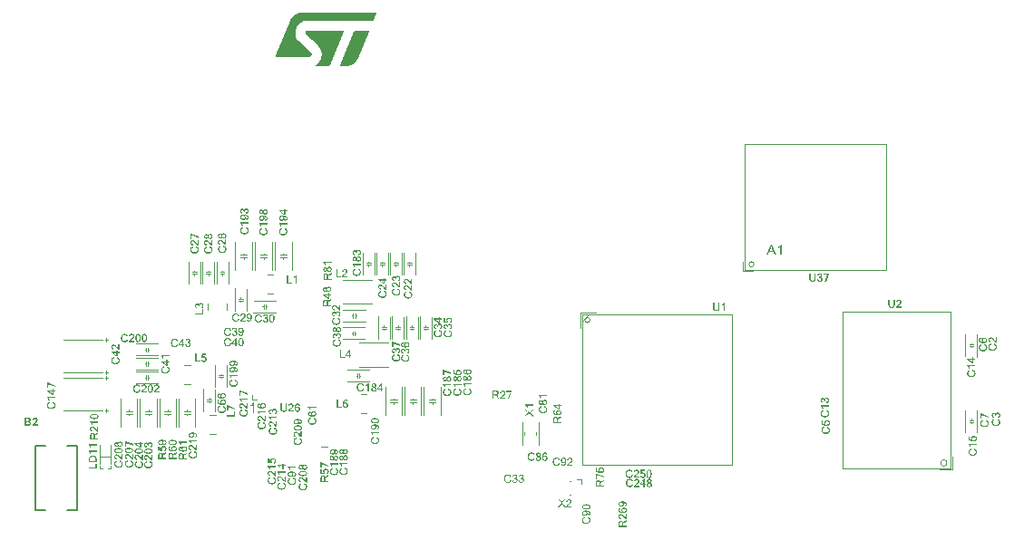
<source format=gto>
G04*
G04 #@! TF.GenerationSoftware,Altium Limited,Altium Designer,24.0.1 (36)*
G04*
G04 Layer_Color=65535*
%FSLAX43Y43*%
%MOMM*%
G71*
G04*
G04 #@! TF.SameCoordinates,2B35A735-E746-45F3-9C8E-D4930A679F63*
G04*
G04*
G04 #@! TF.FilePolarity,Positive*
G04*
G01*
G75*
%ADD10C,0.120*%
%ADD11C,0.100*%
%ADD12C,0.080*%
%ADD13C,0.200*%
G36*
X74519Y53905D02*
X74402D01*
Y54655D01*
X74401Y54655D01*
X74399Y54653D01*
X74397Y54651D01*
X74394Y54648D01*
X74390Y54645D01*
X74384Y54640D01*
X74378Y54635D01*
X74372Y54630D01*
X74363Y54624D01*
X74355Y54617D01*
X74346Y54611D01*
X74336Y54603D01*
X74325Y54596D01*
X74314Y54589D01*
X74289Y54573D01*
X74289Y54573D01*
X74286Y54571D01*
X74282Y54569D01*
X74277Y54567D01*
X74272Y54564D01*
X74265Y54560D01*
X74257Y54555D01*
X74248Y54551D01*
X74229Y54541D01*
X74208Y54531D01*
X74187Y54521D01*
X74166Y54513D01*
Y54627D01*
X74167Y54628D01*
X74170Y54629D01*
X74176Y54632D01*
X74182Y54635D01*
X74191Y54639D01*
X74201Y54645D01*
X74212Y54651D01*
X74224Y54658D01*
X74237Y54666D01*
X74251Y54675D01*
X74280Y54694D01*
X74310Y54716D01*
X74338Y54739D01*
X74339Y54740D01*
X74342Y54742D01*
X74345Y54745D01*
X74350Y54750D01*
X74357Y54757D01*
X74363Y54763D01*
X74371Y54772D01*
X74379Y54780D01*
X74388Y54790D01*
X74397Y54800D01*
X74414Y54822D01*
X74430Y54845D01*
X74437Y54856D01*
X74443Y54868D01*
X74519D01*
Y53905D01*
D02*
G37*
G36*
X74022D02*
X73878D01*
X73767Y54196D01*
X73364D01*
X73260Y53905D01*
X73126D01*
X73494Y54865D01*
X73630D01*
X74022Y53905D01*
D02*
G37*
G36*
X25265Y39137D02*
X25147D01*
Y39887D01*
X25146Y39887D01*
X25145Y39885D01*
X25143Y39883D01*
X25139Y39880D01*
X25135Y39877D01*
X25129Y39872D01*
X25123Y39867D01*
X25117Y39862D01*
X25109Y39856D01*
X25100Y39849D01*
X25091Y39843D01*
X25082Y39835D01*
X25070Y39828D01*
X25059Y39821D01*
X25034Y39805D01*
X25034Y39805D01*
X25032Y39803D01*
X25027Y39801D01*
X25023Y39799D01*
X25017Y39796D01*
X25010Y39792D01*
X25002Y39787D01*
X24994Y39783D01*
X24974Y39773D01*
X24953Y39763D01*
X24932Y39753D01*
X24911Y39745D01*
Y39859D01*
X24912Y39860D01*
X24915Y39861D01*
X24921Y39864D01*
X24928Y39867D01*
X24936Y39871D01*
X24946Y39877D01*
X24957Y39883D01*
X24969Y39890D01*
X24982Y39898D01*
X24996Y39907D01*
X25025Y39926D01*
X25055Y39948D01*
X25084Y39971D01*
X25084Y39972D01*
X25087Y39974D01*
X25091Y39977D01*
X25095Y39982D01*
X25102Y39989D01*
X25109Y39995D01*
X25116Y40004D01*
X25125Y40012D01*
X25133Y40022D01*
X25142Y40032D01*
X25159Y40054D01*
X25175Y40077D01*
X25182Y40088D01*
X25188Y40100D01*
X25265D01*
Y39137D01*
D02*
G37*
G36*
X36645Y76532D02*
X36659Y76518D01*
X36666D01*
X36673Y76504D01*
X36680Y76490D01*
Y76469D01*
Y76462D01*
X36673Y76455D01*
Y76449D01*
Y76435D01*
X36444Y75879D01*
X36437Y75872D01*
X36423Y75837D01*
X36416Y75830D01*
X36409Y75824D01*
X36388Y75817D01*
X30207Y75810D01*
X30166D01*
X30124Y75803D01*
X30069Y75796D01*
X29999Y75789D01*
X29930Y75768D01*
X29853Y75747D01*
X29777Y75712D01*
X29770Y75706D01*
X29742Y75699D01*
X29707Y75678D01*
X29659Y75650D01*
X29603Y75615D01*
X29548Y75567D01*
X29485Y75518D01*
X29430Y75462D01*
X29423Y75456D01*
X29409Y75435D01*
X29381Y75400D01*
X29353Y75358D01*
X29312Y75303D01*
X29277Y75240D01*
X29242Y75171D01*
X29207Y75094D01*
Y75087D01*
X29194Y75060D01*
X29180Y75018D01*
X29166Y74962D01*
X29152Y74900D01*
X29138Y74824D01*
X29131Y74747D01*
X29124Y74664D01*
Y74657D01*
Y74629D01*
Y74594D01*
X29131Y74539D01*
X29138Y74483D01*
X29145Y74414D01*
X29180Y74261D01*
Y74254D01*
X29194Y74226D01*
X29207Y74185D01*
X29228Y74143D01*
X29263Y74087D01*
X29298Y74025D01*
X29339Y73969D01*
X29395Y73914D01*
X30576Y72796D01*
X30582Y72789D01*
X30596Y72775D01*
X30617Y72754D01*
X30631Y72719D01*
X30638Y72712D01*
X30645Y72692D01*
X30652Y72664D01*
Y72636D01*
Y72629D01*
Y72622D01*
X30645Y72587D01*
X30624Y72539D01*
X30582Y72490D01*
X30569Y72483D01*
X30541Y72462D01*
X30492Y72442D01*
X30437Y72435D01*
X27312D01*
X27298Y72442D01*
X27284Y72456D01*
Y72462D01*
X27277Y72476D01*
X27270Y72511D01*
Y72532D01*
X28617Y75810D01*
Y75817D01*
X28631Y75837D01*
X28645Y75865D01*
X28666Y75900D01*
X28728Y75997D01*
X28805Y76094D01*
X28812Y76101D01*
X28826Y76115D01*
X28853Y76143D01*
X28881Y76178D01*
X28964Y76254D01*
X29069Y76330D01*
X29076Y76337D01*
X29096Y76344D01*
X29124Y76365D01*
X29166Y76386D01*
X29214Y76414D01*
X29270Y76435D01*
X29388Y76483D01*
X29395D01*
X29416Y76490D01*
X29451Y76504D01*
X29499Y76511D01*
X29548Y76525D01*
X29610Y76532D01*
X29735Y76539D01*
X36638D01*
X36645Y76532D01*
D02*
G37*
G36*
X35964Y74872D02*
X35978Y74858D01*
X35985D01*
X35992Y74844D01*
X35999Y74831D01*
Y74817D01*
Y74803D01*
X35992Y74775D01*
X34971Y72310D01*
Y72303D01*
X34964Y72296D01*
X34944Y72254D01*
X34909Y72185D01*
X34853Y72108D01*
X34791Y72018D01*
X34707Y71921D01*
X34610Y71824D01*
X34499Y71740D01*
X34485Y71733D01*
X34444Y71706D01*
X34381Y71671D01*
X34291Y71636D01*
X34187Y71594D01*
X34069Y71560D01*
X33930Y71532D01*
X33791Y71525D01*
X33346D01*
X33325Y71532D01*
X33298Y71553D01*
X33291Y71574D01*
X33284Y71594D01*
Y71601D01*
Y71608D01*
X33291Y71615D01*
Y71622D01*
X34589Y74761D01*
X34596Y74768D01*
X34603Y74789D01*
X34624Y74810D01*
X34652Y74837D01*
X34659Y74844D01*
X34680Y74858D01*
X34707Y74872D01*
X34749Y74879D01*
X35957D01*
X35964Y74872D01*
D02*
G37*
G36*
X33610D02*
X33624Y74858D01*
X33631D01*
X33638Y74844D01*
X33645Y74831D01*
Y74817D01*
Y74803D01*
X33638Y74789D01*
X32339Y71650D01*
Y71643D01*
X32326Y71622D01*
X32305Y71594D01*
X32277Y71560D01*
X32270Y71553D01*
X32249Y71546D01*
X32214Y71532D01*
X32173Y71525D01*
X30888D01*
X30881Y71532D01*
X30874Y71539D01*
X30881Y71546D01*
X30888Y71553D01*
X30895D01*
X30902Y71560D01*
X30937Y71581D01*
X30992Y71615D01*
X31069Y71664D01*
X31145Y71733D01*
X31228Y71810D01*
X31312Y71900D01*
X31388Y72004D01*
Y72011D01*
X31395Y72018D01*
X31416Y72060D01*
X31451Y72122D01*
X31485Y72199D01*
X31520Y72296D01*
X31555Y72407D01*
X31576Y72532D01*
X31582Y72657D01*
Y72664D01*
Y72692D01*
X31576Y72733D01*
X31569Y72789D01*
X31562Y72858D01*
X31548Y72928D01*
X31520Y73004D01*
X31492Y73087D01*
X31485Y73094D01*
X31478Y73122D01*
X31457Y73164D01*
X31430Y73219D01*
X31395Y73275D01*
X31353Y73337D01*
X31305Y73400D01*
X31249Y73462D01*
X30110Y74525D01*
X30103Y74532D01*
X30082Y74560D01*
X30062Y74601D01*
X30055Y74664D01*
Y74671D01*
Y74678D01*
X30062Y74712D01*
X30076Y74761D01*
X30110Y74810D01*
X30124Y74824D01*
X30152Y74844D01*
X30194Y74865D01*
X30249Y74879D01*
X33603D01*
X33610Y74872D01*
D02*
G37*
G36*
X94589Y45693D02*
X94588D01*
X94585D01*
X94581Y45694D01*
X94575D01*
X94568Y45694D01*
X94560Y45695D01*
X94551Y45697D01*
X94541Y45699D01*
X94529Y45701D01*
X94518Y45704D01*
X94506Y45707D01*
X94493Y45711D01*
X94481Y45716D01*
X94469Y45722D01*
X94456Y45729D01*
X94444Y45736D01*
X94444Y45737D01*
X94441Y45739D01*
X94438Y45741D01*
X94433Y45745D01*
X94426Y45750D01*
X94419Y45756D01*
X94411Y45763D01*
X94401Y45772D01*
X94390Y45782D01*
X94379Y45793D01*
X94366Y45806D01*
X94352Y45820D01*
X94338Y45835D01*
X94323Y45853D01*
X94307Y45871D01*
X94290Y45891D01*
X94290Y45892D01*
X94289Y45892D01*
X94288Y45894D01*
X94286Y45896D01*
X94281Y45902D01*
X94275Y45910D01*
X94268Y45918D01*
X94259Y45929D01*
X94249Y45941D01*
X94239Y45953D01*
X94228Y45965D01*
X94216Y45978D01*
X94204Y45990D01*
X94192Y46003D01*
X94181Y46015D01*
X94169Y46026D01*
X94158Y46035D01*
X94148Y46044D01*
X94147Y46044D01*
X94146Y46045D01*
X94143Y46047D01*
X94139Y46050D01*
X94134Y46053D01*
X94128Y46056D01*
X94121Y46060D01*
X94114Y46064D01*
X94106Y46067D01*
X94096Y46071D01*
X94087Y46075D01*
X94077Y46078D01*
X94066Y46080D01*
X94055Y46082D01*
X94043Y46083D01*
X94032Y46084D01*
X94031D01*
X94029D01*
X94026D01*
X94022Y46083D01*
X94017Y46083D01*
X94012Y46082D01*
X94006Y46081D01*
X93999Y46080D01*
X93985Y46076D01*
X93977Y46074D01*
X93970Y46070D01*
X93962Y46066D01*
X93956Y46062D01*
X93949Y46057D01*
X93942Y46051D01*
X93942Y46051D01*
X93941Y46050D01*
X93940Y46048D01*
X93938Y46045D01*
X93935Y46042D01*
X93933Y46038D01*
X93929Y46033D01*
X93926Y46028D01*
X93924Y46021D01*
X93920Y46015D01*
X93918Y46007D01*
X93915Y45999D01*
X93913Y45990D01*
X93911Y45980D01*
X93911Y45971D01*
X93910Y45959D01*
Y45954D01*
X93911Y45951D01*
X93911Y45946D01*
X93912Y45941D01*
X93913Y45936D01*
X93914Y45929D01*
X93918Y45915D01*
X93921Y45908D01*
X93924Y45901D01*
X93928Y45893D01*
X93932Y45886D01*
X93938Y45879D01*
X93943Y45871D01*
X93944Y45871D01*
X93945Y45870D01*
X93946Y45868D01*
X93949Y45866D01*
X93953Y45863D01*
X93957Y45860D01*
X93962Y45856D01*
X93969Y45853D01*
X93976Y45849D01*
X93983Y45845D01*
X93992Y45842D01*
X94002Y45839D01*
X94012Y45836D01*
X94024Y45833D01*
X94037Y45832D01*
X94050Y45830D01*
Y45711D01*
X94049D01*
X94049D01*
X94047Y45711D01*
X94045D01*
X94039Y45712D01*
X94031Y45713D01*
X94022Y45715D01*
X94011Y45717D01*
X93999Y45720D01*
X93986Y45724D01*
X93972Y45727D01*
X93958Y45733D01*
X93944Y45739D01*
X93929Y45746D01*
X93915Y45755D01*
X93901Y45763D01*
X93888Y45775D01*
X93876Y45786D01*
X93875Y45787D01*
X93873Y45789D01*
X93871Y45793D01*
X93867Y45798D01*
X93862Y45805D01*
X93857Y45813D01*
X93851Y45823D01*
X93845Y45833D01*
X93840Y45845D01*
X93834Y45859D01*
X93829Y45873D01*
X93824Y45889D01*
X93820Y45905D01*
X93817Y45923D01*
X93815Y45942D01*
X93815Y45962D01*
Y45967D01*
X93815Y45973D01*
X93816Y45980D01*
X93816Y45990D01*
X93818Y46002D01*
X93820Y46014D01*
X93822Y46027D01*
X93826Y46041D01*
X93830Y46056D01*
X93835Y46071D01*
X93841Y46086D01*
X93848Y46100D01*
X93857Y46114D01*
X93866Y46128D01*
X93877Y46140D01*
X93878Y46141D01*
X93880Y46143D01*
X93884Y46146D01*
X93888Y46150D01*
X93894Y46155D01*
X93902Y46160D01*
X93910Y46166D01*
X93920Y46172D01*
X93931Y46178D01*
X93942Y46184D01*
X93956Y46189D01*
X93970Y46194D01*
X93984Y46198D01*
X94000Y46201D01*
X94016Y46203D01*
X94033Y46204D01*
X94034D01*
X94037D01*
X94042Y46203D01*
X94048D01*
X94055Y46202D01*
X94063Y46201D01*
X94073Y46200D01*
X94083Y46198D01*
X94095Y46195D01*
X94106Y46193D01*
X94119Y46189D01*
X94131Y46184D01*
X94144Y46179D01*
X94157Y46173D01*
X94170Y46166D01*
X94182Y46158D01*
X94182Y46157D01*
X94184Y46155D01*
X94188Y46153D01*
X94193Y46148D01*
X94200Y46143D01*
X94208Y46136D01*
X94217Y46128D01*
X94227Y46118D01*
X94239Y46107D01*
X94252Y46094D01*
X94266Y46080D01*
X94282Y46064D01*
X94299Y46046D01*
X94316Y46026D01*
X94335Y46004D01*
X94355Y45980D01*
X94356Y45980D01*
X94356Y45979D01*
X94358Y45977D01*
X94359Y45975D01*
X94362Y45972D01*
X94365Y45968D01*
X94372Y45960D01*
X94381Y45950D01*
X94390Y45939D01*
X94401Y45927D01*
X94411Y45915D01*
X94423Y45902D01*
X94434Y45891D01*
X94444Y45879D01*
X94454Y45869D01*
X94463Y45861D01*
X94467Y45857D01*
X94471Y45854D01*
X94474Y45851D01*
X94476Y45849D01*
X94479Y45848D01*
X94481Y45848D01*
Y46206D01*
X94589D01*
Y45693D01*
D02*
G37*
G36*
X94337Y45613D02*
X94340D01*
X94342Y45613D01*
X94346Y45612D01*
X94351Y45612D01*
X94356Y45611D01*
X94367Y45609D01*
X94379Y45606D01*
X94394Y45602D01*
X94409Y45598D01*
X94425Y45592D01*
X94441Y45586D01*
X94458Y45577D01*
X94475Y45569D01*
X94491Y45558D01*
X94507Y45546D01*
X94521Y45533D01*
X94534Y45517D01*
X94535Y45516D01*
X94537Y45513D01*
X94541Y45508D01*
X94545Y45502D01*
X94550Y45493D01*
X94555Y45483D01*
X94562Y45472D01*
X94568Y45458D01*
X94574Y45443D01*
X94580Y45427D01*
X94586Y45409D01*
X94591Y45390D01*
X94595Y45370D01*
X94599Y45348D01*
X94601Y45325D01*
X94601Y45302D01*
Y45294D01*
X94601Y45291D01*
Y45286D01*
X94600Y45281D01*
X94600Y45275D01*
X94599Y45268D01*
X94598Y45261D01*
X94596Y45245D01*
X94593Y45227D01*
X94588Y45209D01*
X94583Y45188D01*
X94575Y45167D01*
X94567Y45145D01*
X94557Y45124D01*
X94544Y45102D01*
X94530Y45081D01*
X94522Y45071D01*
X94514Y45061D01*
X94505Y45052D01*
X94495Y45042D01*
X94495D01*
X94494Y45041D01*
X94492Y45040D01*
X94490Y45039D01*
X94487Y45036D01*
X94484Y45034D01*
X94480Y45031D01*
X94476Y45028D01*
X94471Y45024D01*
X94465Y45020D01*
X94459Y45016D01*
X94452Y45012D01*
X94437Y45003D01*
X94419Y44994D01*
X94400Y44985D01*
X94378Y44977D01*
X94355Y44968D01*
X94329Y44961D01*
X94302Y44955D01*
X94273Y44951D01*
X94242Y44947D01*
X94225Y44947D01*
X94208Y44946D01*
X94208D01*
X94206D01*
X94204D01*
X94201D01*
X94196Y44947D01*
X94191D01*
X94185Y44947D01*
X94178Y44948D01*
X94171Y44948D01*
X94163Y44949D01*
X94155Y44950D01*
X94146Y44951D01*
X94126Y44954D01*
X94105Y44958D01*
X94082Y44963D01*
X94059Y44970D01*
X94035Y44978D01*
X94011Y44987D01*
X93987Y44998D01*
X93964Y45011D01*
X93942Y45025D01*
X93931Y45034D01*
X93921Y45042D01*
X93921Y45043D01*
X93920Y45044D01*
X93919Y45045D01*
X93917Y45047D01*
X93911Y45052D01*
X93905Y45060D01*
X93897Y45070D01*
X93888Y45082D01*
X93878Y45096D01*
X93868Y45111D01*
X93858Y45129D01*
X93848Y45148D01*
X93840Y45170D01*
X93831Y45193D01*
X93825Y45217D01*
X93819Y45244D01*
X93816Y45272D01*
X93815Y45287D01*
X93815Y45302D01*
Y45310D01*
X93815Y45314D01*
X93816Y45323D01*
X93817Y45333D01*
X93818Y45346D01*
X93820Y45360D01*
X93823Y45375D01*
X93827Y45391D01*
X93831Y45409D01*
X93837Y45426D01*
X93843Y45444D01*
X93851Y45462D01*
X93860Y45480D01*
X93871Y45498D01*
X93883Y45514D01*
X93883Y45515D01*
X93886Y45518D01*
X93890Y45523D01*
X93895Y45528D01*
X93902Y45535D01*
X93910Y45543D01*
X93920Y45551D01*
X93932Y45560D01*
X93945Y45569D01*
X93959Y45577D01*
X93974Y45586D01*
X93991Y45593D01*
X94009Y45601D01*
X94029Y45607D01*
X94050Y45611D01*
X94073Y45614D01*
Y45492D01*
X94072D01*
X94069Y45492D01*
X94065Y45491D01*
X94060Y45490D01*
X94054Y45489D01*
X94047Y45487D01*
X94039Y45485D01*
X94031Y45482D01*
X94021Y45479D01*
X94012Y45475D01*
X94003Y45471D01*
X93993Y45465D01*
X93984Y45458D01*
X93975Y45451D01*
X93967Y45443D01*
X93959Y45434D01*
X93959Y45433D01*
X93957Y45432D01*
X93955Y45428D01*
X93953Y45425D01*
X93950Y45420D01*
X93947Y45413D01*
X93943Y45406D01*
X93939Y45399D01*
X93936Y45389D01*
X93932Y45379D01*
X93929Y45369D01*
X93926Y45357D01*
X93924Y45344D01*
X93921Y45332D01*
X93920Y45317D01*
X93920Y45303D01*
Y45298D01*
X93920Y45292D01*
X93921Y45285D01*
X93922Y45276D01*
X93924Y45266D01*
X93926Y45254D01*
X93929Y45241D01*
X93933Y45228D01*
X93938Y45214D01*
X93944Y45200D01*
X93951Y45185D01*
X93960Y45172D01*
X93970Y45158D01*
X93981Y45144D01*
X93994Y45132D01*
X93995Y45132D01*
X93997Y45129D01*
X94002Y45127D01*
X94008Y45122D01*
X94016Y45118D01*
X94025Y45112D01*
X94036Y45107D01*
X94049Y45101D01*
X94063Y45095D01*
X94079Y45090D01*
X94096Y45084D01*
X94116Y45080D01*
X94136Y45075D01*
X94159Y45072D01*
X94183Y45070D01*
X94208Y45070D01*
X94209D01*
X94210D01*
X94212D01*
X94214D01*
X94218D01*
X94222Y45070D01*
X94226D01*
X94232Y45071D01*
X94243Y45071D01*
X94256Y45073D01*
X94271Y45075D01*
X94287Y45077D01*
X94305Y45081D01*
X94322Y45085D01*
X94340Y45090D01*
X94358Y45096D01*
X94376Y45103D01*
X94393Y45111D01*
X94408Y45121D01*
X94423Y45132D01*
X94424Y45132D01*
X94426Y45134D01*
X94430Y45138D01*
X94435Y45143D01*
X94440Y45149D01*
X94446Y45157D01*
X94453Y45166D01*
X94460Y45176D01*
X94467Y45188D01*
X94474Y45200D01*
X94480Y45214D01*
X94486Y45229D01*
X94491Y45246D01*
X94494Y45263D01*
X94496Y45281D01*
X94497Y45301D01*
Y45304D01*
X94497Y45308D01*
Y45314D01*
X94496Y45322D01*
X94495Y45329D01*
X94494Y45339D01*
X94492Y45348D01*
X94490Y45359D01*
X94487Y45370D01*
X94485Y45381D01*
X94481Y45392D01*
X94476Y45403D01*
X94471Y45414D01*
X94465Y45424D01*
X94457Y45434D01*
X94457Y45435D01*
X94456Y45436D01*
X94453Y45439D01*
X94450Y45442D01*
X94446Y45446D01*
X94440Y45451D01*
X94434Y45455D01*
X94427Y45460D01*
X94419Y45466D01*
X94410Y45471D01*
X94399Y45475D01*
X94388Y45480D01*
X94376Y45484D01*
X94363Y45488D01*
X94349Y45490D01*
X94333Y45492D01*
Y45614D01*
X94334D01*
X94335D01*
X94337Y45613D01*
D02*
G37*
G36*
X94688Y39182D02*
X94695Y39182D01*
X94705Y39181D01*
X94715Y39179D01*
X94727Y39177D01*
X94740Y39174D01*
X94753Y39170D01*
X94767Y39165D01*
X94782Y39159D01*
X94797Y39152D01*
X94811Y39144D01*
X94825Y39134D01*
X94839Y39122D01*
X94852Y39109D01*
X94853Y39109D01*
X94855Y39106D01*
X94858Y39102D01*
X94862Y39096D01*
X94867Y39089D01*
X94873Y39081D01*
X94879Y39071D01*
X94885Y39059D01*
X94891Y39047D01*
X94897Y39033D01*
X94903Y39018D01*
X94908Y39002D01*
X94912Y38985D01*
X94916Y38966D01*
X94918Y38947D01*
X94918Y38927D01*
Y38922D01*
X94918Y38917D01*
X94917Y38909D01*
X94917Y38900D01*
X94915Y38889D01*
X94913Y38877D01*
X94911Y38864D01*
X94908Y38851D01*
X94904Y38836D01*
X94899Y38821D01*
X94894Y38806D01*
X94887Y38792D01*
X94879Y38777D01*
X94870Y38763D01*
X94859Y38749D01*
X94859Y38749D01*
X94856Y38747D01*
X94853Y38743D01*
X94848Y38739D01*
X94842Y38733D01*
X94834Y38727D01*
X94825Y38721D01*
X94815Y38715D01*
X94804Y38708D01*
X94792Y38701D01*
X94778Y38695D01*
X94762Y38690D01*
X94746Y38685D01*
X94728Y38680D01*
X94710Y38677D01*
X94690Y38676D01*
Y38796D01*
X94690D01*
X94692D01*
X94696D01*
X94700Y38797D01*
X94705Y38797D01*
X94711Y38798D01*
X94718Y38799D01*
X94725Y38800D01*
X94741Y38804D01*
X94748Y38807D01*
X94757Y38810D01*
X94765Y38814D01*
X94773Y38819D01*
X94780Y38824D01*
X94787Y38830D01*
X94788Y38830D01*
X94789Y38831D01*
X94791Y38833D01*
X94793Y38836D01*
X94795Y38840D01*
X94799Y38844D01*
X94802Y38849D01*
X94805Y38855D01*
X94809Y38861D01*
X94812Y38868D01*
X94815Y38876D01*
X94818Y38885D01*
X94820Y38895D01*
X94822Y38904D01*
X94823Y38916D01*
X94823Y38927D01*
Y38930D01*
X94823Y38933D01*
Y38938D01*
X94822Y38943D01*
X94821Y38949D01*
X94820Y38955D01*
X94818Y38963D01*
X94816Y38970D01*
X94813Y38979D01*
X94810Y38987D01*
X94807Y38995D01*
X94802Y39003D01*
X94797Y39011D01*
X94791Y39019D01*
X94783Y39026D01*
X94783Y39026D01*
X94782Y39027D01*
X94779Y39029D01*
X94776Y39032D01*
X94772Y39035D01*
X94767Y39037D01*
X94762Y39041D01*
X94756Y39045D01*
X94748Y39048D01*
X94741Y39051D01*
X94732Y39054D01*
X94723Y39057D01*
X94713Y39060D01*
X94702Y39061D01*
X94691Y39062D01*
X94680Y39063D01*
X94679D01*
X94677D01*
X94674D01*
X94669Y39062D01*
X94664Y39062D01*
X94658Y39061D01*
X94650Y39060D01*
X94643Y39058D01*
X94635Y39056D01*
X94627Y39053D01*
X94619Y39051D01*
X94611Y39047D01*
X94602Y39042D01*
X94594Y39037D01*
X94587Y39031D01*
X94580Y39025D01*
X94580Y39024D01*
X94578Y39023D01*
X94577Y39021D01*
X94575Y39017D01*
X94572Y39014D01*
X94569Y39009D01*
X94566Y39003D01*
X94562Y38996D01*
X94560Y38989D01*
X94556Y38980D01*
X94554Y38971D01*
X94551Y38961D01*
X94549Y38950D01*
X94547Y38938D01*
X94546Y38926D01*
X94545Y38912D01*
Y38865D01*
X94449D01*
Y38903D01*
X94449Y38906D01*
Y38909D01*
X94448Y38917D01*
X94446Y38927D01*
X94443Y38938D01*
X94439Y38949D01*
X94435Y38962D01*
X94428Y38974D01*
X94421Y38985D01*
X94411Y38996D01*
X94400Y39006D01*
X94393Y39010D01*
X94387Y39014D01*
X94379Y39017D01*
X94371Y39020D01*
X94362Y39022D01*
X94353Y39024D01*
X94343Y39025D01*
X94333Y39026D01*
X94332D01*
X94330D01*
X94328D01*
X94324Y39025D01*
X94320D01*
X94315Y39024D01*
X94303Y39022D01*
X94291Y39019D01*
X94278Y39014D01*
X94272Y39011D01*
X94266Y39007D01*
X94259Y39003D01*
X94255Y38998D01*
X94254Y38998D01*
X94253Y38997D01*
X94252Y38995D01*
X94250Y38993D01*
X94248Y38990D01*
X94246Y38987D01*
X94243Y38983D01*
X94241Y38978D01*
X94238Y38973D01*
X94236Y38967D01*
X94233Y38961D01*
X94232Y38954D01*
X94230Y38946D01*
X94228Y38938D01*
X94228Y38929D01*
X94227Y38920D01*
Y38916D01*
X94228Y38911D01*
X94229Y38904D01*
X94231Y38896D01*
X94233Y38887D01*
X94237Y38877D01*
X94242Y38867D01*
X94248Y38856D01*
X94256Y38846D01*
X94266Y38836D01*
X94277Y38828D01*
X94284Y38823D01*
X94290Y38819D01*
X94298Y38816D01*
X94307Y38813D01*
X94315Y38810D01*
X94324Y38807D01*
X94335Y38805D01*
X94345Y38804D01*
Y38685D01*
X94345D01*
X94344D01*
X94343Y38686D01*
X94340D01*
X94335Y38687D01*
X94327Y38688D01*
X94318Y38690D01*
X94308Y38692D01*
X94296Y38695D01*
X94284Y38699D01*
X94271Y38703D01*
X94257Y38708D01*
X94244Y38715D01*
X94231Y38722D01*
X94217Y38730D01*
X94205Y38739D01*
X94194Y38749D01*
X94184Y38761D01*
X94183Y38761D01*
X94181Y38763D01*
X94179Y38767D01*
X94175Y38772D01*
X94171Y38778D01*
X94167Y38786D01*
X94163Y38795D01*
X94158Y38805D01*
X94153Y38815D01*
X94148Y38828D01*
X94144Y38840D01*
X94140Y38855D01*
X94137Y38869D01*
X94134Y38885D01*
X94132Y38901D01*
X94132Y38918D01*
Y38923D01*
X94132Y38928D01*
X94133Y38935D01*
X94133Y38944D01*
X94134Y38954D01*
X94137Y38965D01*
X94139Y38978D01*
X94142Y38991D01*
X94145Y39004D01*
X94150Y39018D01*
X94155Y39032D01*
X94162Y39046D01*
X94170Y39059D01*
X94179Y39072D01*
X94189Y39084D01*
X94189Y39084D01*
X94191Y39087D01*
X94195Y39089D01*
X94199Y39094D01*
X94205Y39098D01*
X94211Y39103D01*
X94219Y39109D01*
X94228Y39115D01*
X94238Y39120D01*
X94250Y39127D01*
X94261Y39132D01*
X94274Y39137D01*
X94288Y39140D01*
X94303Y39143D01*
X94318Y39145D01*
X94335Y39146D01*
X94335D01*
X94337D01*
X94340D01*
X94343Y39145D01*
X94348D01*
X94353Y39144D01*
X94359Y39144D01*
X94366Y39143D01*
X94380Y39139D01*
X94396Y39134D01*
X94405Y39131D01*
X94413Y39128D01*
X94422Y39123D01*
X94430Y39118D01*
X94431Y39118D01*
X94432Y39117D01*
X94434Y39115D01*
X94437Y39113D01*
X94441Y39110D01*
X94445Y39107D01*
X94449Y39103D01*
X94454Y39098D01*
X94459Y39093D01*
X94463Y39088D01*
X94468Y39081D01*
X94473Y39074D01*
X94481Y39060D01*
X94484Y39051D01*
X94487Y39042D01*
Y39042D01*
X94487Y39045D01*
X94488Y39048D01*
X94489Y39052D01*
X94491Y39058D01*
X94493Y39064D01*
X94495Y39071D01*
X94499Y39078D01*
X94503Y39087D01*
X94508Y39095D01*
X94513Y39103D01*
X94519Y39112D01*
X94526Y39120D01*
X94534Y39129D01*
X94542Y39137D01*
X94552Y39144D01*
X94552Y39145D01*
X94554Y39146D01*
X94557Y39148D01*
X94561Y39150D01*
X94567Y39153D01*
X94573Y39156D01*
X94580Y39160D01*
X94588Y39164D01*
X94597Y39167D01*
X94606Y39171D01*
X94617Y39174D01*
X94628Y39177D01*
X94639Y39180D01*
X94652Y39181D01*
X94664Y39182D01*
X94678Y39183D01*
X94678D01*
X94679D01*
X94680D01*
X94683D01*
X94688Y39182D01*
D02*
G37*
G36*
X94654Y38582D02*
X94657D01*
X94659Y38582D01*
X94663Y38581D01*
X94668Y38581D01*
X94673Y38579D01*
X94684Y38578D01*
X94696Y38575D01*
X94711Y38571D01*
X94726Y38567D01*
X94742Y38561D01*
X94758Y38555D01*
X94775Y38546D01*
X94792Y38537D01*
X94808Y38527D01*
X94824Y38515D01*
X94838Y38501D01*
X94851Y38486D01*
X94852Y38485D01*
X94854Y38482D01*
X94858Y38477D01*
X94862Y38470D01*
X94867Y38462D01*
X94872Y38452D01*
X94879Y38440D01*
X94885Y38427D01*
X94891Y38412D01*
X94897Y38396D01*
X94903Y38378D01*
X94908Y38359D01*
X94912Y38339D01*
X94916Y38317D01*
X94918Y38294D01*
X94918Y38270D01*
Y38263D01*
X94918Y38259D01*
Y38255D01*
X94917Y38249D01*
X94917Y38244D01*
X94916Y38237D01*
X94915Y38230D01*
X94913Y38214D01*
X94910Y38196D01*
X94905Y38177D01*
X94900Y38157D01*
X94892Y38136D01*
X94884Y38114D01*
X94874Y38093D01*
X94861Y38071D01*
X94847Y38050D01*
X94839Y38040D01*
X94831Y38030D01*
X94822Y38021D01*
X94812Y38011D01*
X94812D01*
X94811Y38010D01*
X94809Y38009D01*
X94807Y38007D01*
X94804Y38005D01*
X94801Y38002D01*
X94797Y38000D01*
X94793Y37996D01*
X94788Y37993D01*
X94782Y37989D01*
X94776Y37985D01*
X94769Y37981D01*
X94754Y37972D01*
X94736Y37963D01*
X94717Y37954D01*
X94695Y37945D01*
X94672Y37937D01*
X94646Y37930D01*
X94619Y37924D01*
X94590Y37919D01*
X94559Y37916D01*
X94542Y37916D01*
X94525Y37915D01*
X94525D01*
X94523D01*
X94521D01*
X94518D01*
X94513Y37916D01*
X94508D01*
X94502Y37916D01*
X94495Y37917D01*
X94488Y37917D01*
X94480Y37918D01*
X94472Y37919D01*
X94463Y37920D01*
X94443Y37923D01*
X94422Y37927D01*
X94399Y37932D01*
X94376Y37939D01*
X94352Y37947D01*
X94328Y37955D01*
X94304Y37966D01*
X94281Y37980D01*
X94259Y37994D01*
X94248Y38002D01*
X94238Y38011D01*
X94238Y38012D01*
X94237Y38012D01*
X94236Y38014D01*
X94234Y38016D01*
X94228Y38021D01*
X94222Y38029D01*
X94214Y38039D01*
X94205Y38051D01*
X94195Y38064D01*
X94185Y38080D01*
X94175Y38098D01*
X94165Y38117D01*
X94157Y38139D01*
X94148Y38161D01*
X94142Y38186D01*
X94136Y38213D01*
X94133Y38241D01*
X94132Y38256D01*
X94132Y38270D01*
Y38279D01*
X94132Y38283D01*
X94133Y38292D01*
X94134Y38302D01*
X94135Y38315D01*
X94137Y38329D01*
X94140Y38344D01*
X94144Y38360D01*
X94148Y38377D01*
X94154Y38395D01*
X94160Y38413D01*
X94168Y38431D01*
X94177Y38449D01*
X94188Y38466D01*
X94200Y38483D01*
X94200Y38484D01*
X94203Y38487D01*
X94207Y38491D01*
X94212Y38497D01*
X94219Y38504D01*
X94227Y38512D01*
X94237Y38520D01*
X94249Y38529D01*
X94262Y38538D01*
X94276Y38546D01*
X94291Y38555D01*
X94308Y38562D01*
X94326Y38569D01*
X94346Y38576D01*
X94367Y38580D01*
X94390Y38583D01*
Y38461D01*
X94389D01*
X94386Y38460D01*
X94382Y38460D01*
X94377Y38459D01*
X94371Y38458D01*
X94364Y38456D01*
X94356Y38454D01*
X94348Y38451D01*
X94338Y38448D01*
X94329Y38444D01*
X94320Y38439D01*
X94310Y38434D01*
X94301Y38427D01*
X94292Y38420D01*
X94284Y38412D01*
X94276Y38403D01*
X94276Y38402D01*
X94274Y38401D01*
X94272Y38397D01*
X94270Y38393D01*
X94267Y38388D01*
X94264Y38382D01*
X94260Y38375D01*
X94256Y38367D01*
X94253Y38358D01*
X94249Y38348D01*
X94246Y38337D01*
X94243Y38326D01*
X94241Y38313D01*
X94238Y38300D01*
X94237Y38286D01*
X94237Y38272D01*
Y38267D01*
X94237Y38261D01*
X94238Y38254D01*
X94239Y38245D01*
X94241Y38234D01*
X94243Y38223D01*
X94246Y38210D01*
X94250Y38197D01*
X94255Y38183D01*
X94261Y38169D01*
X94268Y38154D01*
X94277Y38140D01*
X94287Y38127D01*
X94298Y38113D01*
X94311Y38101D01*
X94312Y38100D01*
X94314Y38098D01*
X94319Y38096D01*
X94325Y38091D01*
X94333Y38087D01*
X94342Y38081D01*
X94353Y38076D01*
X94366Y38070D01*
X94380Y38064D01*
X94396Y38058D01*
X94413Y38053D01*
X94433Y38048D01*
X94453Y38044D01*
X94476Y38041D01*
X94500Y38039D01*
X94525Y38038D01*
X94526D01*
X94527D01*
X94529D01*
X94531D01*
X94535D01*
X94539Y38039D01*
X94543D01*
X94549Y38040D01*
X94560Y38040D01*
X94573Y38042D01*
X94588Y38043D01*
X94604Y38046D01*
X94622Y38050D01*
X94639Y38053D01*
X94657Y38058D01*
X94675Y38064D01*
X94692Y38072D01*
X94710Y38080D01*
X94725Y38089D01*
X94740Y38100D01*
X94741Y38101D01*
X94743Y38103D01*
X94747Y38107D01*
X94752Y38112D01*
X94757Y38118D01*
X94763Y38126D01*
X94770Y38135D01*
X94777Y38145D01*
X94784Y38156D01*
X94791Y38169D01*
X94797Y38183D01*
X94803Y38198D01*
X94808Y38215D01*
X94811Y38232D01*
X94813Y38250D01*
X94814Y38269D01*
Y38273D01*
X94814Y38277D01*
Y38283D01*
X94813Y38290D01*
X94812Y38298D01*
X94811Y38308D01*
X94809Y38317D01*
X94807Y38328D01*
X94804Y38339D01*
X94802Y38350D01*
X94798Y38361D01*
X94793Y38372D01*
X94788Y38383D01*
X94782Y38393D01*
X94774Y38403D01*
X94774Y38403D01*
X94773Y38405D01*
X94770Y38408D01*
X94767Y38411D01*
X94763Y38415D01*
X94757Y38419D01*
X94751Y38424D01*
X94744Y38429D01*
X94736Y38434D01*
X94727Y38439D01*
X94716Y38444D01*
X94705Y38449D01*
X94693Y38453D01*
X94680Y38457D01*
X94666Y38459D01*
X94650Y38461D01*
Y38583D01*
X94651D01*
X94652D01*
X94654Y38582D01*
D02*
G37*
G36*
X78753Y38455D02*
X78760Y38455D01*
X78771Y38454D01*
X78783Y38452D01*
X78795Y38450D01*
X78810Y38447D01*
X78825Y38443D01*
X78841Y38438D01*
X78857Y38433D01*
X78873Y38425D01*
X78890Y38417D01*
X78906Y38408D01*
X78922Y38397D01*
X78937Y38384D01*
X78938Y38383D01*
X78940Y38381D01*
X78944Y38377D01*
X78949Y38371D01*
X78955Y38363D01*
X78962Y38355D01*
X78969Y38345D01*
X78976Y38333D01*
X78984Y38320D01*
X78990Y38305D01*
X78997Y38290D01*
X79003Y38273D01*
X79008Y38254D01*
X79012Y38234D01*
X79014Y38214D01*
X79015Y38192D01*
Y38187D01*
X79015Y38182D01*
X79014Y38175D01*
X79014Y38167D01*
X79012Y38157D01*
X79011Y38146D01*
X79009Y38134D01*
X79006Y38121D01*
X79002Y38108D01*
X78997Y38094D01*
X78993Y38080D01*
X78986Y38066D01*
X78979Y38051D01*
X78970Y38037D01*
X78961Y38024D01*
X78960Y38023D01*
X78958Y38021D01*
X78955Y38017D01*
X78950Y38013D01*
X78945Y38007D01*
X78938Y38001D01*
X78929Y37995D01*
X78919Y37988D01*
X78908Y37981D01*
X78895Y37974D01*
X78881Y37967D01*
X78865Y37960D01*
X78848Y37955D01*
X78829Y37950D01*
X78809Y37946D01*
X78788Y37943D01*
Y38062D01*
X78788D01*
X78791Y38063D01*
X78794Y38063D01*
X78799Y38064D01*
X78805Y38066D01*
X78812Y38067D01*
X78820Y38069D01*
X78827Y38071D01*
X78845Y38077D01*
X78861Y38085D01*
X78870Y38089D01*
X78877Y38094D01*
X78884Y38100D01*
X78890Y38106D01*
X78891Y38107D01*
X78891Y38108D01*
X78893Y38110D01*
X78895Y38113D01*
X78897Y38116D01*
X78899Y38120D01*
X78902Y38125D01*
X78905Y38130D01*
X78908Y38136D01*
X78911Y38143D01*
X78916Y38157D01*
X78919Y38174D01*
X78919Y38182D01*
X78920Y38192D01*
Y38195D01*
X78919Y38198D01*
Y38202D01*
X78918Y38208D01*
X78917Y38214D01*
X78916Y38221D01*
X78914Y38229D01*
X78911Y38237D01*
X78908Y38245D01*
X78904Y38254D01*
X78899Y38262D01*
X78894Y38271D01*
X78887Y38279D01*
X78880Y38288D01*
X78871Y38295D01*
X78871Y38296D01*
X78869Y38297D01*
X78866Y38299D01*
X78862Y38301D01*
X78858Y38305D01*
X78852Y38308D01*
X78845Y38312D01*
X78837Y38316D01*
X78829Y38319D01*
X78820Y38323D01*
X78810Y38326D01*
X78799Y38330D01*
X78788Y38332D01*
X78775Y38334D01*
X78763Y38335D01*
X78749Y38336D01*
X78748D01*
X78746D01*
X78742D01*
X78737Y38335D01*
X78731Y38335D01*
X78724Y38334D01*
X78716Y38332D01*
X78707Y38331D01*
X78698Y38329D01*
X78689Y38326D01*
X78680Y38322D01*
X78670Y38319D01*
X78660Y38314D01*
X78651Y38308D01*
X78643Y38302D01*
X78634Y38295D01*
X78634Y38294D01*
X78633Y38293D01*
X78630Y38291D01*
X78628Y38288D01*
X78624Y38284D01*
X78621Y38279D01*
X78617Y38273D01*
X78613Y38267D01*
X78609Y38259D01*
X78605Y38252D01*
X78602Y38243D01*
X78599Y38233D01*
X78596Y38223D01*
X78594Y38213D01*
X78593Y38201D01*
X78592Y38190D01*
Y38186D01*
X78593Y38182D01*
X78593Y38177D01*
X78594Y38171D01*
X78595Y38163D01*
X78597Y38155D01*
X78600Y38146D01*
X78603Y38136D01*
X78607Y38125D01*
X78612Y38115D01*
X78618Y38104D01*
X78625Y38093D01*
X78633Y38082D01*
X78643Y38071D01*
X78654Y38061D01*
Y37970D01*
X78241Y38002D01*
Y38420D01*
X78350D01*
Y38103D01*
X78535Y38088D01*
X78534Y38089D01*
X78533Y38090D01*
X78531Y38093D01*
X78527Y38096D01*
X78524Y38100D01*
X78521Y38105D01*
X78516Y38112D01*
X78512Y38119D01*
X78509Y38128D01*
X78504Y38137D01*
X78501Y38147D01*
X78497Y38159D01*
X78494Y38171D01*
X78492Y38185D01*
X78491Y38199D01*
X78490Y38214D01*
Y38219D01*
X78491Y38224D01*
X78491Y38231D01*
X78492Y38239D01*
X78494Y38249D01*
X78496Y38260D01*
X78499Y38272D01*
X78502Y38285D01*
X78507Y38298D01*
X78512Y38312D01*
X78519Y38327D01*
X78527Y38341D01*
X78536Y38356D01*
X78547Y38370D01*
X78559Y38383D01*
X78559Y38384D01*
X78562Y38387D01*
X78566Y38390D01*
X78572Y38395D01*
X78578Y38400D01*
X78587Y38406D01*
X78597Y38413D01*
X78608Y38420D01*
X78620Y38427D01*
X78634Y38433D01*
X78649Y38439D01*
X78665Y38445D01*
X78682Y38449D01*
X78701Y38453D01*
X78720Y38455D01*
X78741Y38456D01*
X78742D01*
X78742D01*
X78744D01*
X78746D01*
X78749D01*
X78753Y38455D01*
D02*
G37*
G36*
X78751Y37852D02*
X78753D01*
X78756Y37851D01*
X78760Y37851D01*
X78764Y37850D01*
X78769Y37849D01*
X78780Y37847D01*
X78793Y37845D01*
X78808Y37841D01*
X78823Y37836D01*
X78839Y37831D01*
X78855Y37824D01*
X78872Y37816D01*
X78888Y37807D01*
X78905Y37796D01*
X78921Y37784D01*
X78935Y37771D01*
X78948Y37755D01*
X78949Y37754D01*
X78951Y37752D01*
X78954Y37747D01*
X78959Y37740D01*
X78964Y37732D01*
X78969Y37722D01*
X78975Y37710D01*
X78981Y37697D01*
X78988Y37682D01*
X78994Y37665D01*
X79000Y37647D01*
X79005Y37629D01*
X79009Y37608D01*
X79012Y37587D01*
X79015Y37564D01*
X79015Y37540D01*
Y37533D01*
X79015Y37529D01*
Y37525D01*
X79014Y37519D01*
X79014Y37513D01*
X79013Y37507D01*
X79012Y37500D01*
X79010Y37484D01*
X79006Y37466D01*
X79002Y37447D01*
X78996Y37427D01*
X78989Y37405D01*
X78981Y37384D01*
X78970Y37362D01*
X78958Y37341D01*
X78944Y37320D01*
X78936Y37310D01*
X78928Y37300D01*
X78918Y37290D01*
X78909Y37281D01*
X78908D01*
X78908Y37280D01*
X78906Y37279D01*
X78904Y37277D01*
X78901Y37275D01*
X78898Y37272D01*
X78894Y37269D01*
X78890Y37266D01*
X78885Y37262D01*
X78878Y37259D01*
X78872Y37254D01*
X78866Y37250D01*
X78851Y37242D01*
X78833Y37233D01*
X78814Y37224D01*
X78792Y37215D01*
X78769Y37207D01*
X78743Y37200D01*
X78716Y37193D01*
X78686Y37189D01*
X78655Y37186D01*
X78639Y37185D01*
X78622Y37185D01*
X78622D01*
X78620D01*
X78618D01*
X78614D01*
X78610Y37185D01*
X78605D01*
X78599Y37186D01*
X78592Y37186D01*
X78585Y37187D01*
X78577Y37187D01*
X78568Y37188D01*
X78559Y37190D01*
X78540Y37193D01*
X78519Y37197D01*
X78496Y37202D01*
X78473Y37208D01*
X78449Y37216D01*
X78425Y37225D01*
X78401Y37236D01*
X78378Y37249D01*
X78356Y37264D01*
X78345Y37272D01*
X78335Y37281D01*
X78335Y37281D01*
X78334Y37282D01*
X78332Y37284D01*
X78331Y37285D01*
X78325Y37291D01*
X78319Y37299D01*
X78310Y37309D01*
X78301Y37320D01*
X78291Y37334D01*
X78282Y37350D01*
X78272Y37367D01*
X78262Y37387D01*
X78253Y37408D01*
X78245Y37431D01*
X78238Y37456D01*
X78233Y37482D01*
X78229Y37510D01*
X78229Y37525D01*
X78228Y37540D01*
Y37548D01*
X78229Y37552D01*
X78229Y37561D01*
X78231Y37572D01*
X78232Y37584D01*
X78234Y37598D01*
X78237Y37613D01*
X78241Y37630D01*
X78245Y37647D01*
X78251Y37665D01*
X78257Y37682D01*
X78265Y37701D01*
X78274Y37718D01*
X78284Y37736D01*
X78296Y37753D01*
X78297Y37754D01*
X78300Y37757D01*
X78304Y37761D01*
X78309Y37767D01*
X78316Y37774D01*
X78324Y37781D01*
X78334Y37790D01*
X78346Y37799D01*
X78358Y37807D01*
X78372Y37816D01*
X78388Y37824D01*
X78405Y37832D01*
X78423Y37839D01*
X78443Y37845D01*
X78464Y37850D01*
X78486Y37852D01*
Y37731D01*
X78485D01*
X78483Y37730D01*
X78479Y37729D01*
X78474Y37729D01*
X78468Y37727D01*
X78461Y37726D01*
X78453Y37723D01*
X78444Y37721D01*
X78435Y37717D01*
X78426Y37713D01*
X78417Y37709D01*
X78407Y37703D01*
X78398Y37697D01*
X78389Y37690D01*
X78381Y37682D01*
X78373Y37672D01*
X78372Y37672D01*
X78371Y37670D01*
X78369Y37667D01*
X78367Y37663D01*
X78364Y37658D01*
X78361Y37652D01*
X78357Y37645D01*
X78353Y37637D01*
X78350Y37628D01*
X78346Y37618D01*
X78342Y37607D01*
X78340Y37595D01*
X78337Y37583D01*
X78335Y37570D01*
X78334Y37556D01*
X78334Y37541D01*
Y37536D01*
X78334Y37531D01*
X78335Y37523D01*
X78336Y37515D01*
X78337Y37504D01*
X78340Y37492D01*
X78343Y37480D01*
X78347Y37466D01*
X78352Y37453D01*
X78358Y37438D01*
X78365Y37424D01*
X78373Y37410D01*
X78383Y37396D01*
X78394Y37383D01*
X78408Y37371D01*
X78409Y37370D01*
X78411Y37368D01*
X78416Y37365D01*
X78422Y37361D01*
X78429Y37356D01*
X78439Y37351D01*
X78450Y37345D01*
X78463Y37340D01*
X78476Y37334D01*
X78492Y37328D01*
X78510Y37322D01*
X78530Y37318D01*
X78550Y37314D01*
X78573Y37311D01*
X78597Y37309D01*
X78622Y37308D01*
X78623D01*
X78624D01*
X78625D01*
X78628D01*
X78631D01*
X78635Y37309D01*
X78640D01*
X78645Y37309D01*
X78657Y37310D01*
X78670Y37311D01*
X78685Y37313D01*
X78701Y37316D01*
X78718Y37319D01*
X78736Y37323D01*
X78754Y37328D01*
X78772Y37334D01*
X78789Y37341D01*
X78806Y37350D01*
X78822Y37359D01*
X78837Y37370D01*
X78837Y37371D01*
X78840Y37373D01*
X78844Y37377D01*
X78849Y37382D01*
X78854Y37388D01*
X78860Y37396D01*
X78867Y37404D01*
X78874Y37415D01*
X78881Y37426D01*
X78888Y37439D01*
X78894Y37453D01*
X78899Y37468D01*
X78904Y37484D01*
X78908Y37501D01*
X78910Y37520D01*
X78911Y37539D01*
Y37543D01*
X78911Y37547D01*
Y37553D01*
X78910Y37560D01*
X78909Y37568D01*
X78908Y37577D01*
X78906Y37587D01*
X78904Y37597D01*
X78901Y37608D01*
X78898Y37619D01*
X78895Y37630D01*
X78890Y37641D01*
X78885Y37652D01*
X78878Y37662D01*
X78871Y37672D01*
X78871Y37673D01*
X78870Y37675D01*
X78867Y37677D01*
X78863Y37680D01*
X78860Y37685D01*
X78854Y37689D01*
X78848Y37693D01*
X78841Y37698D01*
X78832Y37704D01*
X78824Y37709D01*
X78813Y37713D01*
X78802Y37718D01*
X78790Y37722D01*
X78777Y37726D01*
X78763Y37729D01*
X78747Y37731D01*
Y37852D01*
X78748D01*
X78749D01*
X78751Y37852D01*
D02*
G37*
G36*
X93461Y46172D02*
X93469Y46171D01*
X93479Y46170D01*
X93490Y46169D01*
X93502Y46167D01*
X93515Y46164D01*
X93529Y46161D01*
X93544Y46157D01*
X93560Y46151D01*
X93575Y46144D01*
X93591Y46137D01*
X93607Y46128D01*
X93622Y46118D01*
X93637Y46106D01*
X93639Y46106D01*
X93641Y46103D01*
X93645Y46099D01*
X93650Y46094D01*
X93655Y46087D01*
X93662Y46080D01*
X93669Y46070D01*
X93676Y46059D01*
X93683Y46047D01*
X93690Y46034D01*
X93697Y46019D01*
X93702Y46004D01*
X93707Y45987D01*
X93711Y45969D01*
X93713Y45949D01*
X93714Y45929D01*
Y45924D01*
X93714Y45921D01*
Y45917D01*
X93713Y45909D01*
X93712Y45898D01*
X93709Y45886D01*
X93706Y45872D01*
X93702Y45858D01*
X93697Y45843D01*
X93691Y45826D01*
X93683Y45810D01*
X93674Y45794D01*
X93663Y45778D01*
X93650Y45763D01*
X93635Y45748D01*
X93627Y45741D01*
X93619Y45735D01*
X93618D01*
X93618Y45734D01*
X93616Y45733D01*
X93614Y45732D01*
X93609Y45728D01*
X93601Y45724D01*
X93591Y45719D01*
X93579Y45712D01*
X93565Y45706D01*
X93548Y45700D01*
X93530Y45694D01*
X93510Y45688D01*
X93487Y45681D01*
X93463Y45676D01*
X93436Y45672D01*
X93408Y45668D01*
X93377Y45666D01*
X93345Y45665D01*
X93345D01*
X93344D01*
X93342D01*
X93341D01*
X93335D01*
X93327Y45666D01*
X93317Y45666D01*
X93306Y45667D01*
X93294Y45668D01*
X93280Y45670D01*
X93265Y45671D01*
X93248Y45674D01*
X93231Y45676D01*
X93213Y45680D01*
X93194Y45684D01*
X93175Y45688D01*
X93156Y45694D01*
X93136Y45699D01*
X93117Y45706D01*
X93098Y45714D01*
X93078Y45722D01*
X93060Y45732D01*
X93042Y45742D01*
X93024Y45754D01*
X93008Y45766D01*
X92993Y45780D01*
X92979Y45795D01*
X92966Y45811D01*
X92955Y45829D01*
X92945Y45848D01*
X92938Y45867D01*
X92932Y45890D01*
X92930Y45901D01*
X92929Y45912D01*
X92928Y45924D01*
X92928Y45937D01*
Y45941D01*
X92928Y45946D01*
Y45952D01*
X92929Y45959D01*
X92930Y45968D01*
X92931Y45978D01*
X92934Y45989D01*
X92936Y46000D01*
X92940Y46012D01*
X92944Y46024D01*
X92949Y46037D01*
X92954Y46049D01*
X92961Y46062D01*
X92968Y46074D01*
X92977Y46086D01*
X92977Y46086D01*
X92979Y46088D01*
X92982Y46091D01*
X92986Y46096D01*
X92992Y46100D01*
X92998Y46106D01*
X93006Y46112D01*
X93015Y46118D01*
X93025Y46124D01*
X93037Y46130D01*
X93049Y46137D01*
X93063Y46143D01*
X93079Y46148D01*
X93095Y46153D01*
X93114Y46157D01*
X93133Y46160D01*
Y46041D01*
X93132D01*
X93132D01*
X93130Y46041D01*
X93128D01*
X93123Y46040D01*
X93116Y46038D01*
X93108Y46035D01*
X93098Y46032D01*
X93088Y46028D01*
X93078Y46023D01*
X93068Y46016D01*
X93058Y46009D01*
X93049Y46000D01*
X93041Y45990D01*
X93033Y45978D01*
X93028Y45964D01*
X93026Y45957D01*
X93024Y45949D01*
X93024Y45941D01*
X93023Y45932D01*
Y45929D01*
X93024Y45926D01*
X93024Y45922D01*
X93026Y45917D01*
X93027Y45911D01*
X93029Y45904D01*
X93032Y45896D01*
X93036Y45889D01*
X93040Y45880D01*
X93046Y45872D01*
X93052Y45864D01*
X93060Y45855D01*
X93069Y45846D01*
X93080Y45838D01*
X93092Y45830D01*
X93093Y45830D01*
X93095Y45829D01*
X93099Y45826D01*
X93105Y45824D01*
X93111Y45821D01*
X93120Y45818D01*
X93130Y45814D01*
X93141Y45809D01*
X93154Y45805D01*
X93168Y45802D01*
X93184Y45798D01*
X93201Y45794D01*
X93219Y45790D01*
X93238Y45787D01*
X93259Y45785D01*
X93281Y45783D01*
X93280Y45784D01*
X93278Y45786D01*
X93274Y45789D01*
X93269Y45794D01*
X93263Y45800D01*
X93256Y45807D01*
X93249Y45815D01*
X93241Y45825D01*
X93234Y45835D01*
X93227Y45847D01*
X93220Y45860D01*
X93214Y45874D01*
X93208Y45889D01*
X93204Y45905D01*
X93202Y45922D01*
X93201Y45941D01*
Y45945D01*
X93202Y45950D01*
X93202Y45957D01*
X93203Y45965D01*
X93205Y45975D01*
X93207Y45986D01*
X93210Y45998D01*
X93214Y46011D01*
X93218Y46024D01*
X93224Y46037D01*
X93231Y46051D01*
X93239Y46066D01*
X93249Y46079D01*
X93259Y46093D01*
X93272Y46106D01*
X93273Y46106D01*
X93275Y46108D01*
X93279Y46112D01*
X93285Y46116D01*
X93292Y46121D01*
X93300Y46127D01*
X93310Y46133D01*
X93321Y46139D01*
X93333Y46145D01*
X93347Y46152D01*
X93362Y46157D01*
X93377Y46162D01*
X93394Y46166D01*
X93412Y46170D01*
X93431Y46172D01*
X93451Y46173D01*
X93451D01*
X93452D01*
X93454D01*
X93456D01*
X93461Y46172D01*
D02*
G37*
G36*
X93450Y45571D02*
X93453D01*
X93455Y45570D01*
X93459Y45570D01*
X93464Y45569D01*
X93469Y45568D01*
X93480Y45566D01*
X93492Y45563D01*
X93507Y45560D01*
X93522Y45555D01*
X93538Y45550D01*
X93554Y45543D01*
X93571Y45535D01*
X93588Y45526D01*
X93604Y45515D01*
X93620Y45503D01*
X93634Y45490D01*
X93647Y45474D01*
X93648Y45473D01*
X93650Y45470D01*
X93654Y45465D01*
X93658Y45459D01*
X93663Y45451D01*
X93668Y45441D01*
X93675Y45429D01*
X93681Y45416D01*
X93687Y45401D01*
X93693Y45384D01*
X93699Y45366D01*
X93704Y45348D01*
X93708Y45327D01*
X93712Y45305D01*
X93714Y45283D01*
X93714Y45259D01*
Y45252D01*
X93714Y45248D01*
Y45243D01*
X93713Y45238D01*
X93713Y45232D01*
X93712Y45226D01*
X93711Y45218D01*
X93709Y45202D01*
X93706Y45185D01*
X93701Y45166D01*
X93696Y45145D01*
X93688Y45124D01*
X93680Y45103D01*
X93670Y45081D01*
X93657Y45060D01*
X93643Y45039D01*
X93635Y45029D01*
X93627Y45019D01*
X93618Y45009D01*
X93608Y45000D01*
X93608D01*
X93607Y44999D01*
X93605Y44998D01*
X93603Y44996D01*
X93600Y44994D01*
X93597Y44991D01*
X93593Y44988D01*
X93589Y44985D01*
X93584Y44981D01*
X93578Y44978D01*
X93572Y44973D01*
X93565Y44969D01*
X93550Y44960D01*
X93532Y44952D01*
X93513Y44943D01*
X93491Y44934D01*
X93468Y44926D01*
X93442Y44918D01*
X93415Y44912D01*
X93386Y44908D01*
X93354Y44905D01*
X93338Y44904D01*
X93321Y44903D01*
X93321D01*
X93319D01*
X93317D01*
X93314D01*
X93309Y44904D01*
X93304D01*
X93298Y44905D01*
X93291Y44905D01*
X93284Y44906D01*
X93276Y44906D01*
X93268Y44907D01*
X93259Y44908D01*
X93239Y44912D01*
X93218Y44916D01*
X93195Y44921D01*
X93172Y44927D01*
X93148Y44935D01*
X93124Y44944D01*
X93100Y44955D01*
X93077Y44968D01*
X93055Y44983D01*
X93044Y44991D01*
X93034Y45000D01*
X93034Y45000D01*
X93033Y45001D01*
X93032Y45003D01*
X93030Y45004D01*
X93024Y45010D01*
X93018Y45018D01*
X93010Y45027D01*
X93001Y45039D01*
X92991Y45053D01*
X92981Y45068D01*
X92971Y45086D01*
X92961Y45106D01*
X92952Y45127D01*
X92944Y45150D01*
X92938Y45175D01*
X92932Y45201D01*
X92929Y45229D01*
X92928Y45244D01*
X92928Y45259D01*
Y45267D01*
X92928Y45271D01*
X92929Y45280D01*
X92930Y45290D01*
X92931Y45303D01*
X92933Y45317D01*
X92936Y45332D01*
X92940Y45349D01*
X92944Y45366D01*
X92950Y45384D01*
X92956Y45401D01*
X92964Y45419D01*
X92973Y45437D01*
X92983Y45455D01*
X92996Y45472D01*
X92996Y45473D01*
X92999Y45475D01*
X93003Y45480D01*
X93008Y45485D01*
X93015Y45493D01*
X93023Y45500D01*
X93033Y45509D01*
X93045Y45518D01*
X93058Y45526D01*
X93072Y45535D01*
X93087Y45543D01*
X93104Y45551D01*
X93122Y45558D01*
X93142Y45564D01*
X93163Y45568D01*
X93186Y45571D01*
Y45449D01*
X93185D01*
X93182Y45449D01*
X93178Y45448D01*
X93173Y45448D01*
X93167Y45446D01*
X93160Y45444D01*
X93152Y45442D01*
X93144Y45439D01*
X93134Y45436D01*
X93125Y45432D01*
X93116Y45428D01*
X93106Y45422D01*
X93097Y45416D01*
X93088Y45408D01*
X93080Y45401D01*
X93072Y45391D01*
X93072Y45391D01*
X93070Y45389D01*
X93068Y45386D01*
X93066Y45382D01*
X93063Y45377D01*
X93060Y45371D01*
X93056Y45364D01*
X93052Y45356D01*
X93049Y45346D01*
X93045Y45336D01*
X93042Y45326D01*
X93039Y45314D01*
X93037Y45302D01*
X93034Y45289D01*
X93033Y45274D01*
X93033Y45260D01*
Y45255D01*
X93033Y45250D01*
X93034Y45242D01*
X93035Y45233D01*
X93037Y45223D01*
X93039Y45211D01*
X93042Y45199D01*
X93046Y45185D01*
X93051Y45171D01*
X93057Y45157D01*
X93064Y45143D01*
X93073Y45129D01*
X93083Y45115D01*
X93094Y45102D01*
X93107Y45089D01*
X93108Y45089D01*
X93110Y45087D01*
X93115Y45084D01*
X93121Y45080D01*
X93129Y45075D01*
X93138Y45070D01*
X93149Y45064D01*
X93162Y45058D01*
X93176Y45052D01*
X93192Y45047D01*
X93209Y45041D01*
X93229Y45037D01*
X93249Y45032D01*
X93272Y45030D01*
X93296Y45027D01*
X93321Y45027D01*
X93322D01*
X93323D01*
X93325D01*
X93327D01*
X93331D01*
X93335Y45027D01*
X93339D01*
X93345Y45028D01*
X93356Y45029D01*
X93369Y45030D01*
X93384Y45032D01*
X93400Y45035D01*
X93418Y45038D01*
X93435Y45042D01*
X93453Y45047D01*
X93471Y45053D01*
X93489Y45060D01*
X93506Y45068D01*
X93521Y45078D01*
X93536Y45089D01*
X93537Y45089D01*
X93539Y45092D01*
X93543Y45096D01*
X93548Y45101D01*
X93553Y45107D01*
X93559Y45114D01*
X93566Y45123D01*
X93573Y45134D01*
X93580Y45145D01*
X93587Y45158D01*
X93593Y45171D01*
X93599Y45186D01*
X93604Y45203D01*
X93607Y45220D01*
X93609Y45238D01*
X93610Y45258D01*
Y45262D01*
X93610Y45266D01*
Y45272D01*
X93609Y45279D01*
X93608Y45287D01*
X93607Y45296D01*
X93605Y45305D01*
X93603Y45316D01*
X93600Y45327D01*
X93598Y45338D01*
X93594Y45349D01*
X93589Y45360D01*
X93584Y45371D01*
X93578Y45381D01*
X93570Y45391D01*
X93570Y45392D01*
X93569Y45393D01*
X93566Y45396D01*
X93563Y45399D01*
X93559Y45403D01*
X93553Y45408D01*
X93547Y45412D01*
X93540Y45417D01*
X93532Y45423D01*
X93523Y45428D01*
X93512Y45432D01*
X93501Y45437D01*
X93489Y45441D01*
X93476Y45445D01*
X93462Y45448D01*
X93446Y45449D01*
Y45571D01*
X93447D01*
X93448D01*
X93450Y45571D01*
D02*
G37*
G36*
X93829Y38808D02*
Y38683D01*
X93176Y38960D01*
Y38580D01*
X93067D01*
Y39081D01*
X93147D01*
X93829Y38808D01*
D02*
G37*
G36*
X93577Y38482D02*
X93579D01*
X93582Y38481D01*
X93586Y38481D01*
X93591Y38480D01*
X93596Y38479D01*
X93607Y38478D01*
X93619Y38475D01*
X93634Y38471D01*
X93649Y38467D01*
X93665Y38461D01*
X93681Y38454D01*
X93698Y38446D01*
X93715Y38437D01*
X93731Y38427D01*
X93747Y38415D01*
X93761Y38401D01*
X93774Y38386D01*
X93775Y38385D01*
X93777Y38382D01*
X93781Y38377D01*
X93785Y38370D01*
X93790Y38362D01*
X93795Y38352D01*
X93802Y38340D01*
X93808Y38327D01*
X93814Y38312D01*
X93820Y38295D01*
X93826Y38278D01*
X93831Y38259D01*
X93835Y38238D01*
X93839Y38217D01*
X93841Y38194D01*
X93841Y38170D01*
Y38163D01*
X93841Y38159D01*
Y38155D01*
X93840Y38149D01*
X93840Y38144D01*
X93839Y38137D01*
X93838Y38130D01*
X93836Y38114D01*
X93833Y38096D01*
X93828Y38077D01*
X93823Y38057D01*
X93815Y38036D01*
X93807Y38014D01*
X93797Y37993D01*
X93784Y37971D01*
X93770Y37950D01*
X93762Y37940D01*
X93754Y37930D01*
X93745Y37921D01*
X93735Y37911D01*
X93735D01*
X93734Y37910D01*
X93732Y37909D01*
X93730Y37907D01*
X93727Y37905D01*
X93724Y37902D01*
X93720Y37900D01*
X93716Y37896D01*
X93711Y37892D01*
X93705Y37889D01*
X93699Y37885D01*
X93692Y37881D01*
X93677Y37872D01*
X93659Y37863D01*
X93640Y37854D01*
X93618Y37845D01*
X93595Y37837D01*
X93569Y37830D01*
X93542Y37824D01*
X93512Y37819D01*
X93481Y37816D01*
X93465Y37815D01*
X93448Y37815D01*
X93448D01*
X93446D01*
X93444D01*
X93441D01*
X93436Y37815D01*
X93431D01*
X93425Y37816D01*
X93418Y37816D01*
X93411Y37817D01*
X93403Y37818D01*
X93395Y37819D01*
X93386Y37820D01*
X93366Y37823D01*
X93345Y37827D01*
X93322Y37832D01*
X93299Y37839D01*
X93275Y37846D01*
X93251Y37855D01*
X93227Y37866D01*
X93204Y37880D01*
X93182Y37894D01*
X93171Y37902D01*
X93161Y37911D01*
X93161Y37912D01*
X93160Y37912D01*
X93159Y37914D01*
X93157Y37916D01*
X93151Y37921D01*
X93145Y37929D01*
X93137Y37939D01*
X93128Y37950D01*
X93118Y37964D01*
X93108Y37980D01*
X93098Y37998D01*
X93088Y38017D01*
X93079Y38039D01*
X93071Y38061D01*
X93065Y38086D01*
X93059Y38113D01*
X93056Y38140D01*
X93055Y38155D01*
X93055Y38170D01*
Y38179D01*
X93055Y38182D01*
X93056Y38191D01*
X93057Y38202D01*
X93058Y38215D01*
X93060Y38228D01*
X93063Y38243D01*
X93067Y38260D01*
X93071Y38277D01*
X93077Y38295D01*
X93083Y38313D01*
X93091Y38331D01*
X93100Y38349D01*
X93110Y38366D01*
X93123Y38383D01*
X93123Y38384D01*
X93126Y38387D01*
X93130Y38391D01*
X93135Y38397D01*
X93142Y38404D01*
X93150Y38412D01*
X93160Y38420D01*
X93172Y38429D01*
X93185Y38438D01*
X93199Y38446D01*
X93214Y38454D01*
X93231Y38462D01*
X93249Y38469D01*
X93269Y38475D01*
X93290Y38480D01*
X93313Y38483D01*
Y38361D01*
X93312D01*
X93309Y38360D01*
X93305Y38360D01*
X93300Y38359D01*
X93294Y38357D01*
X93287Y38356D01*
X93279Y38354D01*
X93271Y38351D01*
X93261Y38347D01*
X93252Y38344D01*
X93243Y38339D01*
X93233Y38334D01*
X93224Y38327D01*
X93215Y38320D01*
X93207Y38312D01*
X93199Y38303D01*
X93199Y38302D01*
X93197Y38300D01*
X93195Y38297D01*
X93193Y38293D01*
X93190Y38288D01*
X93187Y38282D01*
X93183Y38275D01*
X93179Y38267D01*
X93176Y38258D01*
X93172Y38248D01*
X93169Y38237D01*
X93166Y38226D01*
X93164Y38213D01*
X93161Y38200D01*
X93160Y38186D01*
X93160Y38171D01*
Y38166D01*
X93160Y38161D01*
X93161Y38154D01*
X93162Y38145D01*
X93164Y38134D01*
X93166Y38123D01*
X93169Y38110D01*
X93173Y38097D01*
X93178Y38083D01*
X93184Y38068D01*
X93191Y38054D01*
X93200Y38040D01*
X93210Y38026D01*
X93221Y38013D01*
X93234Y38001D01*
X93235Y38000D01*
X93237Y37998D01*
X93242Y37995D01*
X93248Y37991D01*
X93256Y37986D01*
X93265Y37981D01*
X93276Y37975D01*
X93289Y37970D01*
X93303Y37964D01*
X93319Y37958D01*
X93336Y37953D01*
X93356Y37948D01*
X93376Y37944D01*
X93399Y37941D01*
X93423Y37939D01*
X93448Y37938D01*
X93449D01*
X93450D01*
X93452D01*
X93454D01*
X93458D01*
X93462Y37939D01*
X93466D01*
X93472Y37939D01*
X93483Y37940D01*
X93496Y37942D01*
X93511Y37943D01*
X93527Y37946D01*
X93545Y37949D01*
X93562Y37953D01*
X93580Y37958D01*
X93598Y37964D01*
X93615Y37972D01*
X93633Y37980D01*
X93648Y37989D01*
X93663Y38000D01*
X93664Y38001D01*
X93666Y38003D01*
X93670Y38007D01*
X93675Y38012D01*
X93680Y38018D01*
X93686Y38026D01*
X93693Y38035D01*
X93700Y38045D01*
X93707Y38056D01*
X93714Y38069D01*
X93720Y38083D01*
X93726Y38098D01*
X93731Y38114D01*
X93734Y38132D01*
X93736Y38150D01*
X93737Y38169D01*
Y38173D01*
X93737Y38177D01*
Y38183D01*
X93736Y38190D01*
X93735Y38198D01*
X93734Y38207D01*
X93732Y38217D01*
X93730Y38227D01*
X93727Y38238D01*
X93725Y38249D01*
X93721Y38261D01*
X93716Y38272D01*
X93711Y38283D01*
X93705Y38293D01*
X93697Y38303D01*
X93697Y38303D01*
X93696Y38305D01*
X93693Y38308D01*
X93690Y38310D01*
X93686Y38315D01*
X93680Y38319D01*
X93674Y38324D01*
X93667Y38329D01*
X93659Y38334D01*
X93650Y38339D01*
X93639Y38344D01*
X93628Y38349D01*
X93616Y38352D01*
X93603Y38356D01*
X93589Y38359D01*
X93573Y38361D01*
Y38483D01*
X93574D01*
X93575D01*
X93577Y38482D01*
D02*
G37*
G36*
X78718Y40580D02*
X78725Y40579D01*
X78735Y40578D01*
X78745Y40576D01*
X78757Y40574D01*
X78770Y40571D01*
X78783Y40567D01*
X78797Y40562D01*
X78812Y40556D01*
X78827Y40549D01*
X78841Y40541D01*
X78855Y40531D01*
X78869Y40519D01*
X78882Y40506D01*
X78883Y40506D01*
X78885Y40503D01*
X78888Y40499D01*
X78892Y40493D01*
X78897Y40486D01*
X78903Y40478D01*
X78909Y40468D01*
X78915Y40456D01*
X78921Y40444D01*
X78927Y40430D01*
X78933Y40415D01*
X78938Y40399D01*
X78942Y40382D01*
X78946Y40364D01*
X78948Y40344D01*
X78948Y40324D01*
Y40319D01*
X78948Y40314D01*
X78947Y40306D01*
X78947Y40297D01*
X78945Y40286D01*
X78943Y40274D01*
X78941Y40261D01*
X78938Y40248D01*
X78934Y40233D01*
X78929Y40218D01*
X78924Y40204D01*
X78917Y40189D01*
X78909Y40174D01*
X78900Y40160D01*
X78889Y40147D01*
X78889Y40146D01*
X78886Y40144D01*
X78883Y40140D01*
X78878Y40136D01*
X78872Y40130D01*
X78864Y40124D01*
X78855Y40118D01*
X78845Y40112D01*
X78834Y40105D01*
X78822Y40098D01*
X78808Y40092D01*
X78792Y40087D01*
X78776Y40082D01*
X78758Y40077D01*
X78740Y40075D01*
X78720Y40073D01*
Y40193D01*
X78720D01*
X78723D01*
X78726D01*
X78730Y40194D01*
X78735Y40194D01*
X78741Y40195D01*
X78748Y40196D01*
X78755Y40197D01*
X78771Y40201D01*
X78778Y40204D01*
X78787Y40207D01*
X78795Y40211D01*
X78803Y40216D01*
X78810Y40221D01*
X78817Y40227D01*
X78818Y40227D01*
X78819Y40228D01*
X78821Y40230D01*
X78823Y40233D01*
X78825Y40237D01*
X78829Y40241D01*
X78832Y40246D01*
X78835Y40252D01*
X78839Y40258D01*
X78842Y40266D01*
X78845Y40273D01*
X78848Y40282D01*
X78850Y40292D01*
X78852Y40302D01*
X78853Y40313D01*
X78853Y40324D01*
Y40327D01*
X78853Y40330D01*
Y40335D01*
X78852Y40340D01*
X78851Y40346D01*
X78850Y40352D01*
X78848Y40360D01*
X78846Y40367D01*
X78843Y40376D01*
X78840Y40384D01*
X78837Y40392D01*
X78832Y40400D01*
X78827Y40408D01*
X78821Y40416D01*
X78813Y40423D01*
X78813Y40423D01*
X78812Y40424D01*
X78809Y40426D01*
X78806Y40429D01*
X78802Y40432D01*
X78797Y40434D01*
X78792Y40438D01*
X78786Y40442D01*
X78778Y40445D01*
X78771Y40448D01*
X78762Y40451D01*
X78753Y40454D01*
X78743Y40457D01*
X78732Y40458D01*
X78721Y40459D01*
X78710Y40460D01*
X78709D01*
X78707D01*
X78704D01*
X78699Y40459D01*
X78694Y40459D01*
X78688Y40458D01*
X78680Y40457D01*
X78673Y40455D01*
X78665Y40453D01*
X78657Y40451D01*
X78649Y40448D01*
X78641Y40444D01*
X78632Y40439D01*
X78624Y40434D01*
X78617Y40428D01*
X78610Y40422D01*
X78610Y40421D01*
X78608Y40420D01*
X78607Y40418D01*
X78605Y40415D01*
X78602Y40411D01*
X78599Y40406D01*
X78596Y40400D01*
X78592Y40393D01*
X78590Y40386D01*
X78586Y40377D01*
X78584Y40368D01*
X78581Y40358D01*
X78579Y40348D01*
X78577Y40335D01*
X78576Y40323D01*
X78575Y40309D01*
Y40262D01*
X78479D01*
Y40300D01*
X78479Y40303D01*
Y40306D01*
X78478Y40314D01*
X78476Y40324D01*
X78473Y40335D01*
X78469Y40346D01*
X78465Y40359D01*
X78458Y40371D01*
X78451Y40382D01*
X78441Y40393D01*
X78430Y40403D01*
X78423Y40407D01*
X78417Y40411D01*
X78409Y40415D01*
X78401Y40417D01*
X78392Y40419D01*
X78383Y40421D01*
X78373Y40422D01*
X78363Y40423D01*
X78362D01*
X78360D01*
X78358D01*
X78354Y40422D01*
X78350D01*
X78345Y40421D01*
X78333Y40419D01*
X78321Y40416D01*
X78308Y40411D01*
X78302Y40408D01*
X78296Y40405D01*
X78289Y40400D01*
X78285Y40395D01*
X78284Y40395D01*
X78283Y40394D01*
X78282Y40392D01*
X78280Y40390D01*
X78278Y40387D01*
X78276Y40384D01*
X78273Y40380D01*
X78271Y40375D01*
X78268Y40370D01*
X78266Y40364D01*
X78263Y40358D01*
X78262Y40351D01*
X78260Y40343D01*
X78258Y40335D01*
X78258Y40326D01*
X78257Y40317D01*
Y40313D01*
X78258Y40308D01*
X78259Y40301D01*
X78261Y40293D01*
X78263Y40284D01*
X78267Y40274D01*
X78272Y40264D01*
X78278Y40253D01*
X78286Y40243D01*
X78296Y40233D01*
X78307Y40225D01*
X78314Y40220D01*
X78321Y40216D01*
X78328Y40213D01*
X78337Y40210D01*
X78345Y40207D01*
X78354Y40204D01*
X78365Y40202D01*
X78375Y40201D01*
Y40082D01*
X78375D01*
X78374D01*
X78373Y40083D01*
X78370D01*
X78365Y40084D01*
X78357Y40085D01*
X78348Y40087D01*
X78338Y40089D01*
X78326Y40092D01*
X78314Y40096D01*
X78301Y40101D01*
X78287Y40106D01*
X78274Y40112D01*
X78261Y40119D01*
X78247Y40127D01*
X78235Y40136D01*
X78224Y40146D01*
X78214Y40158D01*
X78213Y40158D01*
X78211Y40160D01*
X78209Y40164D01*
X78205Y40169D01*
X78201Y40175D01*
X78197Y40183D01*
X78193Y40192D01*
X78188Y40202D01*
X78183Y40212D01*
X78178Y40225D01*
X78174Y40237D01*
X78170Y40252D01*
X78167Y40266D01*
X78164Y40282D01*
X78162Y40298D01*
X78162Y40315D01*
Y40320D01*
X78162Y40325D01*
X78163Y40333D01*
X78163Y40341D01*
X78164Y40351D01*
X78167Y40362D01*
X78169Y40375D01*
X78172Y40388D01*
X78175Y40401D01*
X78180Y40415D01*
X78185Y40429D01*
X78192Y40443D01*
X78200Y40456D01*
X78209Y40469D01*
X78219Y40481D01*
X78219Y40482D01*
X78221Y40484D01*
X78225Y40486D01*
X78229Y40491D01*
X78235Y40495D01*
X78241Y40500D01*
X78249Y40506D01*
X78258Y40512D01*
X78268Y40518D01*
X78280Y40524D01*
X78291Y40529D01*
X78304Y40534D01*
X78318Y40537D01*
X78333Y40540D01*
X78348Y40542D01*
X78365Y40543D01*
X78365D01*
X78367D01*
X78370D01*
X78373Y40542D01*
X78378D01*
X78383Y40541D01*
X78389Y40541D01*
X78396Y40540D01*
X78410Y40536D01*
X78426Y40531D01*
X78435Y40528D01*
X78443Y40525D01*
X78452Y40520D01*
X78460Y40515D01*
X78461Y40515D01*
X78462Y40514D01*
X78464Y40513D01*
X78467Y40510D01*
X78471Y40508D01*
X78475Y40504D01*
X78479Y40500D01*
X78484Y40495D01*
X78489Y40490D01*
X78493Y40485D01*
X78498Y40478D01*
X78503Y40472D01*
X78511Y40457D01*
X78514Y40448D01*
X78517Y40439D01*
Y40439D01*
X78517Y40442D01*
X78518Y40445D01*
X78519Y40449D01*
X78521Y40455D01*
X78523Y40461D01*
X78525Y40468D01*
X78529Y40475D01*
X78533Y40484D01*
X78538Y40492D01*
X78543Y40500D01*
X78549Y40509D01*
X78556Y40518D01*
X78564Y40526D01*
X78572Y40534D01*
X78582Y40541D01*
X78582Y40542D01*
X78584Y40543D01*
X78587Y40545D01*
X78591Y40547D01*
X78597Y40550D01*
X78603Y40553D01*
X78610Y40557D01*
X78618Y40561D01*
X78627Y40565D01*
X78636Y40568D01*
X78647Y40571D01*
X78658Y40574D01*
X78669Y40577D01*
X78682Y40578D01*
X78694Y40580D01*
X78708Y40580D01*
X78708D01*
X78709D01*
X78710D01*
X78713D01*
X78718Y40580D01*
D02*
G37*
G36*
X78936Y39732D02*
X78354D01*
X78354Y39732D01*
X78355Y39730D01*
X78357Y39727D01*
X78360Y39723D01*
X78363Y39718D01*
X78366Y39711D01*
X78369Y39704D01*
X78373Y39694D01*
X78376Y39682D01*
X78380Y39670D01*
X78383Y39655D01*
X78386Y39639D01*
X78389Y39620D01*
X78390Y39601D01*
X78391Y39578D01*
X78392Y39554D01*
X78296D01*
Y39558D01*
X78296Y39562D01*
Y39566D01*
X78295Y39571D01*
X78294Y39576D01*
X78294Y39582D01*
X78293Y39588D01*
X78292Y39596D01*
X78289Y39611D01*
X78285Y39628D01*
X78280Y39645D01*
X78272Y39663D01*
X78263Y39681D01*
X78252Y39698D01*
X78246Y39706D01*
X78239Y39714D01*
X78232Y39721D01*
X78224Y39728D01*
X78215Y39734D01*
X78206Y39740D01*
X78196Y39745D01*
X78185Y39749D01*
X78174Y39753D01*
X78162Y39756D01*
Y39849D01*
X78936D01*
Y39732D01*
D02*
G37*
G36*
X78684Y39391D02*
X78687D01*
X78689Y39391D01*
X78693Y39390D01*
X78698Y39390D01*
X78703Y39388D01*
X78714Y39387D01*
X78726Y39384D01*
X78741Y39380D01*
X78756Y39376D01*
X78772Y39370D01*
X78788Y39364D01*
X78805Y39355D01*
X78822Y39346D01*
X78838Y39336D01*
X78854Y39324D01*
X78868Y39310D01*
X78881Y39295D01*
X78882Y39294D01*
X78884Y39291D01*
X78888Y39286D01*
X78892Y39279D01*
X78897Y39271D01*
X78902Y39261D01*
X78909Y39249D01*
X78915Y39236D01*
X78921Y39221D01*
X78927Y39205D01*
X78933Y39187D01*
X78938Y39168D01*
X78942Y39148D01*
X78946Y39126D01*
X78948Y39103D01*
X78948Y39079D01*
Y39072D01*
X78948Y39068D01*
Y39064D01*
X78947Y39058D01*
X78947Y39053D01*
X78946Y39046D01*
X78945Y39039D01*
X78943Y39023D01*
X78940Y39005D01*
X78935Y38986D01*
X78930Y38966D01*
X78922Y38945D01*
X78914Y38923D01*
X78904Y38902D01*
X78891Y38880D01*
X78877Y38859D01*
X78869Y38849D01*
X78861Y38839D01*
X78852Y38830D01*
X78842Y38820D01*
X78842D01*
X78841Y38819D01*
X78839Y38818D01*
X78837Y38816D01*
X78834Y38814D01*
X78831Y38811D01*
X78827Y38809D01*
X78823Y38805D01*
X78818Y38802D01*
X78812Y38798D01*
X78806Y38794D01*
X78799Y38790D01*
X78784Y38781D01*
X78766Y38772D01*
X78747Y38763D01*
X78725Y38754D01*
X78702Y38746D01*
X78676Y38739D01*
X78649Y38733D01*
X78619Y38728D01*
X78589Y38725D01*
X78572Y38725D01*
X78555Y38724D01*
X78555D01*
X78553D01*
X78551D01*
X78548D01*
X78543Y38725D01*
X78538D01*
X78532Y38725D01*
X78525Y38726D01*
X78518Y38726D01*
X78510Y38727D01*
X78502Y38728D01*
X78493Y38729D01*
X78473Y38732D01*
X78452Y38736D01*
X78429Y38741D01*
X78406Y38748D01*
X78382Y38756D01*
X78358Y38764D01*
X78334Y38776D01*
X78311Y38789D01*
X78289Y38803D01*
X78278Y38811D01*
X78268Y38820D01*
X78268Y38821D01*
X78267Y38821D01*
X78266Y38823D01*
X78264Y38825D01*
X78258Y38830D01*
X78252Y38838D01*
X78244Y38848D01*
X78235Y38860D01*
X78225Y38874D01*
X78215Y38889D01*
X78205Y38907D01*
X78195Y38926D01*
X78187Y38948D01*
X78178Y38970D01*
X78172Y38995D01*
X78166Y39022D01*
X78163Y39050D01*
X78162Y39065D01*
X78162Y39079D01*
Y39088D01*
X78162Y39092D01*
X78163Y39101D01*
X78164Y39111D01*
X78165Y39124D01*
X78167Y39138D01*
X78170Y39153D01*
X78174Y39169D01*
X78178Y39186D01*
X78184Y39204D01*
X78190Y39222D01*
X78198Y39240D01*
X78207Y39258D01*
X78217Y39276D01*
X78230Y39292D01*
X78230Y39293D01*
X78233Y39296D01*
X78237Y39300D01*
X78242Y39306D01*
X78249Y39313D01*
X78257Y39321D01*
X78267Y39329D01*
X78279Y39338D01*
X78292Y39347D01*
X78306Y39355D01*
X78321Y39364D01*
X78338Y39371D01*
X78356Y39379D01*
X78376Y39385D01*
X78397Y39389D01*
X78420Y39392D01*
Y39270D01*
X78419D01*
X78416Y39269D01*
X78412Y39269D01*
X78407Y39268D01*
X78401Y39267D01*
X78394Y39265D01*
X78386Y39263D01*
X78378Y39260D01*
X78368Y39257D01*
X78359Y39253D01*
X78350Y39248D01*
X78340Y39243D01*
X78331Y39236D01*
X78322Y39229D01*
X78314Y39221D01*
X78306Y39212D01*
X78306Y39211D01*
X78304Y39210D01*
X78302Y39206D01*
X78300Y39202D01*
X78297Y39197D01*
X78294Y39191D01*
X78290Y39184D01*
X78286Y39176D01*
X78283Y39167D01*
X78279Y39157D01*
X78276Y39146D01*
X78273Y39135D01*
X78271Y39122D01*
X78268Y39109D01*
X78267Y39095D01*
X78267Y39081D01*
Y39076D01*
X78267Y39070D01*
X78268Y39063D01*
X78269Y39054D01*
X78271Y39043D01*
X78273Y39032D01*
X78276Y39019D01*
X78280Y39006D01*
X78285Y38992D01*
X78291Y38978D01*
X78298Y38963D01*
X78307Y38949D01*
X78317Y38936D01*
X78328Y38922D01*
X78341Y38910D01*
X78342Y38910D01*
X78344Y38907D01*
X78349Y38905D01*
X78355Y38900D01*
X78363Y38896D01*
X78372Y38890D01*
X78383Y38885D01*
X78396Y38879D01*
X78410Y38873D01*
X78426Y38867D01*
X78443Y38862D01*
X78463Y38857D01*
X78483Y38853D01*
X78506Y38850D01*
X78530Y38848D01*
X78555Y38847D01*
X78556D01*
X78557D01*
X78559D01*
X78561D01*
X78565D01*
X78569Y38848D01*
X78573D01*
X78579Y38849D01*
X78590Y38849D01*
X78603Y38851D01*
X78618Y38852D01*
X78634Y38855D01*
X78652Y38859D01*
X78669Y38862D01*
X78687Y38867D01*
X78705Y38874D01*
X78723Y38881D01*
X78740Y38889D01*
X78755Y38898D01*
X78770Y38910D01*
X78771Y38910D01*
X78773Y38912D01*
X78777Y38916D01*
X78782Y38921D01*
X78787Y38927D01*
X78793Y38935D01*
X78800Y38944D01*
X78807Y38954D01*
X78814Y38965D01*
X78821Y38978D01*
X78827Y38992D01*
X78833Y39007D01*
X78838Y39024D01*
X78841Y39041D01*
X78843Y39059D01*
X78844Y39078D01*
Y39082D01*
X78844Y39086D01*
Y39092D01*
X78843Y39099D01*
X78842Y39107D01*
X78841Y39117D01*
X78839Y39126D01*
X78837Y39137D01*
X78834Y39148D01*
X78832Y39159D01*
X78828Y39170D01*
X78823Y39181D01*
X78818Y39192D01*
X78812Y39202D01*
X78804Y39212D01*
X78804Y39212D01*
X78803Y39214D01*
X78800Y39217D01*
X78797Y39220D01*
X78793Y39224D01*
X78787Y39228D01*
X78781Y39233D01*
X78774Y39238D01*
X78766Y39243D01*
X78757Y39248D01*
X78746Y39253D01*
X78735Y39258D01*
X78723Y39262D01*
X78710Y39266D01*
X78696Y39268D01*
X78680Y39270D01*
Y39392D01*
X78681D01*
X78682D01*
X78684Y39391D01*
D02*
G37*
G36*
X92430Y44232D02*
X92606D01*
Y44115D01*
X92430D01*
Y43799D01*
X92332D01*
X91835Y44141D01*
Y44232D01*
X92324D01*
Y44333D01*
X92430D01*
Y44232D01*
D02*
G37*
G36*
X92606Y43488D02*
X92024D01*
X92024Y43488D01*
X92025Y43486D01*
X92027Y43483D01*
X92030Y43479D01*
X92033Y43474D01*
X92036Y43467D01*
X92039Y43459D01*
X92043Y43450D01*
X92046Y43438D01*
X92050Y43426D01*
X92053Y43411D01*
X92056Y43395D01*
X92059Y43376D01*
X92060Y43356D01*
X92061Y43334D01*
X92062Y43310D01*
X91966D01*
Y43314D01*
X91966Y43318D01*
Y43322D01*
X91965Y43327D01*
X91964Y43332D01*
X91964Y43338D01*
X91963Y43344D01*
X91962Y43352D01*
X91959Y43367D01*
X91955Y43384D01*
X91950Y43401D01*
X91942Y43419D01*
X91933Y43437D01*
X91922Y43454D01*
X91916Y43462D01*
X91909Y43469D01*
X91902Y43477D01*
X91894Y43484D01*
X91885Y43490D01*
X91876Y43496D01*
X91866Y43501D01*
X91855Y43505D01*
X91844Y43509D01*
X91832Y43512D01*
Y43605D01*
X92606D01*
Y43488D01*
D02*
G37*
G36*
X92354Y43147D02*
X92356D01*
X92359Y43147D01*
X92363Y43146D01*
X92368Y43146D01*
X92373Y43144D01*
X92384Y43143D01*
X92396Y43140D01*
X92411Y43136D01*
X92426Y43132D01*
X92442Y43126D01*
X92458Y43119D01*
X92475Y43111D01*
X92492Y43102D01*
X92508Y43092D01*
X92524Y43080D01*
X92538Y43066D01*
X92551Y43051D01*
X92552Y43050D01*
X92554Y43047D01*
X92558Y43042D01*
X92562Y43035D01*
X92567Y43027D01*
X92572Y43017D01*
X92579Y43005D01*
X92585Y42992D01*
X92591Y42977D01*
X92597Y42961D01*
X92603Y42943D01*
X92608Y42924D01*
X92612Y42904D01*
X92616Y42882D01*
X92618Y42859D01*
X92618Y42835D01*
Y42828D01*
X92618Y42824D01*
Y42820D01*
X92617Y42814D01*
X92617Y42809D01*
X92616Y42802D01*
X92615Y42795D01*
X92613Y42779D01*
X92610Y42761D01*
X92605Y42742D01*
X92600Y42722D01*
X92592Y42701D01*
X92584Y42679D01*
X92574Y42658D01*
X92561Y42636D01*
X92547Y42615D01*
X92539Y42605D01*
X92531Y42595D01*
X92522Y42586D01*
X92512Y42576D01*
X92512D01*
X92511Y42575D01*
X92509Y42574D01*
X92507Y42572D01*
X92504Y42570D01*
X92501Y42567D01*
X92497Y42565D01*
X92493Y42561D01*
X92488Y42557D01*
X92482Y42554D01*
X92476Y42550D01*
X92469Y42546D01*
X92454Y42537D01*
X92436Y42528D01*
X92417Y42519D01*
X92395Y42510D01*
X92372Y42502D01*
X92346Y42495D01*
X92319Y42489D01*
X92289Y42484D01*
X92258Y42481D01*
X92242Y42480D01*
X92225Y42480D01*
X92225D01*
X92223D01*
X92221D01*
X92218D01*
X92213Y42480D01*
X92208D01*
X92202Y42481D01*
X92195Y42482D01*
X92188Y42482D01*
X92180Y42483D01*
X92172Y42484D01*
X92163Y42485D01*
X92143Y42488D01*
X92122Y42492D01*
X92099Y42497D01*
X92076Y42504D01*
X92052Y42512D01*
X92028Y42520D01*
X92004Y42531D01*
X91981Y42545D01*
X91959Y42559D01*
X91948Y42567D01*
X91938Y42576D01*
X91938Y42577D01*
X91937Y42577D01*
X91936Y42579D01*
X91934Y42581D01*
X91928Y42586D01*
X91922Y42594D01*
X91914Y42604D01*
X91905Y42616D01*
X91895Y42629D01*
X91885Y42645D01*
X91875Y42663D01*
X91865Y42682D01*
X91856Y42704D01*
X91848Y42726D01*
X91842Y42751D01*
X91836Y42778D01*
X91833Y42806D01*
X91832Y42820D01*
X91832Y42835D01*
Y42844D01*
X91832Y42848D01*
X91833Y42856D01*
X91834Y42867D01*
X91835Y42880D01*
X91837Y42894D01*
X91840Y42909D01*
X91844Y42925D01*
X91848Y42942D01*
X91854Y42960D01*
X91860Y42978D01*
X91868Y42996D01*
X91877Y43014D01*
X91887Y43031D01*
X91900Y43048D01*
X91900Y43049D01*
X91903Y43052D01*
X91907Y43056D01*
X91912Y43062D01*
X91919Y43069D01*
X91927Y43077D01*
X91937Y43085D01*
X91949Y43094D01*
X91962Y43103D01*
X91976Y43111D01*
X91991Y43119D01*
X92008Y43127D01*
X92026Y43134D01*
X92046Y43141D01*
X92067Y43145D01*
X92090Y43148D01*
Y43026D01*
X92089D01*
X92086Y43025D01*
X92082Y43025D01*
X92077Y43024D01*
X92071Y43023D01*
X92064Y43021D01*
X92056Y43019D01*
X92048Y43016D01*
X92038Y43013D01*
X92029Y43009D01*
X92020Y43004D01*
X92010Y42999D01*
X92001Y42992D01*
X91992Y42985D01*
X91984Y42977D01*
X91976Y42968D01*
X91976Y42967D01*
X91974Y42966D01*
X91972Y42962D01*
X91970Y42958D01*
X91967Y42953D01*
X91964Y42947D01*
X91960Y42940D01*
X91956Y42932D01*
X91953Y42923D01*
X91949Y42913D01*
X91946Y42902D01*
X91943Y42891D01*
X91941Y42878D01*
X91938Y42865D01*
X91937Y42851D01*
X91937Y42837D01*
Y42832D01*
X91937Y42826D01*
X91938Y42819D01*
X91939Y42810D01*
X91941Y42799D01*
X91943Y42788D01*
X91946Y42775D01*
X91950Y42762D01*
X91955Y42748D01*
X91961Y42734D01*
X91968Y42719D01*
X91977Y42705D01*
X91987Y42691D01*
X91998Y42678D01*
X92011Y42666D01*
X92012Y42665D01*
X92014Y42663D01*
X92019Y42660D01*
X92025Y42656D01*
X92033Y42652D01*
X92042Y42646D01*
X92053Y42641D01*
X92066Y42635D01*
X92080Y42629D01*
X92096Y42623D01*
X92113Y42618D01*
X92133Y42613D01*
X92153Y42609D01*
X92176Y42606D01*
X92200Y42604D01*
X92225Y42603D01*
X92226D01*
X92227D01*
X92229D01*
X92231D01*
X92235D01*
X92239Y42604D01*
X92243D01*
X92249Y42605D01*
X92260Y42605D01*
X92273Y42607D01*
X92288Y42608D01*
X92304Y42611D01*
X92322Y42614D01*
X92339Y42618D01*
X92357Y42623D01*
X92375Y42629D01*
X92392Y42637D01*
X92410Y42645D01*
X92425Y42654D01*
X92440Y42665D01*
X92441Y42666D01*
X92443Y42668D01*
X92447Y42672D01*
X92452Y42677D01*
X92457Y42683D01*
X92463Y42691D01*
X92470Y42700D01*
X92477Y42710D01*
X92484Y42721D01*
X92491Y42734D01*
X92497Y42748D01*
X92503Y42763D01*
X92508Y42780D01*
X92511Y42797D01*
X92513Y42815D01*
X92514Y42834D01*
Y42838D01*
X92514Y42842D01*
Y42848D01*
X92513Y42855D01*
X92512Y42863D01*
X92511Y42873D01*
X92509Y42882D01*
X92507Y42892D01*
X92504Y42904D01*
X92502Y42915D01*
X92498Y42926D01*
X92493Y42937D01*
X92488Y42948D01*
X92482Y42958D01*
X92474Y42968D01*
X92474Y42968D01*
X92473Y42970D01*
X92470Y42973D01*
X92467Y42976D01*
X92463Y42980D01*
X92457Y42984D01*
X92451Y42989D01*
X92444Y42994D01*
X92436Y42999D01*
X92427Y43004D01*
X92416Y43009D01*
X92405Y43014D01*
X92393Y43018D01*
X92380Y43021D01*
X92366Y43024D01*
X92350Y43026D01*
Y43148D01*
X92351D01*
X92352D01*
X92354Y43147D01*
D02*
G37*
G36*
X92484Y36995D02*
X92492Y36995D01*
X92503Y36993D01*
X92514Y36992D01*
X92527Y36990D01*
X92541Y36987D01*
X92556Y36983D01*
X92572Y36978D01*
X92588Y36972D01*
X92605Y36965D01*
X92622Y36957D01*
X92638Y36948D01*
X92654Y36936D01*
X92669Y36924D01*
X92670Y36923D01*
X92672Y36920D01*
X92676Y36917D01*
X92681Y36910D01*
X92687Y36903D01*
X92694Y36894D01*
X92700Y36884D01*
X92708Y36873D01*
X92715Y36859D01*
X92722Y36845D01*
X92729Y36830D01*
X92735Y36812D01*
X92740Y36794D01*
X92744Y36774D01*
X92746Y36754D01*
X92747Y36732D01*
Y36727D01*
X92746Y36722D01*
X92746Y36715D01*
X92745Y36707D01*
X92744Y36697D01*
X92742Y36686D01*
X92740Y36674D01*
X92737Y36661D01*
X92734Y36647D01*
X92729Y36634D01*
X92724Y36620D01*
X92717Y36605D01*
X92710Y36591D01*
X92702Y36577D01*
X92693Y36564D01*
X92692Y36563D01*
X92690Y36561D01*
X92687Y36557D01*
X92682Y36553D01*
X92677Y36547D01*
X92669Y36541D01*
X92660Y36534D01*
X92650Y36528D01*
X92639Y36521D01*
X92626Y36513D01*
X92612Y36507D01*
X92597Y36500D01*
X92580Y36495D01*
X92561Y36490D01*
X92541Y36486D01*
X92519Y36483D01*
Y36602D01*
X92520D01*
X92523Y36603D01*
X92526Y36603D01*
X92531Y36604D01*
X92537Y36605D01*
X92544Y36606D01*
X92551Y36609D01*
X92559Y36611D01*
X92576Y36617D01*
X92593Y36625D01*
X92601Y36629D01*
X92609Y36634D01*
X92616Y36640D01*
X92622Y36646D01*
X92622Y36647D01*
X92623Y36648D01*
X92624Y36650D01*
X92626Y36652D01*
X92628Y36656D01*
X92631Y36660D01*
X92634Y36665D01*
X92637Y36670D01*
X92639Y36676D01*
X92642Y36683D01*
X92647Y36697D01*
X92650Y36714D01*
X92651Y36722D01*
X92652Y36732D01*
Y36734D01*
X92651Y36738D01*
Y36742D01*
X92650Y36748D01*
X92649Y36754D01*
X92648Y36761D01*
X92646Y36769D01*
X92643Y36776D01*
X92639Y36785D01*
X92636Y36794D01*
X92631Y36802D01*
X92626Y36811D01*
X92619Y36819D01*
X92611Y36827D01*
X92603Y36835D01*
X92602Y36836D01*
X92601Y36837D01*
X92598Y36839D01*
X92594Y36841D01*
X92590Y36845D01*
X92583Y36848D01*
X92577Y36852D01*
X92569Y36856D01*
X92561Y36859D01*
X92552Y36863D01*
X92541Y36866D01*
X92531Y36869D01*
X92519Y36872D01*
X92507Y36874D01*
X92494Y36875D01*
X92481Y36876D01*
X92480D01*
X92478D01*
X92474D01*
X92469Y36875D01*
X92463Y36874D01*
X92456Y36873D01*
X92448Y36872D01*
X92439Y36871D01*
X92430Y36868D01*
X92421Y36866D01*
X92411Y36862D01*
X92402Y36858D01*
X92392Y36853D01*
X92383Y36848D01*
X92374Y36842D01*
X92366Y36835D01*
X92365Y36834D01*
X92364Y36833D01*
X92362Y36831D01*
X92359Y36827D01*
X92356Y36823D01*
X92353Y36819D01*
X92349Y36813D01*
X92345Y36806D01*
X92341Y36799D01*
X92337Y36791D01*
X92334Y36783D01*
X92330Y36773D01*
X92328Y36763D01*
X92325Y36753D01*
X92324Y36741D01*
X92324Y36729D01*
Y36726D01*
X92324Y36722D01*
X92325Y36717D01*
X92325Y36711D01*
X92327Y36703D01*
X92329Y36694D01*
X92332Y36686D01*
X92335Y36676D01*
X92339Y36665D01*
X92344Y36655D01*
X92350Y36644D01*
X92357Y36632D01*
X92365Y36621D01*
X92374Y36611D01*
X92385Y36600D01*
Y36510D01*
X91973Y36542D01*
Y36960D01*
X92082D01*
Y36643D01*
X92266Y36628D01*
X92266Y36629D01*
X92265Y36630D01*
X92262Y36632D01*
X92259Y36636D01*
X92256Y36640D01*
X92252Y36645D01*
X92248Y36652D01*
X92244Y36659D01*
X92240Y36667D01*
X92236Y36677D01*
X92232Y36687D01*
X92229Y36698D01*
X92226Y36711D01*
X92224Y36724D01*
X92222Y36739D01*
X92222Y36754D01*
Y36759D01*
X92222Y36764D01*
X92223Y36770D01*
X92224Y36779D01*
X92226Y36789D01*
X92227Y36800D01*
X92230Y36812D01*
X92234Y36825D01*
X92239Y36838D01*
X92244Y36852D01*
X92251Y36867D01*
X92258Y36881D01*
X92268Y36895D01*
X92278Y36909D01*
X92291Y36923D01*
X92291Y36924D01*
X92294Y36926D01*
X92298Y36930D01*
X92303Y36935D01*
X92310Y36940D01*
X92318Y36946D01*
X92328Y36952D01*
X92339Y36960D01*
X92351Y36966D01*
X92365Y36973D01*
X92380Y36979D01*
X92396Y36985D01*
X92413Y36989D01*
X92432Y36992D01*
X92452Y36995D01*
X92473Y36996D01*
X92473D01*
X92474D01*
X92476D01*
X92478D01*
X92480D01*
X92484Y36995D01*
D02*
G37*
G36*
X92735Y36145D02*
X92152D01*
X92153Y36144D01*
X92154Y36142D01*
X92155Y36140D01*
X92158Y36136D01*
X92161Y36130D01*
X92164Y36124D01*
X92168Y36116D01*
X92171Y36106D01*
X92175Y36095D01*
X92178Y36082D01*
X92181Y36068D01*
X92184Y36051D01*
X92187Y36033D01*
X92189Y36013D01*
X92190Y35991D01*
X92190Y35966D01*
X92095D01*
Y35971D01*
X92094Y35974D01*
Y35978D01*
X92093Y35983D01*
X92093Y35988D01*
X92092Y35994D01*
X92092Y36001D01*
X92091Y36008D01*
X92087Y36023D01*
X92083Y36040D01*
X92078Y36058D01*
X92071Y36075D01*
X92062Y36093D01*
X92051Y36110D01*
X92045Y36118D01*
X92038Y36126D01*
X92030Y36133D01*
X92023Y36140D01*
X92014Y36146D01*
X92004Y36152D01*
X91994Y36157D01*
X91984Y36162D01*
X91972Y36166D01*
X91960Y36168D01*
Y36261D01*
X92735D01*
Y36145D01*
D02*
G37*
G36*
X92482Y35804D02*
X92485D01*
X92488Y35803D01*
X92492Y35802D01*
X92496Y35802D01*
X92501Y35801D01*
X92512Y35799D01*
X92525Y35796D01*
X92539Y35792D01*
X92554Y35788D01*
X92570Y35782D01*
X92587Y35776D01*
X92603Y35768D01*
X92620Y35759D01*
X92637Y35748D01*
X92652Y35736D01*
X92667Y35723D01*
X92680Y35707D01*
X92680Y35706D01*
X92683Y35703D01*
X92686Y35698D01*
X92690Y35692D01*
X92695Y35683D01*
X92701Y35673D01*
X92707Y35662D01*
X92713Y35648D01*
X92720Y35634D01*
X92726Y35617D01*
X92731Y35599D01*
X92736Y35580D01*
X92741Y35560D01*
X92744Y35538D01*
X92746Y35516D01*
X92747Y35492D01*
Y35485D01*
X92746Y35481D01*
Y35476D01*
X92746Y35471D01*
X92745Y35465D01*
X92745Y35459D01*
X92744Y35451D01*
X92741Y35435D01*
X92738Y35418D01*
X92734Y35399D01*
X92728Y35378D01*
X92721Y35357D01*
X92713Y35336D01*
X92702Y35314D01*
X92690Y35292D01*
X92675Y35271D01*
X92668Y35261D01*
X92659Y35251D01*
X92650Y35242D01*
X92641Y35233D01*
X92640D01*
X92639Y35232D01*
X92638Y35230D01*
X92636Y35229D01*
X92633Y35227D01*
X92629Y35224D01*
X92626Y35221D01*
X92621Y35218D01*
X92616Y35214D01*
X92610Y35210D01*
X92604Y35206D01*
X92597Y35202D01*
X92582Y35193D01*
X92565Y35184D01*
X92545Y35176D01*
X92524Y35167D01*
X92500Y35158D01*
X92474Y35151D01*
X92447Y35145D01*
X92418Y35141D01*
X92387Y35137D01*
X92370Y35137D01*
X92354Y35136D01*
X92353D01*
X92351D01*
X92349D01*
X92346D01*
X92342Y35137D01*
X92337D01*
X92330Y35137D01*
X92324Y35138D01*
X92317Y35139D01*
X92308Y35139D01*
X92300Y35140D01*
X92291Y35141D01*
X92271Y35145D01*
X92250Y35148D01*
X92227Y35153D01*
X92204Y35160D01*
X92180Y35168D01*
X92157Y35177D01*
X92133Y35188D01*
X92109Y35201D01*
X92087Y35215D01*
X92077Y35224D01*
X92067Y35233D01*
X92066Y35233D01*
X92066Y35234D01*
X92064Y35235D01*
X92062Y35237D01*
X92057Y35243D01*
X92050Y35250D01*
X92042Y35260D01*
X92033Y35272D01*
X92023Y35286D01*
X92013Y35301D01*
X92003Y35319D01*
X91994Y35338D01*
X91985Y35360D01*
X91977Y35383D01*
X91970Y35408D01*
X91964Y35434D01*
X91961Y35462D01*
X91961Y35477D01*
X91960Y35492D01*
Y35500D01*
X91961Y35504D01*
X91961Y35513D01*
X91962Y35523D01*
X91963Y35536D01*
X91966Y35550D01*
X91968Y35565D01*
X91972Y35581D01*
X91977Y35599D01*
X91982Y35616D01*
X91989Y35634D01*
X91997Y35652D01*
X92005Y35670D01*
X92016Y35688D01*
X92028Y35704D01*
X92029Y35706D01*
X92031Y35708D01*
X92035Y35713D01*
X92040Y35718D01*
X92047Y35725D01*
X92056Y35733D01*
X92066Y35742D01*
X92077Y35750D01*
X92090Y35759D01*
X92104Y35768D01*
X92119Y35776D01*
X92137Y35784D01*
X92155Y35791D01*
X92175Y35797D01*
X92196Y35801D01*
X92218Y35804D01*
Y35682D01*
X92217D01*
X92215Y35682D01*
X92211Y35681D01*
X92206Y35681D01*
X92200Y35679D01*
X92193Y35677D01*
X92184Y35675D01*
X92176Y35672D01*
X92167Y35669D01*
X92158Y35665D01*
X92148Y35661D01*
X92139Y35655D01*
X92129Y35648D01*
X92121Y35641D01*
X92112Y35634D01*
X92105Y35624D01*
X92104Y35624D01*
X92103Y35622D01*
X92101Y35619D01*
X92098Y35615D01*
X92096Y35610D01*
X92092Y35604D01*
X92088Y35596D01*
X92085Y35589D01*
X92081Y35579D01*
X92077Y35569D01*
X92074Y35559D01*
X92071Y35547D01*
X92069Y35534D01*
X92067Y35522D01*
X92066Y35507D01*
X92065Y35493D01*
Y35488D01*
X92066Y35482D01*
X92066Y35475D01*
X92067Y35466D01*
X92069Y35456D01*
X92071Y35444D01*
X92075Y35431D01*
X92078Y35418D01*
X92083Y35404D01*
X92090Y35390D01*
X92096Y35375D01*
X92105Y35362D01*
X92115Y35348D01*
X92126Y35335D01*
X92139Y35322D01*
X92141Y35322D01*
X92143Y35320D01*
X92147Y35317D01*
X92153Y35312D01*
X92161Y35308D01*
X92170Y35302D01*
X92181Y35297D01*
X92194Y35291D01*
X92208Y35285D01*
X92224Y35280D01*
X92242Y35274D01*
X92261Y35270D01*
X92282Y35265D01*
X92304Y35263D01*
X92328Y35260D01*
X92354Y35260D01*
X92354D01*
X92355D01*
X92357D01*
X92360D01*
X92363D01*
X92367Y35260D01*
X92371D01*
X92377Y35261D01*
X92389Y35261D01*
X92402Y35263D01*
X92417Y35265D01*
X92433Y35268D01*
X92450Y35271D01*
X92468Y35275D01*
X92485Y35280D01*
X92503Y35286D01*
X92521Y35293D01*
X92538Y35301D01*
X92554Y35311D01*
X92569Y35322D01*
X92569Y35322D01*
X92572Y35325D01*
X92575Y35328D01*
X92580Y35333D01*
X92586Y35340D01*
X92592Y35347D01*
X92598Y35356D01*
X92606Y35367D01*
X92612Y35378D01*
X92619Y35390D01*
X92626Y35404D01*
X92631Y35419D01*
X92636Y35436D01*
X92639Y35453D01*
X92642Y35471D01*
X92643Y35491D01*
Y35495D01*
X92642Y35498D01*
Y35505D01*
X92642Y35512D01*
X92641Y35519D01*
X92639Y35529D01*
X92638Y35538D01*
X92636Y35549D01*
X92633Y35560D01*
X92630Y35571D01*
X92626Y35582D01*
X92621Y35593D01*
X92616Y35604D01*
X92610Y35614D01*
X92603Y35624D01*
X92602Y35625D01*
X92601Y35626D01*
X92598Y35629D01*
X92595Y35632D01*
X92591Y35636D01*
X92586Y35641D01*
X92580Y35645D01*
X92572Y35650D01*
X92564Y35656D01*
X92555Y35661D01*
X92545Y35665D01*
X92534Y35670D01*
X92521Y35674D01*
X92508Y35678D01*
X92494Y35681D01*
X92479Y35682D01*
Y35804D01*
X92479D01*
X92480D01*
X92482Y35804D01*
D02*
G37*
G36*
X85085Y49294D02*
Y49294D01*
Y49292D01*
Y49291D01*
Y49288D01*
Y49285D01*
Y49281D01*
X85084Y49276D01*
Y49272D01*
X85084Y49260D01*
X85083Y49248D01*
X85082Y49233D01*
X85080Y49218D01*
X85079Y49201D01*
X85077Y49184D01*
X85074Y49167D01*
X85070Y49151D01*
X85067Y49134D01*
X85062Y49119D01*
X85057Y49104D01*
X85051Y49091D01*
X85051Y49090D01*
X85049Y49088D01*
X85048Y49085D01*
X85045Y49080D01*
X85041Y49074D01*
X85037Y49068D01*
X85032Y49061D01*
X85026Y49054D01*
X85020Y49045D01*
X85012Y49038D01*
X85003Y49029D01*
X84995Y49021D01*
X84985Y49013D01*
X84974Y49006D01*
X84962Y48998D01*
X84950Y48992D01*
X84950Y48991D01*
X84947Y48990D01*
X84944Y48989D01*
X84938Y48987D01*
X84931Y48984D01*
X84924Y48981D01*
X84915Y48978D01*
X84904Y48976D01*
X84893Y48972D01*
X84880Y48970D01*
X84866Y48967D01*
X84851Y48964D01*
X84836Y48962D01*
X84819Y48961D01*
X84801Y48960D01*
X84783Y48959D01*
X84774D01*
X84770Y48960D01*
X84761D01*
X84750Y48961D01*
X84737Y48962D01*
X84723Y48964D01*
X84708Y48966D01*
X84692Y48969D01*
X84676Y48972D01*
X84659Y48976D01*
X84642Y48981D01*
X84626Y48987D01*
X84611Y48993D01*
X84596Y49002D01*
X84583Y49011D01*
X84583Y49011D01*
X84580Y49013D01*
X84577Y49016D01*
X84573Y49020D01*
X84567Y49025D01*
X84561Y49031D01*
X84554Y49038D01*
X84548Y49045D01*
X84541Y49054D01*
X84533Y49063D01*
X84526Y49073D01*
X84519Y49084D01*
X84513Y49095D01*
X84507Y49107D01*
X84502Y49120D01*
X84498Y49132D01*
Y49133D01*
X84498Y49136D01*
X84497Y49140D01*
X84496Y49145D01*
X84495Y49152D01*
X84493Y49160D01*
X84491Y49169D01*
X84490Y49179D01*
X84489Y49191D01*
X84487Y49203D01*
X84485Y49216D01*
X84484Y49230D01*
X84483Y49245D01*
X84482Y49261D01*
X84481Y49277D01*
Y49294D01*
Y49733D01*
X84601D01*
Y49296D01*
Y49295D01*
Y49294D01*
Y49292D01*
Y49290D01*
Y49286D01*
X84601Y49282D01*
Y49278D01*
Y49273D01*
X84603Y49261D01*
X84603Y49249D01*
X84605Y49234D01*
X84606Y49219D01*
X84609Y49204D01*
X84612Y49188D01*
X84616Y49172D01*
X84620Y49157D01*
X84625Y49143D01*
X84631Y49131D01*
X84639Y49120D01*
X84642Y49115D01*
X84646Y49110D01*
X84647Y49110D01*
X84649Y49109D01*
X84651Y49106D01*
X84655Y49104D01*
X84660Y49100D01*
X84666Y49097D01*
X84672Y49093D01*
X84681Y49089D01*
X84690Y49085D01*
X84700Y49081D01*
X84711Y49078D01*
X84723Y49074D01*
X84737Y49071D01*
X84751Y49069D01*
X84766Y49068D01*
X84783Y49068D01*
X84786D01*
X84791Y49068D01*
X84797D01*
X84805Y49069D01*
X84814Y49070D01*
X84824Y49071D01*
X84833Y49073D01*
X84845Y49075D01*
X84856Y49078D01*
X84867Y49081D01*
X84878Y49086D01*
X84889Y49091D01*
X84900Y49096D01*
X84910Y49103D01*
X84919Y49111D01*
X84919Y49111D01*
X84921Y49113D01*
X84923Y49116D01*
X84926Y49120D01*
X84929Y49125D01*
X84933Y49132D01*
X84938Y49140D01*
X84942Y49150D01*
X84946Y49162D01*
X84950Y49175D01*
X84954Y49190D01*
X84958Y49207D01*
X84960Y49226D01*
X84962Y49247D01*
X84964Y49259D01*
X84964Y49270D01*
X84965Y49283D01*
Y49296D01*
Y49733D01*
X85085D01*
Y49294D01*
D02*
G37*
G36*
X85474Y49745D02*
X85481Y49745D01*
X85491Y49744D01*
X85502Y49743D01*
X85515Y49741D01*
X85528Y49738D01*
X85542Y49735D01*
X85557Y49730D01*
X85572Y49725D01*
X85587Y49719D01*
X85601Y49712D01*
X85615Y49704D01*
X85629Y49694D01*
X85641Y49683D01*
X85641Y49683D01*
X85644Y49681D01*
X85647Y49677D01*
X85651Y49672D01*
X85656Y49666D01*
X85661Y49658D01*
X85667Y49650D01*
X85673Y49640D01*
X85678Y49630D01*
X85685Y49618D01*
X85690Y49605D01*
X85695Y49591D01*
X85698Y49576D01*
X85702Y49561D01*
X85704Y49544D01*
X85704Y49527D01*
Y49526D01*
Y49523D01*
X85704Y49519D01*
Y49513D01*
X85703Y49506D01*
X85702Y49497D01*
X85701Y49487D01*
X85699Y49477D01*
X85696Y49466D01*
X85693Y49454D01*
X85690Y49442D01*
X85685Y49429D01*
X85680Y49416D01*
X85673Y49404D01*
X85667Y49391D01*
X85659Y49379D01*
X85658Y49378D01*
X85656Y49376D01*
X85654Y49372D01*
X85649Y49367D01*
X85644Y49361D01*
X85637Y49353D01*
X85629Y49344D01*
X85619Y49333D01*
X85608Y49322D01*
X85595Y49308D01*
X85580Y49294D01*
X85564Y49279D01*
X85547Y49262D01*
X85527Y49244D01*
X85505Y49225D01*
X85481Y49206D01*
X85481Y49205D01*
X85480Y49204D01*
X85478Y49203D01*
X85476Y49201D01*
X85473Y49198D01*
X85469Y49196D01*
X85461Y49188D01*
X85451Y49179D01*
X85440Y49170D01*
X85428Y49160D01*
X85416Y49149D01*
X85403Y49138D01*
X85392Y49127D01*
X85380Y49116D01*
X85370Y49106D01*
X85362Y49098D01*
X85358Y49094D01*
X85355Y49090D01*
X85352Y49087D01*
X85350Y49084D01*
X85349Y49081D01*
X85348Y49080D01*
X85707D01*
Y48971D01*
X85194D01*
Y48972D01*
Y48975D01*
X85195Y48979D01*
Y48985D01*
X85195Y48992D01*
X85196Y49001D01*
X85198Y49009D01*
X85199Y49020D01*
X85202Y49031D01*
X85204Y49043D01*
X85208Y49054D01*
X85212Y49067D01*
X85217Y49079D01*
X85223Y49092D01*
X85229Y49104D01*
X85237Y49116D01*
X85238Y49117D01*
X85239Y49119D01*
X85242Y49123D01*
X85245Y49128D01*
X85250Y49134D01*
X85257Y49141D01*
X85264Y49150D01*
X85273Y49160D01*
X85283Y49170D01*
X85294Y49182D01*
X85307Y49194D01*
X85321Y49208D01*
X85336Y49223D01*
X85353Y49238D01*
X85372Y49254D01*
X85392Y49270D01*
X85393Y49271D01*
X85393Y49271D01*
X85395Y49272D01*
X85397Y49274D01*
X85403Y49279D01*
X85410Y49285D01*
X85419Y49293D01*
X85430Y49302D01*
X85441Y49311D01*
X85454Y49322D01*
X85466Y49333D01*
X85479Y49344D01*
X85491Y49357D01*
X85504Y49368D01*
X85516Y49380D01*
X85527Y49392D01*
X85536Y49403D01*
X85544Y49413D01*
X85545Y49413D01*
X85546Y49415D01*
X85548Y49418D01*
X85551Y49422D01*
X85554Y49426D01*
X85557Y49433D01*
X85561Y49439D01*
X85565Y49447D01*
X85568Y49455D01*
X85572Y49464D01*
X85575Y49473D01*
X85579Y49483D01*
X85581Y49495D01*
X85583Y49506D01*
X85584Y49517D01*
X85585Y49529D01*
Y49529D01*
Y49532D01*
Y49534D01*
X85584Y49538D01*
X85584Y49543D01*
X85583Y49549D01*
X85582Y49555D01*
X85581Y49562D01*
X85577Y49576D01*
X85574Y49583D01*
X85571Y49590D01*
X85567Y49598D01*
X85563Y49605D01*
X85558Y49612D01*
X85552Y49618D01*
X85552Y49619D01*
X85551Y49620D01*
X85549Y49621D01*
X85546Y49623D01*
X85543Y49625D01*
X85539Y49628D01*
X85534Y49631D01*
X85529Y49634D01*
X85522Y49637D01*
X85516Y49640D01*
X85508Y49643D01*
X85500Y49645D01*
X85491Y49647D01*
X85481Y49649D01*
X85471Y49650D01*
X85460Y49650D01*
X85455D01*
X85451Y49650D01*
X85447Y49649D01*
X85442Y49648D01*
X85436Y49647D01*
X85430Y49646D01*
X85416Y49642D01*
X85409Y49640D01*
X85402Y49636D01*
X85394Y49632D01*
X85387Y49629D01*
X85379Y49623D01*
X85372Y49617D01*
X85372Y49617D01*
X85371Y49616D01*
X85369Y49614D01*
X85367Y49611D01*
X85364Y49607D01*
X85361Y49603D01*
X85357Y49598D01*
X85353Y49592D01*
X85350Y49585D01*
X85346Y49577D01*
X85343Y49568D01*
X85340Y49559D01*
X85337Y49548D01*
X85334Y49537D01*
X85332Y49524D01*
X85331Y49511D01*
X85212D01*
Y49511D01*
Y49512D01*
X85212Y49513D01*
Y49516D01*
X85213Y49522D01*
X85214Y49529D01*
X85216Y49539D01*
X85218Y49549D01*
X85221Y49562D01*
X85224Y49575D01*
X85228Y49589D01*
X85234Y49603D01*
X85240Y49617D01*
X85247Y49632D01*
X85255Y49646D01*
X85264Y49660D01*
X85275Y49672D01*
X85287Y49684D01*
X85288Y49685D01*
X85290Y49687D01*
X85294Y49690D01*
X85299Y49694D01*
X85306Y49699D01*
X85314Y49704D01*
X85324Y49709D01*
X85334Y49715D01*
X85346Y49721D01*
X85360Y49727D01*
X85374Y49732D01*
X85389Y49737D01*
X85406Y49740D01*
X85424Y49743D01*
X85443Y49745D01*
X85463Y49746D01*
X85467D01*
X85474Y49745D01*
D02*
G37*
G36*
X4835Y38707D02*
X4843Y38706D01*
X4853Y38706D01*
X4864Y38704D01*
X4876Y38703D01*
X4889Y38700D01*
X4903Y38696D01*
X4918Y38693D01*
X4933Y38688D01*
X4947Y38682D01*
X4962Y38674D01*
X4977Y38667D01*
X4990Y38657D01*
X5003Y38646D01*
X5003Y38646D01*
X5005Y38643D01*
X5009Y38640D01*
X5013Y38635D01*
X5018Y38629D01*
X5023Y38622D01*
X5029Y38613D01*
X5035Y38604D01*
X5041Y38593D01*
X5047Y38582D01*
X5053Y38570D01*
X5058Y38556D01*
X5062Y38542D01*
X5065Y38526D01*
X5067Y38510D01*
X5068Y38494D01*
Y38493D01*
Y38492D01*
Y38489D01*
Y38485D01*
X5067Y38481D01*
X5067Y38475D01*
X5066Y38469D01*
X5066Y38462D01*
X5064Y38447D01*
X5060Y38431D01*
X5055Y38413D01*
X5049Y38395D01*
Y38395D01*
X5048Y38393D01*
X5047Y38391D01*
X5046Y38387D01*
X5044Y38383D01*
X5041Y38378D01*
X5038Y38372D01*
X5035Y38366D01*
X5031Y38359D01*
X5026Y38351D01*
X5016Y38334D01*
X5004Y38317D01*
X4990Y38298D01*
X4990Y38297D01*
X4989Y38296D01*
X4988Y38294D01*
X4985Y38292D01*
X4982Y38288D01*
X4978Y38283D01*
X4974Y38278D01*
X4968Y38273D01*
X4962Y38266D01*
X4955Y38259D01*
X4947Y38251D01*
X4938Y38242D01*
X4929Y38232D01*
X4918Y38222D01*
X4907Y38211D01*
X4894Y38200D01*
X4894Y38199D01*
X4891Y38197D01*
X4887Y38194D01*
X4883Y38189D01*
X4877Y38184D01*
X4871Y38179D01*
X4864Y38172D01*
X4857Y38165D01*
X4842Y38151D01*
X4827Y38137D01*
X4820Y38131D01*
X4815Y38125D01*
X4809Y38119D01*
X4805Y38115D01*
X4805Y38114D01*
X4803Y38112D01*
X4799Y38107D01*
X4795Y38102D01*
X4790Y38096D01*
X4785Y38089D01*
X4780Y38082D01*
X4776Y38075D01*
X5068D01*
Y37938D01*
X4553D01*
Y37940D01*
X4554Y37942D01*
X4554Y37946D01*
X4555Y37952D01*
X4556Y37958D01*
X4558Y37967D01*
X4560Y37976D01*
X4562Y37986D01*
X4565Y37997D01*
X4569Y38008D01*
X4573Y38020D01*
X4577Y38033D01*
X4583Y38045D01*
X4589Y38059D01*
X4596Y38071D01*
X4603Y38085D01*
X4603Y38085D01*
X4605Y38088D01*
X4608Y38092D01*
X4611Y38097D01*
X4616Y38104D01*
X4623Y38112D01*
X4631Y38122D01*
X4639Y38133D01*
X4650Y38146D01*
X4662Y38160D01*
X4675Y38175D01*
X4690Y38191D01*
X4707Y38209D01*
X4726Y38227D01*
X4746Y38247D01*
X4768Y38268D01*
X4769Y38269D01*
X4769Y38270D01*
X4773Y38272D01*
X4778Y38277D01*
X4784Y38283D01*
X4792Y38291D01*
X4801Y38299D01*
X4810Y38309D01*
X4821Y38319D01*
X4841Y38340D01*
X4852Y38350D01*
X4861Y38360D01*
X4871Y38370D01*
X4879Y38379D01*
X4885Y38387D01*
X4890Y38394D01*
X4891Y38394D01*
X4891Y38396D01*
X4893Y38398D01*
X4895Y38401D01*
X4897Y38406D01*
X4900Y38410D01*
X4902Y38416D01*
X4906Y38422D01*
X4911Y38436D01*
X4916Y38451D01*
X4920Y38467D01*
X4920Y38476D01*
X4921Y38484D01*
Y38484D01*
Y38486D01*
Y38488D01*
X4920Y38492D01*
Y38496D01*
X4920Y38500D01*
X4917Y38512D01*
X4914Y38524D01*
X4910Y38536D01*
X4903Y38548D01*
X4899Y38554D01*
X4894Y38559D01*
X4894Y38560D01*
X4893Y38560D01*
X4891Y38561D01*
X4889Y38564D01*
X4886Y38565D01*
X4883Y38567D01*
X4879Y38570D01*
X4875Y38572D01*
X4865Y38577D01*
X4852Y38582D01*
X4838Y38585D01*
X4829Y38585D01*
X4821Y38586D01*
X4817D01*
X4813Y38585D01*
X4809D01*
X4805Y38584D01*
X4794Y38582D01*
X4783Y38579D01*
X4770Y38574D01*
X4765Y38571D01*
X4758Y38567D01*
X4753Y38563D01*
X4747Y38558D01*
X4747Y38557D01*
X4746Y38557D01*
X4745Y38555D01*
X4743Y38553D01*
X4741Y38550D01*
X4738Y38546D01*
X4736Y38541D01*
X4734Y38536D01*
X4731Y38530D01*
X4728Y38524D01*
X4725Y38516D01*
X4723Y38508D01*
X4721Y38498D01*
X4719Y38488D01*
X4717Y38478D01*
X4716Y38466D01*
X4570Y38481D01*
Y38481D01*
Y38482D01*
X4571Y38484D01*
Y38486D01*
X4571Y38489D01*
X4572Y38492D01*
X4573Y38500D01*
X4575Y38510D01*
X4578Y38521D01*
X4581Y38534D01*
X4585Y38548D01*
X4590Y38562D01*
X4596Y38576D01*
X4602Y38591D01*
X4610Y38605D01*
X4618Y38619D01*
X4628Y38632D01*
X4639Y38644D01*
X4652Y38654D01*
X4652Y38655D01*
X4655Y38657D01*
X4659Y38659D01*
X4664Y38663D01*
X4671Y38667D01*
X4679Y38671D01*
X4689Y38676D01*
X4699Y38681D01*
X4711Y38686D01*
X4724Y38691D01*
X4738Y38695D01*
X4753Y38699D01*
X4770Y38703D01*
X4787Y38705D01*
X4805Y38707D01*
X4824Y38708D01*
X4829D01*
X4835Y38707D01*
D02*
G37*
G36*
X4169Y38704D02*
X4179D01*
X4189Y38704D01*
X4211Y38703D01*
X4234Y38701D01*
X4245Y38701D01*
X4255Y38700D01*
X4265Y38698D01*
X4273Y38697D01*
X4274D01*
X4276Y38696D01*
X4278Y38696D01*
X4281Y38695D01*
X4285Y38694D01*
X4289Y38693D01*
X4294Y38692D01*
X4300Y38690D01*
X4313Y38686D01*
X4326Y38680D01*
X4340Y38673D01*
X4354Y38665D01*
X4354D01*
X4355Y38664D01*
X4357Y38663D01*
X4360Y38660D01*
X4366Y38655D01*
X4374Y38648D01*
X4384Y38639D01*
X4394Y38628D01*
X4403Y38616D01*
X4412Y38601D01*
X4413Y38601D01*
X4413Y38600D01*
X4415Y38597D01*
X4416Y38594D01*
X4418Y38591D01*
X4420Y38586D01*
X4422Y38581D01*
X4425Y38575D01*
X4427Y38569D01*
X4428Y38562D01*
X4432Y38546D01*
X4435Y38530D01*
X4436Y38521D01*
Y38512D01*
Y38511D01*
Y38509D01*
Y38507D01*
X4436Y38503D01*
X4435Y38498D01*
X4435Y38492D01*
X4434Y38486D01*
X4432Y38479D01*
X4429Y38464D01*
X4424Y38447D01*
X4421Y38439D01*
X4417Y38430D01*
X4412Y38421D01*
X4407Y38413D01*
X4406Y38412D01*
X4406Y38411D01*
X4404Y38409D01*
X4402Y38406D01*
X4399Y38402D01*
X4395Y38397D01*
X4391Y38393D01*
X4386Y38388D01*
X4381Y38383D01*
X4375Y38377D01*
X4362Y38365D01*
X4346Y38355D01*
X4329Y38345D01*
X4329D01*
X4332Y38344D01*
X4335Y38343D01*
X4340Y38342D01*
X4346Y38339D01*
X4353Y38337D01*
X4360Y38333D01*
X4369Y38329D01*
X4377Y38325D01*
X4386Y38320D01*
X4395Y38314D01*
X4403Y38308D01*
X4412Y38301D01*
X4421Y38293D01*
X4429Y38285D01*
X4436Y38276D01*
X4437Y38276D01*
X4438Y38274D01*
X4439Y38271D01*
X4442Y38267D01*
X4445Y38263D01*
X4448Y38257D01*
X4452Y38251D01*
X4455Y38244D01*
X4458Y38235D01*
X4462Y38226D01*
X4465Y38217D01*
X4468Y38206D01*
X4470Y38196D01*
X4472Y38184D01*
X4473Y38173D01*
X4474Y38160D01*
Y38160D01*
Y38158D01*
Y38155D01*
X4473Y38152D01*
Y38147D01*
X4473Y38142D01*
X4472Y38135D01*
X4471Y38128D01*
X4469Y38121D01*
X4468Y38113D01*
X4463Y38096D01*
X4458Y38077D01*
X4454Y38068D01*
X4449Y38059D01*
Y38058D01*
X4448Y38056D01*
X4447Y38054D01*
X4445Y38050D01*
X4443Y38046D01*
X4439Y38041D01*
X4432Y38030D01*
X4422Y38018D01*
X4411Y38004D01*
X4398Y37992D01*
X4383Y37979D01*
X4382Y37979D01*
X4381Y37978D01*
X4379Y37977D01*
X4375Y37975D01*
X4371Y37972D01*
X4366Y37970D01*
X4361Y37967D01*
X4354Y37964D01*
X4347Y37961D01*
X4339Y37958D01*
X4330Y37954D01*
X4322Y37952D01*
X4312Y37949D01*
X4301Y37947D01*
X4279Y37943D01*
X4277D01*
X4274Y37943D01*
X4271D01*
X4266Y37942D01*
X4259Y37942D01*
X4251D01*
X4241Y37941D01*
X4230Y37941D01*
X4216Y37940D01*
X4201D01*
X4184Y37940D01*
X4175D01*
X4165Y37939D01*
X4143D01*
X4131Y37938D01*
X3832D01*
Y38705D01*
X4161D01*
X4169Y38704D01*
D02*
G37*
G36*
X48984Y33399D02*
X48992Y33398D01*
X49002Y33398D01*
X49013Y33396D01*
X49026Y33394D01*
X49040Y33392D01*
X49055Y33389D01*
X49071Y33385D01*
X49087Y33380D01*
X49103Y33374D01*
X49119Y33368D01*
X49135Y33360D01*
X49151Y33351D01*
X49166Y33341D01*
X49167Y33340D01*
X49169Y33338D01*
X49174Y33334D01*
X49179Y33329D01*
X49185Y33324D01*
X49192Y33316D01*
X49200Y33308D01*
X49209Y33298D01*
X49218Y33287D01*
X49227Y33275D01*
X49236Y33261D01*
X49245Y33246D01*
X49254Y33230D01*
X49262Y33213D01*
X49269Y33195D01*
X49276Y33176D01*
X49176Y33152D01*
X49175Y33153D01*
X49175Y33156D01*
X49173Y33160D01*
X49171Y33166D01*
X49168Y33173D01*
X49165Y33181D01*
X49160Y33189D01*
X49156Y33199D01*
X49151Y33209D01*
X49145Y33219D01*
X49139Y33229D01*
X49132Y33239D01*
X49124Y33249D01*
X49116Y33258D01*
X49107Y33266D01*
X49098Y33274D01*
X49097Y33275D01*
X49096Y33276D01*
X49093Y33277D01*
X49089Y33280D01*
X49084Y33283D01*
X49078Y33286D01*
X49071Y33290D01*
X49063Y33293D01*
X49054Y33297D01*
X49045Y33300D01*
X49034Y33303D01*
X49023Y33306D01*
X49011Y33309D01*
X48998Y33311D01*
X48985Y33312D01*
X48970Y33312D01*
X48962D01*
X48956Y33312D01*
X48948Y33311D01*
X48939Y33310D01*
X48929Y33309D01*
X48919Y33307D01*
X48907Y33305D01*
X48896Y33302D01*
X48883Y33298D01*
X48871Y33295D01*
X48859Y33290D01*
X48846Y33284D01*
X48834Y33277D01*
X48823Y33270D01*
X48822Y33269D01*
X48820Y33268D01*
X48817Y33265D01*
X48813Y33262D01*
X48808Y33257D01*
X48803Y33252D01*
X48797Y33246D01*
X48790Y33240D01*
X48783Y33232D01*
X48776Y33224D01*
X48769Y33214D01*
X48763Y33204D01*
X48756Y33193D01*
X48750Y33182D01*
X48745Y33169D01*
X48740Y33156D01*
Y33156D01*
X48738Y33153D01*
X48737Y33149D01*
X48736Y33144D01*
X48734Y33137D01*
X48732Y33130D01*
X48730Y33121D01*
X48728Y33111D01*
X48726Y33100D01*
X48723Y33089D01*
X48721Y33076D01*
X48720Y33064D01*
X48717Y33037D01*
X48716Y33023D01*
X48716Y33009D01*
Y33008D01*
Y33004D01*
Y32999D01*
X48716Y32992D01*
X48717Y32984D01*
X48717Y32974D01*
X48718Y32963D01*
X48719Y32951D01*
X48721Y32938D01*
X48722Y32924D01*
X48728Y32896D01*
X48731Y32881D01*
X48735Y32867D01*
X48739Y32852D01*
X48744Y32838D01*
X48745Y32838D01*
X48745Y32835D01*
X48747Y32832D01*
X48749Y32827D01*
X48752Y32821D01*
X48756Y32813D01*
X48761Y32806D01*
X48766Y32797D01*
X48772Y32789D01*
X48778Y32780D01*
X48785Y32771D01*
X48793Y32762D01*
X48802Y32753D01*
X48812Y32745D01*
X48821Y32737D01*
X48833Y32730D01*
X48833Y32729D01*
X48835Y32728D01*
X48839Y32726D01*
X48843Y32724D01*
X48849Y32721D01*
X48855Y32718D01*
X48863Y32715D01*
X48871Y32712D01*
X48881Y32708D01*
X48891Y32705D01*
X48902Y32702D01*
X48913Y32699D01*
X48925Y32697D01*
X48937Y32695D01*
X48950Y32694D01*
X48963Y32694D01*
X48967D01*
X48971Y32694D01*
X48977D01*
X48984Y32695D01*
X48993Y32697D01*
X49003Y32698D01*
X49013Y32700D01*
X49024Y32703D01*
X49035Y32706D01*
X49047Y32710D01*
X49060Y32714D01*
X49072Y32720D01*
X49084Y32726D01*
X49096Y32734D01*
X49107Y32743D01*
X49108Y32743D01*
X49110Y32745D01*
X49113Y32748D01*
X49117Y32752D01*
X49122Y32757D01*
X49127Y32763D01*
X49133Y32771D01*
X49139Y32779D01*
X49146Y32789D01*
X49153Y32800D01*
X49160Y32812D01*
X49166Y32825D01*
X49173Y32839D01*
X49178Y32854D01*
X49183Y32870D01*
X49187Y32888D01*
X49289Y32863D01*
Y32862D01*
X49288Y32861D01*
X49288Y32859D01*
X49287Y32857D01*
X49287Y32854D01*
X49285Y32850D01*
X49283Y32842D01*
X49279Y32832D01*
X49274Y32820D01*
X49269Y32807D01*
X49262Y32792D01*
X49255Y32777D01*
X49247Y32761D01*
X49237Y32746D01*
X49227Y32730D01*
X49215Y32714D01*
X49202Y32699D01*
X49189Y32685D01*
X49174Y32672D01*
X49173Y32672D01*
X49170Y32669D01*
X49165Y32666D01*
X49159Y32662D01*
X49151Y32657D01*
X49141Y32652D01*
X49130Y32646D01*
X49117Y32640D01*
X49103Y32633D01*
X49088Y32627D01*
X49071Y32622D01*
X49053Y32617D01*
X49034Y32613D01*
X49014Y32610D01*
X48993Y32607D01*
X48971Y32607D01*
X48963D01*
X48959Y32607D01*
X48950D01*
X48940Y32609D01*
X48928Y32610D01*
X48914Y32611D01*
X48900Y32613D01*
X48883Y32616D01*
X48867Y32619D01*
X48850Y32623D01*
X48834Y32628D01*
X48817Y32634D01*
X48800Y32641D01*
X48784Y32648D01*
X48769Y32657D01*
X48768Y32658D01*
X48766Y32659D01*
X48762Y32663D01*
X48757Y32667D01*
X48750Y32672D01*
X48743Y32678D01*
X48735Y32685D01*
X48726Y32694D01*
X48716Y32704D01*
X48707Y32715D01*
X48697Y32727D01*
X48687Y32740D01*
X48678Y32754D01*
X48668Y32769D01*
X48659Y32786D01*
X48651Y32803D01*
Y32803D01*
X48651Y32804D01*
X48650Y32807D01*
X48648Y32812D01*
X48645Y32819D01*
X48642Y32828D01*
X48639Y32839D01*
X48635Y32851D01*
X48632Y32864D01*
X48628Y32879D01*
X48624Y32895D01*
X48620Y32912D01*
X48617Y32930D01*
X48615Y32949D01*
X48613Y32968D01*
X48612Y32988D01*
X48611Y33008D01*
Y33009D01*
Y33010D01*
Y33012D01*
Y33014D01*
Y33017D01*
X48612Y33020D01*
Y33028D01*
X48613Y33039D01*
X48613Y33051D01*
X48615Y33065D01*
X48617Y33080D01*
X48619Y33095D01*
X48622Y33112D01*
X48626Y33130D01*
X48630Y33147D01*
X48635Y33165D01*
X48642Y33183D01*
X48649Y33200D01*
X48656Y33217D01*
X48657Y33218D01*
X48659Y33221D01*
X48661Y33225D01*
X48665Y33232D01*
X48670Y33239D01*
X48675Y33248D01*
X48682Y33257D01*
X48690Y33267D01*
X48699Y33278D01*
X48709Y33290D01*
X48719Y33301D01*
X48731Y33312D01*
X48743Y33323D01*
X48757Y33333D01*
X48771Y33343D01*
X48787Y33353D01*
X48788Y33353D01*
X48790Y33355D01*
X48795Y33357D01*
X48802Y33360D01*
X48809Y33364D01*
X48819Y33368D01*
X48830Y33372D01*
X48841Y33376D01*
X48855Y33380D01*
X48869Y33384D01*
X48885Y33389D01*
X48901Y33392D01*
X48918Y33395D01*
X48936Y33397D01*
X48954Y33399D01*
X48973Y33399D01*
X48980D01*
X48984Y33399D01*
D02*
G37*
G36*
X50221Y33388D02*
X50227D01*
X50233Y33387D01*
X50241Y33387D01*
X50248Y33385D01*
X50257Y33384D01*
X50266Y33382D01*
X50286Y33377D01*
X50296Y33374D01*
X50306Y33370D01*
X50316Y33367D01*
X50326Y33362D01*
X50326Y33361D01*
X50328Y33360D01*
X50331Y33359D01*
X50335Y33357D01*
X50339Y33354D01*
X50344Y33350D01*
X50350Y33347D01*
X50356Y33342D01*
X50369Y33332D01*
X50382Y33319D01*
X50395Y33305D01*
X50401Y33296D01*
X50407Y33288D01*
X50407Y33287D01*
X50408Y33286D01*
X50410Y33284D01*
X50411Y33280D01*
X50413Y33276D01*
X50416Y33270D01*
X50418Y33265D01*
X50421Y33258D01*
X50423Y33251D01*
X50426Y33244D01*
X50431Y33227D01*
X50434Y33209D01*
X50434Y33199D01*
X50435Y33189D01*
Y33189D01*
Y33187D01*
Y33184D01*
X50434Y33181D01*
Y33177D01*
X50433Y33172D01*
X50433Y33166D01*
X50432Y33159D01*
X50428Y33145D01*
X50423Y33130D01*
X50421Y33122D01*
X50417Y33114D01*
X50413Y33106D01*
X50408Y33099D01*
X50407Y33098D01*
X50407Y33097D01*
X50405Y33095D01*
X50403Y33092D01*
X50400Y33089D01*
X50397Y33085D01*
X50393Y33080D01*
X50388Y33075D01*
X50383Y33070D01*
X50377Y33065D01*
X50371Y33060D01*
X50364Y33054D01*
X50356Y33049D01*
X50348Y33044D01*
X50339Y33039D01*
X50329Y33034D01*
X50330D01*
X50332Y33034D01*
X50336Y33033D01*
X50340Y33031D01*
X50346Y33029D01*
X50353Y33027D01*
X50360Y33024D01*
X50368Y33020D01*
X50376Y33016D01*
X50385Y33011D01*
X50394Y33006D01*
X50403Y33000D01*
X50411Y32993D01*
X50420Y32986D01*
X50428Y32978D01*
X50435Y32969D01*
X50436Y32968D01*
X50437Y32967D01*
X50438Y32964D01*
X50441Y32960D01*
X50444Y32955D01*
X50447Y32950D01*
X50451Y32943D01*
X50454Y32935D01*
X50457Y32926D01*
X50461Y32917D01*
X50464Y32907D01*
X50467Y32896D01*
X50469Y32884D01*
X50471Y32872D01*
X50472Y32859D01*
X50473Y32846D01*
Y32844D01*
Y32841D01*
X50472Y32836D01*
X50472Y32829D01*
X50470Y32820D01*
X50469Y32810D01*
X50467Y32799D01*
X50463Y32787D01*
X50459Y32774D01*
X50455Y32760D01*
X50449Y32746D01*
X50442Y32731D01*
X50433Y32717D01*
X50423Y32703D01*
X50412Y32689D01*
X50399Y32676D01*
X50398Y32675D01*
X50396Y32673D01*
X50392Y32669D01*
X50386Y32664D01*
X50379Y32659D01*
X50370Y32653D01*
X50360Y32647D01*
X50349Y32641D01*
X50336Y32634D01*
X50321Y32628D01*
X50307Y32622D01*
X50290Y32617D01*
X50273Y32612D01*
X50254Y32609D01*
X50235Y32606D01*
X50214Y32606D01*
X50210D01*
X50204Y32606D01*
X50197Y32607D01*
X50189Y32607D01*
X50179Y32609D01*
X50168Y32611D01*
X50155Y32613D01*
X50143Y32616D01*
X50129Y32620D01*
X50115Y32625D01*
X50101Y32631D01*
X50087Y32638D01*
X50073Y32646D01*
X50059Y32655D01*
X50046Y32666D01*
X50046Y32666D01*
X50044Y32668D01*
X50040Y32672D01*
X50036Y32677D01*
X50031Y32683D01*
X50025Y32690D01*
X50019Y32698D01*
X50012Y32708D01*
X50005Y32718D01*
X49999Y32730D01*
X49993Y32743D01*
X49986Y32757D01*
X49982Y32772D01*
X49977Y32787D01*
X49973Y32804D01*
X49971Y32822D01*
X50065Y32834D01*
Y32833D01*
X50066Y32831D01*
X50067Y32827D01*
X50068Y32821D01*
X50070Y32814D01*
X50072Y32807D01*
X50075Y32799D01*
X50078Y32790D01*
X50086Y32771D01*
X50095Y32752D01*
X50101Y32743D01*
X50107Y32734D01*
X50113Y32726D01*
X50120Y32719D01*
X50120Y32718D01*
X50122Y32717D01*
X50124Y32715D01*
X50127Y32713D01*
X50130Y32710D01*
X50135Y32708D01*
X50140Y32704D01*
X50147Y32702D01*
X50153Y32698D01*
X50160Y32695D01*
X50168Y32692D01*
X50176Y32689D01*
X50185Y32687D01*
X50195Y32685D01*
X50204Y32684D01*
X50215Y32684D01*
X50217D01*
X50221Y32684D01*
X50226D01*
X50232Y32685D01*
X50238Y32686D01*
X50246Y32688D01*
X50254Y32689D01*
X50262Y32692D01*
X50272Y32695D01*
X50281Y32699D01*
X50290Y32703D01*
X50300Y32709D01*
X50309Y32715D01*
X50318Y32721D01*
X50327Y32730D01*
X50328Y32730D01*
X50329Y32732D01*
X50331Y32734D01*
X50334Y32738D01*
X50338Y32743D01*
X50341Y32748D01*
X50346Y32754D01*
X50350Y32761D01*
X50354Y32769D01*
X50359Y32778D01*
X50362Y32787D01*
X50366Y32797D01*
X50369Y32808D01*
X50371Y32819D01*
X50372Y32831D01*
X50373Y32843D01*
Y32844D01*
Y32846D01*
Y32849D01*
X50372Y32854D01*
X50372Y32859D01*
X50371Y32866D01*
X50370Y32873D01*
X50367Y32881D01*
X50365Y32889D01*
X50362Y32898D01*
X50359Y32907D01*
X50355Y32916D01*
X50350Y32925D01*
X50344Y32934D01*
X50338Y32942D01*
X50330Y32950D01*
X50330Y32951D01*
X50329Y32952D01*
X50326Y32954D01*
X50323Y32957D01*
X50319Y32960D01*
X50314Y32963D01*
X50308Y32967D01*
X50301Y32971D01*
X50294Y32975D01*
X50286Y32979D01*
X50277Y32982D01*
X50267Y32986D01*
X50257Y32988D01*
X50246Y32991D01*
X50235Y32992D01*
X50223Y32992D01*
X50218D01*
X50212Y32992D01*
X50205Y32991D01*
X50195Y32990D01*
X50184Y32988D01*
X50171Y32986D01*
X50156Y32982D01*
X50167Y33065D01*
X50169D01*
X50170Y33064D01*
X50173D01*
X50178Y33064D01*
X50188D01*
X50192Y33064D01*
X50197Y33065D01*
X50204Y33065D01*
X50210Y33066D01*
X50218Y33068D01*
X50226Y33069D01*
X50235Y33071D01*
X50253Y33077D01*
X50262Y33080D01*
X50272Y33085D01*
X50281Y33089D01*
X50290Y33095D01*
X50290Y33095D01*
X50292Y33096D01*
X50294Y33098D01*
X50298Y33101D01*
X50301Y33104D01*
X50305Y33108D01*
X50309Y33113D01*
X50314Y33118D01*
X50319Y33125D01*
X50323Y33132D01*
X50327Y33140D01*
X50330Y33149D01*
X50334Y33158D01*
X50336Y33169D01*
X50338Y33180D01*
X50338Y33192D01*
Y33192D01*
Y33194D01*
Y33197D01*
X50338Y33200D01*
X50337Y33204D01*
X50336Y33210D01*
X50335Y33215D01*
X50334Y33221D01*
X50329Y33235D01*
X50326Y33242D01*
X50323Y33249D01*
X50319Y33256D01*
X50314Y33264D01*
X50309Y33270D01*
X50303Y33277D01*
X50302Y33277D01*
X50301Y33279D01*
X50299Y33280D01*
X50297Y33282D01*
X50293Y33285D01*
X50289Y33288D01*
X50284Y33291D01*
X50278Y33294D01*
X50272Y33297D01*
X50266Y33300D01*
X50258Y33303D01*
X50250Y33306D01*
X50241Y33308D01*
X50232Y33310D01*
X50222Y33311D01*
X50212Y33311D01*
X50207D01*
X50204Y33311D01*
X50199Y33310D01*
X50193Y33310D01*
X50187Y33308D01*
X50180Y33307D01*
X50166Y33303D01*
X50159Y33300D01*
X50151Y33296D01*
X50143Y33292D01*
X50135Y33288D01*
X50128Y33282D01*
X50121Y33276D01*
X50120Y33276D01*
X50119Y33275D01*
X50118Y33272D01*
X50115Y33270D01*
X50112Y33266D01*
X50109Y33262D01*
X50106Y33256D01*
X50102Y33251D01*
X50098Y33244D01*
X50094Y33236D01*
X50089Y33228D01*
X50086Y33218D01*
X50082Y33208D01*
X50080Y33198D01*
X50077Y33186D01*
X50075Y33173D01*
X49980Y33190D01*
Y33190D01*
Y33191D01*
X49982Y33194D01*
X49983Y33199D01*
X49984Y33205D01*
X49986Y33214D01*
X49989Y33223D01*
X49993Y33233D01*
X49996Y33244D01*
X50001Y33255D01*
X50007Y33267D01*
X50014Y33280D01*
X50021Y33292D01*
X50029Y33304D01*
X50037Y33316D01*
X50047Y33327D01*
X50058Y33337D01*
X50059Y33337D01*
X50061Y33339D01*
X50065Y33342D01*
X50070Y33345D01*
X50076Y33349D01*
X50083Y33353D01*
X50091Y33358D01*
X50101Y33363D01*
X50111Y33368D01*
X50123Y33372D01*
X50135Y33377D01*
X50148Y33380D01*
X50163Y33384D01*
X50178Y33387D01*
X50194Y33388D01*
X50211Y33389D01*
X50217D01*
X50221Y33388D01*
D02*
G37*
G36*
X49626D02*
X49632D01*
X49638Y33387D01*
X49645Y33387D01*
X49653Y33385D01*
X49662Y33384D01*
X49671Y33382D01*
X49690Y33377D01*
X49701Y33374D01*
X49711Y33370D01*
X49721Y33367D01*
X49731Y33362D01*
X49731Y33361D01*
X49733Y33360D01*
X49736Y33359D01*
X49740Y33357D01*
X49744Y33354D01*
X49749Y33350D01*
X49754Y33347D01*
X49761Y33342D01*
X49774Y33332D01*
X49787Y33319D01*
X49800Y33305D01*
X49806Y33296D01*
X49812Y33288D01*
X49812Y33287D01*
X49813Y33286D01*
X49814Y33284D01*
X49816Y33280D01*
X49818Y33276D01*
X49820Y33270D01*
X49823Y33265D01*
X49826Y33258D01*
X49828Y33251D01*
X49831Y33244D01*
X49835Y33227D01*
X49839Y33209D01*
X49839Y33199D01*
X49840Y33189D01*
Y33189D01*
Y33187D01*
Y33184D01*
X49839Y33181D01*
Y33177D01*
X49838Y33172D01*
X49838Y33166D01*
X49836Y33159D01*
X49833Y33145D01*
X49828Y33130D01*
X49825Y33122D01*
X49821Y33114D01*
X49818Y33106D01*
X49813Y33099D01*
X49812Y33098D01*
X49812Y33097D01*
X49810Y33095D01*
X49808Y33092D01*
X49805Y33089D01*
X49802Y33085D01*
X49798Y33080D01*
X49793Y33075D01*
X49788Y33070D01*
X49782Y33065D01*
X49776Y33060D01*
X49768Y33054D01*
X49761Y33049D01*
X49752Y33044D01*
X49743Y33039D01*
X49734Y33034D01*
X49735D01*
X49737Y33034D01*
X49741Y33033D01*
X49745Y33031D01*
X49751Y33029D01*
X49758Y33027D01*
X49765Y33024D01*
X49773Y33020D01*
X49781Y33016D01*
X49790Y33011D01*
X49799Y33006D01*
X49808Y33000D01*
X49816Y32993D01*
X49824Y32986D01*
X49833Y32978D01*
X49840Y32969D01*
X49840Y32968D01*
X49841Y32967D01*
X49843Y32964D01*
X49846Y32960D01*
X49849Y32955D01*
X49852Y32950D01*
X49855Y32943D01*
X49859Y32935D01*
X49862Y32926D01*
X49866Y32917D01*
X49869Y32907D01*
X49871Y32896D01*
X49874Y32884D01*
X49876Y32872D01*
X49877Y32859D01*
X49877Y32846D01*
Y32844D01*
Y32841D01*
X49877Y32836D01*
X49876Y32829D01*
X49875Y32820D01*
X49874Y32810D01*
X49871Y32799D01*
X49868Y32787D01*
X49864Y32774D01*
X49860Y32760D01*
X49854Y32746D01*
X49846Y32731D01*
X49838Y32717D01*
X49828Y32703D01*
X49817Y32689D01*
X49804Y32676D01*
X49803Y32675D01*
X49800Y32673D01*
X49797Y32669D01*
X49790Y32664D01*
X49783Y32659D01*
X49775Y32653D01*
X49764Y32647D01*
X49753Y32641D01*
X49741Y32634D01*
X49726Y32628D01*
X49711Y32622D01*
X49695Y32617D01*
X49678Y32612D01*
X49659Y32609D01*
X49639Y32606D01*
X49619Y32606D01*
X49614D01*
X49609Y32606D01*
X49602Y32607D01*
X49593Y32607D01*
X49583Y32609D01*
X49572Y32611D01*
X49560Y32613D01*
X49547Y32616D01*
X49534Y32620D01*
X49520Y32625D01*
X49505Y32631D01*
X49491Y32638D01*
X49478Y32646D01*
X49464Y32655D01*
X49451Y32666D01*
X49451Y32666D01*
X49448Y32668D01*
X49445Y32672D01*
X49441Y32677D01*
X49436Y32683D01*
X49429Y32690D01*
X49423Y32698D01*
X49417Y32708D01*
X49410Y32718D01*
X49403Y32730D01*
X49397Y32743D01*
X49391Y32757D01*
X49386Y32772D01*
X49381Y32787D01*
X49378Y32804D01*
X49376Y32822D01*
X49470Y32834D01*
Y32833D01*
X49470Y32831D01*
X49472Y32827D01*
X49473Y32821D01*
X49475Y32814D01*
X49477Y32807D01*
X49480Y32799D01*
X49483Y32790D01*
X49490Y32771D01*
X49500Y32752D01*
X49505Y32743D01*
X49511Y32734D01*
X49518Y32726D01*
X49525Y32719D01*
X49525Y32718D01*
X49526Y32717D01*
X49529Y32715D01*
X49532Y32713D01*
X49535Y32710D01*
X49540Y32708D01*
X49545Y32704D01*
X49551Y32702D01*
X49558Y32698D01*
X49565Y32695D01*
X49573Y32692D01*
X49581Y32689D01*
X49590Y32687D01*
X49599Y32685D01*
X49609Y32684D01*
X49619Y32684D01*
X49622D01*
X49626Y32684D01*
X49630D01*
X49637Y32685D01*
X49643Y32686D01*
X49650Y32688D01*
X49659Y32689D01*
X49667Y32692D01*
X49676Y32695D01*
X49686Y32699D01*
X49695Y32703D01*
X49705Y32709D01*
X49714Y32715D01*
X49723Y32721D01*
X49732Y32730D01*
X49732Y32730D01*
X49734Y32732D01*
X49736Y32734D01*
X49739Y32738D01*
X49742Y32743D01*
X49746Y32748D01*
X49751Y32754D01*
X49755Y32761D01*
X49759Y32769D01*
X49763Y32778D01*
X49767Y32787D01*
X49771Y32797D01*
X49773Y32808D01*
X49776Y32819D01*
X49777Y32831D01*
X49778Y32843D01*
Y32844D01*
Y32846D01*
Y32849D01*
X49777Y32854D01*
X49777Y32859D01*
X49776Y32866D01*
X49774Y32873D01*
X49772Y32881D01*
X49770Y32889D01*
X49767Y32898D01*
X49764Y32907D01*
X49760Y32916D01*
X49755Y32925D01*
X49749Y32934D01*
X49743Y32942D01*
X49735Y32950D01*
X49735Y32951D01*
X49733Y32952D01*
X49731Y32954D01*
X49727Y32957D01*
X49723Y32960D01*
X49718Y32963D01*
X49712Y32967D01*
X49706Y32971D01*
X49699Y32975D01*
X49690Y32979D01*
X49681Y32982D01*
X49672Y32986D01*
X49662Y32988D01*
X49651Y32991D01*
X49640Y32992D01*
X49628Y32992D01*
X49623D01*
X49617Y32992D01*
X49609Y32991D01*
X49599Y32990D01*
X49588Y32988D01*
X49576Y32986D01*
X49561Y32982D01*
X49572Y33065D01*
X49573D01*
X49575Y33064D01*
X49577D01*
X49582Y33064D01*
X49593D01*
X49597Y33064D01*
X49602Y33065D01*
X49608Y33065D01*
X49615Y33066D01*
X49623Y33068D01*
X49631Y33069D01*
X49639Y33071D01*
X49658Y33077D01*
X49667Y33080D01*
X49676Y33085D01*
X49686Y33089D01*
X49695Y33095D01*
X49695Y33095D01*
X49697Y33096D01*
X49699Y33098D01*
X49702Y33101D01*
X49706Y33104D01*
X49710Y33108D01*
X49714Y33113D01*
X49719Y33118D01*
X49723Y33125D01*
X49728Y33132D01*
X49732Y33140D01*
X49735Y33149D01*
X49738Y33158D01*
X49741Y33169D01*
X49742Y33180D01*
X49743Y33192D01*
Y33192D01*
Y33194D01*
Y33197D01*
X49742Y33200D01*
X49742Y33204D01*
X49741Y33210D01*
X49740Y33215D01*
X49738Y33221D01*
X49734Y33235D01*
X49731Y33242D01*
X49728Y33249D01*
X49724Y33256D01*
X49719Y33264D01*
X49714Y33270D01*
X49707Y33277D01*
X49707Y33277D01*
X49706Y33279D01*
X49704Y33280D01*
X49701Y33282D01*
X49697Y33285D01*
X49694Y33288D01*
X49689Y33291D01*
X49683Y33294D01*
X49677Y33297D01*
X49670Y33300D01*
X49663Y33303D01*
X49655Y33306D01*
X49646Y33308D01*
X49637Y33310D01*
X49627Y33311D01*
X49617Y33311D01*
X49612D01*
X49608Y33311D01*
X49603Y33310D01*
X49598Y33310D01*
X49592Y33308D01*
X49585Y33307D01*
X49571Y33303D01*
X49563Y33300D01*
X49556Y33296D01*
X49548Y33292D01*
X49540Y33288D01*
X49533Y33282D01*
X49526Y33276D01*
X49525Y33276D01*
X49524Y33275D01*
X49522Y33272D01*
X49520Y33270D01*
X49517Y33266D01*
X49514Y33262D01*
X49510Y33256D01*
X49506Y33251D01*
X49503Y33244D01*
X49499Y33236D01*
X49494Y33228D01*
X49491Y33218D01*
X49487Y33208D01*
X49484Y33198D01*
X49482Y33186D01*
X49479Y33173D01*
X49385Y33190D01*
Y33190D01*
Y33191D01*
X49386Y33194D01*
X49387Y33199D01*
X49389Y33205D01*
X49391Y33214D01*
X49394Y33223D01*
X49397Y33233D01*
X49401Y33244D01*
X49406Y33255D01*
X49412Y33267D01*
X49418Y33280D01*
X49426Y33292D01*
X49433Y33304D01*
X49442Y33316D01*
X49452Y33327D01*
X49463Y33337D01*
X49464Y33337D01*
X49466Y33339D01*
X49469Y33342D01*
X49474Y33345D01*
X49480Y33349D01*
X49488Y33353D01*
X49496Y33358D01*
X49505Y33363D01*
X49516Y33368D01*
X49527Y33372D01*
X49540Y33377D01*
X49553Y33380D01*
X49567Y33384D01*
X49583Y33387D01*
X49599Y33388D01*
X49616Y33389D01*
X49622D01*
X49626Y33388D01*
D02*
G37*
G36*
X22434Y55934D02*
X22442Y55933D01*
X22452Y55932D01*
X22463Y55931D01*
X22475Y55929D01*
X22488Y55926D01*
X22502Y55923D01*
X22517Y55919D01*
X22533Y55913D01*
X22548Y55906D01*
X22564Y55899D01*
X22580Y55890D01*
X22595Y55880D01*
X22610Y55868D01*
X22612Y55868D01*
X22614Y55865D01*
X22618Y55861D01*
X22623Y55856D01*
X22628Y55849D01*
X22635Y55842D01*
X22642Y55832D01*
X22649Y55821D01*
X22656Y55809D01*
X22663Y55796D01*
X22670Y55781D01*
X22675Y55766D01*
X22680Y55749D01*
X22684Y55731D01*
X22686Y55711D01*
X22687Y55692D01*
Y55686D01*
X22687Y55683D01*
Y55679D01*
X22686Y55671D01*
X22685Y55660D01*
X22682Y55648D01*
X22679Y55634D01*
X22675Y55620D01*
X22670Y55605D01*
X22664Y55589D01*
X22656Y55572D01*
X22647Y55556D01*
X22636Y55540D01*
X22623Y55525D01*
X22608Y55510D01*
X22600Y55503D01*
X22592Y55497D01*
X22591D01*
X22591Y55496D01*
X22589Y55495D01*
X22587Y55494D01*
X22582Y55490D01*
X22574Y55486D01*
X22564Y55481D01*
X22552Y55474D01*
X22538Y55468D01*
X22521Y55462D01*
X22503Y55456D01*
X22483Y55450D01*
X22460Y55443D01*
X22436Y55438D01*
X22409Y55434D01*
X22381Y55430D01*
X22350Y55428D01*
X22318Y55427D01*
X22318D01*
X22317D01*
X22315D01*
X22314D01*
X22308D01*
X22300Y55428D01*
X22290Y55428D01*
X22279Y55429D01*
X22267Y55430D01*
X22253Y55432D01*
X22238Y55433D01*
X22221Y55436D01*
X22204Y55438D01*
X22186Y55442D01*
X22167Y55446D01*
X22148Y55450D01*
X22129Y55456D01*
X22109Y55461D01*
X22090Y55468D01*
X22071Y55476D01*
X22051Y55484D01*
X22033Y55494D01*
X22015Y55504D01*
X21997Y55516D01*
X21981Y55528D01*
X21966Y55542D01*
X21952Y55557D01*
X21939Y55573D01*
X21928Y55591D01*
X21918Y55610D01*
X21911Y55629D01*
X21905Y55652D01*
X21903Y55663D01*
X21902Y55674D01*
X21901Y55687D01*
X21901Y55699D01*
Y55703D01*
X21901Y55708D01*
Y55714D01*
X21902Y55721D01*
X21903Y55730D01*
X21904Y55740D01*
X21907Y55751D01*
X21909Y55762D01*
X21913Y55774D01*
X21917Y55786D01*
X21922Y55799D01*
X21927Y55811D01*
X21934Y55824D01*
X21941Y55836D01*
X21950Y55848D01*
X21950Y55848D01*
X21952Y55850D01*
X21955Y55853D01*
X21959Y55858D01*
X21965Y55862D01*
X21971Y55868D01*
X21979Y55874D01*
X21988Y55880D01*
X21998Y55886D01*
X22010Y55893D01*
X22022Y55899D01*
X22036Y55905D01*
X22052Y55910D01*
X22068Y55915D01*
X22087Y55919D01*
X22106Y55922D01*
Y55803D01*
X22105D01*
X22105D01*
X22103Y55803D01*
X22101D01*
X22096Y55802D01*
X22089Y55800D01*
X22081Y55797D01*
X22071Y55794D01*
X22061Y55790D01*
X22051Y55785D01*
X22041Y55778D01*
X22031Y55771D01*
X22022Y55762D01*
X22014Y55752D01*
X22006Y55740D01*
X22001Y55726D01*
X21999Y55719D01*
X21997Y55711D01*
X21997Y55703D01*
X21996Y55694D01*
Y55692D01*
X21997Y55688D01*
X21997Y55684D01*
X21999Y55679D01*
X22000Y55673D01*
X22002Y55666D01*
X22005Y55658D01*
X22009Y55651D01*
X22013Y55642D01*
X22019Y55634D01*
X22025Y55626D01*
X22033Y55617D01*
X22042Y55608D01*
X22053Y55600D01*
X22065Y55592D01*
X22066Y55592D01*
X22068Y55591D01*
X22072Y55589D01*
X22078Y55586D01*
X22084Y55583D01*
X22093Y55580D01*
X22103Y55576D01*
X22114Y55571D01*
X22127Y55567D01*
X22141Y55564D01*
X22157Y55560D01*
X22174Y55556D01*
X22192Y55553D01*
X22211Y55549D01*
X22232Y55547D01*
X22254Y55545D01*
X22253Y55546D01*
X22251Y55548D01*
X22247Y55551D01*
X22242Y55556D01*
X22236Y55562D01*
X22229Y55569D01*
X22222Y55577D01*
X22214Y55587D01*
X22207Y55597D01*
X22200Y55609D01*
X22193Y55622D01*
X22187Y55636D01*
X22181Y55651D01*
X22177Y55667D01*
X22175Y55684D01*
X22174Y55703D01*
Y55707D01*
X22175Y55712D01*
X22175Y55719D01*
X22176Y55728D01*
X22178Y55737D01*
X22180Y55748D01*
X22183Y55760D01*
X22187Y55773D01*
X22191Y55786D01*
X22197Y55799D01*
X22204Y55813D01*
X22212Y55828D01*
X22222Y55841D01*
X22232Y55855D01*
X22245Y55868D01*
X22246Y55868D01*
X22248Y55870D01*
X22252Y55874D01*
X22258Y55878D01*
X22265Y55883D01*
X22273Y55889D01*
X22283Y55895D01*
X22294Y55901D01*
X22306Y55907D01*
X22320Y55914D01*
X22335Y55919D01*
X22350Y55924D01*
X22367Y55929D01*
X22385Y55932D01*
X22404Y55934D01*
X22424Y55935D01*
X22424D01*
X22425D01*
X22427D01*
X22429D01*
X22434Y55934D01*
D02*
G37*
G36*
X22675Y54824D02*
X22674D01*
X22671D01*
X22667Y54825D01*
X22661D01*
X22654Y54825D01*
X22646Y54827D01*
X22637Y54828D01*
X22626Y54830D01*
X22615Y54832D01*
X22604Y54835D01*
X22592Y54838D01*
X22579Y54843D01*
X22567Y54848D01*
X22555Y54853D01*
X22542Y54860D01*
X22530Y54868D01*
X22530Y54868D01*
X22527Y54870D01*
X22524Y54873D01*
X22519Y54876D01*
X22512Y54881D01*
X22505Y54887D01*
X22497Y54895D01*
X22487Y54903D01*
X22476Y54913D01*
X22465Y54925D01*
X22452Y54937D01*
X22438Y54951D01*
X22424Y54967D01*
X22409Y54984D01*
X22393Y55003D01*
X22376Y55023D01*
X22376Y55023D01*
X22375Y55024D01*
X22374Y55025D01*
X22372Y55028D01*
X22367Y55033D01*
X22361Y55041D01*
X22354Y55050D01*
X22345Y55060D01*
X22335Y55072D01*
X22325Y55084D01*
X22314Y55096D01*
X22302Y55109D01*
X22290Y55122D01*
X22278Y55134D01*
X22267Y55146D01*
X22255Y55157D01*
X22244Y55167D01*
X22234Y55175D01*
X22233Y55175D01*
X22232Y55177D01*
X22229Y55179D01*
X22225Y55181D01*
X22220Y55184D01*
X22214Y55188D01*
X22207Y55191D01*
X22200Y55195D01*
X22192Y55199D01*
X22182Y55203D01*
X22173Y55206D01*
X22163Y55209D01*
X22152Y55211D01*
X22141Y55214D01*
X22129Y55215D01*
X22118Y55215D01*
X22117D01*
X22115D01*
X22112D01*
X22108Y55215D01*
X22103Y55214D01*
X22098Y55214D01*
X22092Y55213D01*
X22085Y55211D01*
X22071Y55208D01*
X22063Y55205D01*
X22056Y55201D01*
X22048Y55198D01*
X22042Y55194D01*
X22035Y55188D01*
X22028Y55183D01*
X22028Y55182D01*
X22027Y55181D01*
X22026Y55179D01*
X22024Y55177D01*
X22021Y55173D01*
X22019Y55169D01*
X22015Y55164D01*
X22012Y55159D01*
X22010Y55153D01*
X22006Y55146D01*
X22004Y55138D01*
X22001Y55131D01*
X21999Y55121D01*
X21997Y55112D01*
X21997Y55102D01*
X21996Y55091D01*
Y55086D01*
X21997Y55082D01*
X21997Y55077D01*
X21998Y55072D01*
X21999Y55067D01*
X22000Y55060D01*
X22004Y55046D01*
X22007Y55039D01*
X22010Y55032D01*
X22014Y55024D01*
X22018Y55017D01*
X22024Y55010D01*
X22029Y55003D01*
X22030Y55002D01*
X22031Y55001D01*
X22032Y54999D01*
X22035Y54997D01*
X22039Y54994D01*
X22043Y54991D01*
X22048Y54988D01*
X22055Y54984D01*
X22062Y54981D01*
X22069Y54977D01*
X22078Y54973D01*
X22088Y54970D01*
X22098Y54967D01*
X22110Y54964D01*
X22123Y54963D01*
X22136Y54961D01*
Y54842D01*
X22135D01*
X22135D01*
X22133Y54843D01*
X22131D01*
X22125Y54843D01*
X22117Y54844D01*
X22108Y54846D01*
X22097Y54848D01*
X22085Y54851D01*
X22072Y54855D01*
X22058Y54859D01*
X22044Y54864D01*
X22030Y54870D01*
X22015Y54878D01*
X22001Y54886D01*
X21987Y54895D01*
X21974Y54906D01*
X21962Y54917D01*
X21961Y54918D01*
X21959Y54921D01*
X21956Y54924D01*
X21953Y54930D01*
X21948Y54936D01*
X21943Y54945D01*
X21937Y54954D01*
X21931Y54964D01*
X21925Y54977D01*
X21920Y54990D01*
X21915Y55004D01*
X21910Y55020D01*
X21906Y55036D01*
X21903Y55054D01*
X21901Y55073D01*
X21901Y55093D01*
Y55098D01*
X21901Y55104D01*
X21902Y55112D01*
X21902Y55122D01*
X21904Y55133D01*
X21906Y55145D01*
X21908Y55158D01*
X21912Y55173D01*
X21916Y55187D01*
X21921Y55202D01*
X21927Y55217D01*
X21934Y55231D01*
X21943Y55245D01*
X21952Y55259D01*
X21963Y55271D01*
X21964Y55272D01*
X21966Y55274D01*
X21970Y55277D01*
X21974Y55281D01*
X21980Y55286D01*
X21988Y55291D01*
X21996Y55297D01*
X22006Y55303D01*
X22017Y55309D01*
X22028Y55315D01*
X22042Y55320D01*
X22056Y55325D01*
X22070Y55329D01*
X22086Y55332D01*
X22102Y55334D01*
X22119Y55335D01*
X22120D01*
X22123D01*
X22128Y55334D01*
X22134D01*
X22141Y55333D01*
X22149Y55333D01*
X22159Y55331D01*
X22169Y55329D01*
X22181Y55327D01*
X22192Y55324D01*
X22205Y55320D01*
X22217Y55316D01*
X22230Y55311D01*
X22243Y55304D01*
X22256Y55297D01*
X22268Y55289D01*
X22268Y55288D01*
X22270Y55287D01*
X22274Y55284D01*
X22279Y55280D01*
X22286Y55275D01*
X22294Y55267D01*
X22303Y55259D01*
X22313Y55250D01*
X22325Y55239D01*
X22338Y55225D01*
X22352Y55211D01*
X22368Y55195D01*
X22385Y55177D01*
X22402Y55157D01*
X22421Y55136D01*
X22441Y55112D01*
X22442Y55111D01*
X22442Y55110D01*
X22444Y55108D01*
X22445Y55106D01*
X22448Y55103D01*
X22451Y55100D01*
X22458Y55091D01*
X22467Y55081D01*
X22476Y55070D01*
X22487Y55059D01*
X22497Y55046D01*
X22509Y55034D01*
X22520Y55022D01*
X22530Y55010D01*
X22540Y55000D01*
X22549Y54992D01*
X22553Y54988D01*
X22557Y54985D01*
X22559Y54983D01*
X22562Y54981D01*
X22565Y54979D01*
X22567Y54979D01*
Y55337D01*
X22675D01*
Y54824D01*
D02*
G37*
G36*
X22423Y54745D02*
X22426D01*
X22428Y54744D01*
X22432Y54744D01*
X22437Y54743D01*
X22442Y54742D01*
X22453Y54740D01*
X22465Y54737D01*
X22480Y54734D01*
X22495Y54729D01*
X22511Y54724D01*
X22527Y54717D01*
X22544Y54709D01*
X22561Y54700D01*
X22577Y54689D01*
X22593Y54677D01*
X22607Y54664D01*
X22620Y54648D01*
X22621Y54647D01*
X22623Y54644D01*
X22626Y54639D01*
X22631Y54633D01*
X22636Y54624D01*
X22641Y54615D01*
X22648Y54603D01*
X22654Y54590D01*
X22660Y54575D01*
X22666Y54558D01*
X22672Y54540D01*
X22677Y54521D01*
X22681Y54501D01*
X22685Y54479D01*
X22687Y54457D01*
X22687Y54433D01*
Y54426D01*
X22687Y54422D01*
Y54417D01*
X22686Y54412D01*
X22686Y54406D01*
X22685Y54400D01*
X22684Y54392D01*
X22682Y54376D01*
X22679Y54359D01*
X22674Y54340D01*
X22669Y54319D01*
X22661Y54298D01*
X22653Y54277D01*
X22643Y54255D01*
X22630Y54234D01*
X22616Y54213D01*
X22608Y54203D01*
X22600Y54193D01*
X22591Y54183D01*
X22581Y54174D01*
X22581D01*
X22580Y54173D01*
X22578Y54172D01*
X22576Y54170D01*
X22573Y54168D01*
X22570Y54165D01*
X22566Y54162D01*
X22562Y54159D01*
X22557Y54155D01*
X22551Y54152D01*
X22545Y54147D01*
X22538Y54143D01*
X22523Y54134D01*
X22505Y54126D01*
X22486Y54117D01*
X22464Y54108D01*
X22441Y54100D01*
X22415Y54092D01*
X22388Y54086D01*
X22358Y54082D01*
X22327Y54079D01*
X22311Y54078D01*
X22294Y54077D01*
X22294D01*
X22292D01*
X22290D01*
X22287D01*
X22282Y54078D01*
X22277D01*
X22271Y54079D01*
X22264Y54079D01*
X22257Y54080D01*
X22249Y54080D01*
X22241Y54081D01*
X22232Y54082D01*
X22212Y54086D01*
X22191Y54090D01*
X22168Y54095D01*
X22145Y54101D01*
X22121Y54109D01*
X22097Y54118D01*
X22073Y54129D01*
X22050Y54142D01*
X22028Y54157D01*
X22017Y54165D01*
X22007Y54174D01*
X22007Y54174D01*
X22006Y54175D01*
X22005Y54177D01*
X22003Y54178D01*
X21997Y54184D01*
X21991Y54191D01*
X21983Y54201D01*
X21974Y54213D01*
X21964Y54227D01*
X21954Y54242D01*
X21944Y54260D01*
X21934Y54280D01*
X21925Y54301D01*
X21917Y54324D01*
X21911Y54349D01*
X21905Y54375D01*
X21902Y54403D01*
X21901Y54418D01*
X21901Y54433D01*
Y54441D01*
X21901Y54445D01*
X21902Y54454D01*
X21903Y54464D01*
X21904Y54477D01*
X21906Y54491D01*
X21909Y54506D01*
X21913Y54523D01*
X21917Y54540D01*
X21923Y54557D01*
X21929Y54575D01*
X21937Y54593D01*
X21946Y54611D01*
X21956Y54629D01*
X21969Y54646D01*
X21969Y54647D01*
X21972Y54649D01*
X21976Y54654D01*
X21981Y54659D01*
X21988Y54667D01*
X21996Y54674D01*
X22006Y54683D01*
X22018Y54691D01*
X22031Y54700D01*
X22045Y54709D01*
X22060Y54717D01*
X22077Y54725D01*
X22095Y54732D01*
X22115Y54738D01*
X22136Y54742D01*
X22159Y54745D01*
Y54623D01*
X22157D01*
X22155Y54623D01*
X22151Y54622D01*
X22146Y54622D01*
X22140Y54620D01*
X22133Y54618D01*
X22125Y54616D01*
X22117Y54613D01*
X22107Y54610D01*
X22098Y54606D01*
X22089Y54602D01*
X22079Y54596D01*
X22070Y54590D01*
X22061Y54582D01*
X22053Y54575D01*
X22045Y54565D01*
X22045Y54565D01*
X22043Y54563D01*
X22041Y54560D01*
X22039Y54556D01*
X22036Y54551D01*
X22033Y54545D01*
X22029Y54538D01*
X22025Y54530D01*
X22022Y54520D01*
X22018Y54510D01*
X22015Y54500D01*
X22012Y54488D01*
X22010Y54476D01*
X22007Y54463D01*
X22006Y54448D01*
X22006Y54434D01*
Y54429D01*
X22006Y54423D01*
X22007Y54416D01*
X22008Y54407D01*
X22010Y54397D01*
X22012Y54385D01*
X22015Y54373D01*
X22019Y54359D01*
X22024Y54345D01*
X22030Y54331D01*
X22037Y54317D01*
X22046Y54303D01*
X22056Y54289D01*
X22067Y54276D01*
X22080Y54263D01*
X22081Y54263D01*
X22083Y54261D01*
X22088Y54258D01*
X22094Y54253D01*
X22102Y54249D01*
X22111Y54244D01*
X22122Y54238D01*
X22135Y54232D01*
X22149Y54226D01*
X22165Y54221D01*
X22182Y54215D01*
X22202Y54211D01*
X22222Y54206D01*
X22245Y54204D01*
X22269Y54201D01*
X22294Y54201D01*
X22295D01*
X22296D01*
X22298D01*
X22300D01*
X22304D01*
X22308Y54201D01*
X22312D01*
X22318Y54202D01*
X22329Y54203D01*
X22342Y54204D01*
X22357Y54206D01*
X22373Y54209D01*
X22391Y54212D01*
X22408Y54216D01*
X22426Y54221D01*
X22444Y54227D01*
X22461Y54234D01*
X22479Y54242D01*
X22494Y54252D01*
X22509Y54263D01*
X22510Y54263D01*
X22512Y54266D01*
X22516Y54270D01*
X22521Y54275D01*
X22526Y54281D01*
X22532Y54288D01*
X22539Y54297D01*
X22546Y54308D01*
X22553Y54319D01*
X22560Y54332D01*
X22566Y54345D01*
X22572Y54360D01*
X22577Y54377D01*
X22580Y54394D01*
X22582Y54412D01*
X22583Y54432D01*
Y54436D01*
X22583Y54440D01*
Y54446D01*
X22582Y54453D01*
X22581Y54461D01*
X22580Y54470D01*
X22578Y54479D01*
X22576Y54490D01*
X22573Y54501D01*
X22571Y54512D01*
X22567Y54523D01*
X22562Y54534D01*
X22557Y54545D01*
X22551Y54555D01*
X22543Y54565D01*
X22543Y54566D01*
X22542Y54567D01*
X22539Y54570D01*
X22536Y54573D01*
X22532Y54577D01*
X22526Y54582D01*
X22520Y54586D01*
X22513Y54591D01*
X22505Y54597D01*
X22496Y54602D01*
X22485Y54606D01*
X22474Y54611D01*
X22462Y54615D01*
X22449Y54619D01*
X22435Y54622D01*
X22419Y54623D01*
Y54745D01*
X22420D01*
X22421D01*
X22423Y54745D01*
D02*
G37*
G36*
X20094Y55613D02*
Y55487D01*
X19442Y55764D01*
Y55384D01*
X19332D01*
Y55886D01*
X19412D01*
X20094Y55613D01*
D02*
G37*
G36*
Y54778D02*
X20093D01*
X20091D01*
X20087Y54779D01*
X20081D01*
X20073Y54779D01*
X20065Y54780D01*
X20056Y54782D01*
X20046Y54784D01*
X20035Y54786D01*
X20023Y54789D01*
X20011Y54792D01*
X19999Y54796D01*
X19986Y54801D01*
X19974Y54807D01*
X19962Y54814D01*
X19949Y54821D01*
X19949Y54822D01*
X19947Y54824D01*
X19943Y54826D01*
X19938Y54830D01*
X19932Y54835D01*
X19924Y54841D01*
X19916Y54848D01*
X19906Y54857D01*
X19896Y54867D01*
X19884Y54878D01*
X19871Y54891D01*
X19857Y54905D01*
X19843Y54920D01*
X19828Y54938D01*
X19812Y54956D01*
X19795Y54976D01*
X19795Y54977D01*
X19794Y54978D01*
X19793Y54979D01*
X19792Y54981D01*
X19787Y54987D01*
X19780Y54995D01*
X19773Y55004D01*
X19764Y55014D01*
X19754Y55026D01*
X19744Y55038D01*
X19733Y55050D01*
X19721Y55063D01*
X19709Y55076D01*
X19697Y55088D01*
X19686Y55100D01*
X19674Y55111D01*
X19663Y55120D01*
X19653Y55129D01*
X19653Y55129D01*
X19651Y55130D01*
X19648Y55133D01*
X19644Y55135D01*
X19639Y55138D01*
X19633Y55141D01*
X19627Y55145D01*
X19619Y55149D01*
X19611Y55152D01*
X19602Y55156D01*
X19592Y55160D01*
X19582Y55163D01*
X19571Y55165D01*
X19560Y55167D01*
X19548Y55169D01*
X19537Y55169D01*
X19536D01*
X19534D01*
X19531D01*
X19527Y55169D01*
X19522Y55168D01*
X19517Y55167D01*
X19511Y55166D01*
X19504Y55165D01*
X19490Y55161D01*
X19483Y55159D01*
X19475Y55155D01*
X19468Y55151D01*
X19461Y55147D01*
X19454Y55142D01*
X19448Y55136D01*
X19447Y55136D01*
X19446Y55135D01*
X19445Y55133D01*
X19443Y55130D01*
X19440Y55127D01*
X19438Y55123D01*
X19434Y55118D01*
X19432Y55113D01*
X19429Y55107D01*
X19426Y55100D01*
X19423Y55092D01*
X19421Y55084D01*
X19418Y55075D01*
X19417Y55066D01*
X19416Y55056D01*
X19416Y55045D01*
Y55040D01*
X19416Y55036D01*
X19417Y55031D01*
X19417Y55026D01*
X19418Y55021D01*
X19419Y55014D01*
X19423Y55000D01*
X19426Y54993D01*
X19429Y54986D01*
X19433Y54978D01*
X19437Y54971D01*
X19443Y54964D01*
X19448Y54956D01*
X19449Y54956D01*
X19450Y54955D01*
X19452Y54953D01*
X19454Y54951D01*
X19458Y54948D01*
X19463Y54945D01*
X19468Y54942D01*
X19474Y54938D01*
X19481Y54934D01*
X19489Y54930D01*
X19497Y54927D01*
X19507Y54924D01*
X19517Y54921D01*
X19529Y54918D01*
X19542Y54917D01*
X19555Y54915D01*
Y54796D01*
X19555D01*
X19554D01*
X19552Y54796D01*
X19550D01*
X19544Y54797D01*
X19536Y54798D01*
X19527Y54800D01*
X19516Y54802D01*
X19504Y54805D01*
X19491Y54809D01*
X19477Y54812D01*
X19463Y54818D01*
X19449Y54824D01*
X19434Y54831D01*
X19420Y54840D01*
X19406Y54848D01*
X19393Y54860D01*
X19381Y54871D01*
X19381Y54872D01*
X19378Y54875D01*
X19376Y54878D01*
X19372Y54883D01*
X19367Y54890D01*
X19362Y54898D01*
X19356Y54908D01*
X19350Y54918D01*
X19345Y54930D01*
X19339Y54944D01*
X19334Y54958D01*
X19329Y54974D01*
X19325Y54990D01*
X19323Y55008D01*
X19320Y55027D01*
X19320Y55047D01*
Y55052D01*
X19320Y55058D01*
X19321Y55066D01*
X19321Y55076D01*
X19323Y55087D01*
X19325Y55099D01*
X19327Y55112D01*
X19331Y55126D01*
X19335Y55141D01*
X19340Y55156D01*
X19346Y55171D01*
X19354Y55185D01*
X19362Y55199D01*
X19371Y55213D01*
X19382Y55225D01*
X19383Y55226D01*
X19385Y55228D01*
X19389Y55231D01*
X19393Y55235D01*
X19399Y55240D01*
X19407Y55245D01*
X19416Y55251D01*
X19426Y55257D01*
X19436Y55263D01*
X19448Y55269D01*
X19461Y55274D01*
X19475Y55279D01*
X19489Y55283D01*
X19505Y55286D01*
X19521Y55288D01*
X19538Y55289D01*
X19540D01*
X19542D01*
X19547Y55288D01*
X19553D01*
X19560Y55287D01*
X19568Y55286D01*
X19578Y55285D01*
X19588Y55283D01*
X19600Y55280D01*
X19612Y55278D01*
X19624Y55274D01*
X19636Y55269D01*
X19649Y55264D01*
X19662Y55258D01*
X19675Y55251D01*
X19687Y55243D01*
X19687Y55242D01*
X19690Y55241D01*
X19694Y55238D01*
X19698Y55233D01*
X19705Y55228D01*
X19713Y55221D01*
X19722Y55213D01*
X19732Y55203D01*
X19744Y55192D01*
X19757Y55179D01*
X19772Y55165D01*
X19787Y55149D01*
X19804Y55131D01*
X19821Y55111D01*
X19840Y55089D01*
X19860Y55066D01*
X19861Y55065D01*
X19861Y55064D01*
X19863Y55062D01*
X19865Y55060D01*
X19867Y55057D01*
X19870Y55053D01*
X19877Y55045D01*
X19886Y55035D01*
X19896Y55024D01*
X19906Y55012D01*
X19917Y55000D01*
X19928Y54987D01*
X19939Y54976D01*
X19949Y54964D01*
X19959Y54954D01*
X19968Y54946D01*
X19972Y54942D01*
X19976Y54939D01*
X19979Y54937D01*
X19981Y54934D01*
X19984Y54933D01*
X19986Y54933D01*
Y55291D01*
X20094D01*
Y54778D01*
D02*
G37*
G36*
X19842Y54698D02*
X19845D01*
X19847Y54698D01*
X19851Y54697D01*
X19856Y54697D01*
X19861Y54696D01*
X19872Y54694D01*
X19885Y54691D01*
X19899Y54687D01*
X19914Y54683D01*
X19930Y54677D01*
X19947Y54671D01*
X19963Y54662D01*
X19980Y54654D01*
X19996Y54643D01*
X20012Y54631D01*
X20026Y54618D01*
X20040Y54602D01*
X20040Y54601D01*
X20042Y54598D01*
X20046Y54593D01*
X20050Y54587D01*
X20055Y54578D01*
X20061Y54568D01*
X20067Y54557D01*
X20073Y54543D01*
X20079Y54528D01*
X20086Y54512D01*
X20091Y54494D01*
X20096Y54475D01*
X20100Y54455D01*
X20104Y54433D01*
X20106Y54410D01*
X20107Y54387D01*
Y54379D01*
X20106Y54376D01*
Y54371D01*
X20105Y54366D01*
X20105Y54360D01*
X20104Y54353D01*
X20103Y54346D01*
X20101Y54330D01*
X20098Y54312D01*
X20093Y54294D01*
X20088Y54273D01*
X20081Y54252D01*
X20072Y54231D01*
X20062Y54209D01*
X20050Y54187D01*
X20035Y54166D01*
X20027Y54156D01*
X20019Y54146D01*
X20010Y54137D01*
X20000Y54128D01*
X20000D01*
X19999Y54126D01*
X19997Y54125D01*
X19995Y54124D01*
X19993Y54121D01*
X19989Y54119D01*
X19985Y54116D01*
X19981Y54113D01*
X19976Y54109D01*
X19970Y54105D01*
X19964Y54101D01*
X19957Y54097D01*
X19942Y54088D01*
X19924Y54079D01*
X19905Y54071D01*
X19883Y54062D01*
X19860Y54053D01*
X19834Y54046D01*
X19807Y54040D01*
X19778Y54036D01*
X19747Y54032D01*
X19730Y54032D01*
X19713Y54031D01*
X19713D01*
X19711D01*
X19709D01*
X19706D01*
X19701Y54032D01*
X19696D01*
X19690Y54032D01*
X19684Y54033D01*
X19676Y54033D01*
X19668Y54034D01*
X19660Y54035D01*
X19651Y54036D01*
X19631Y54040D01*
X19610Y54043D01*
X19587Y54048D01*
X19564Y54055D01*
X19540Y54063D01*
X19516Y54072D01*
X19493Y54083D01*
X19469Y54096D01*
X19447Y54110D01*
X19437Y54119D01*
X19427Y54128D01*
X19426Y54128D01*
X19426Y54129D01*
X19424Y54130D01*
X19422Y54132D01*
X19417Y54138D01*
X19410Y54145D01*
X19402Y54155D01*
X19393Y54167D01*
X19383Y54181D01*
X19373Y54196D01*
X19363Y54214D01*
X19354Y54233D01*
X19345Y54255D01*
X19336Y54278D01*
X19330Y54303D01*
X19324Y54329D01*
X19321Y54357D01*
X19320Y54372D01*
X19320Y54387D01*
Y54395D01*
X19320Y54399D01*
X19321Y54408D01*
X19322Y54418D01*
X19323Y54431D01*
X19325Y54445D01*
X19328Y54460D01*
X19332Y54476D01*
X19336Y54494D01*
X19342Y54511D01*
X19349Y54529D01*
X19356Y54547D01*
X19365Y54565D01*
X19376Y54583D01*
X19388Y54599D01*
X19388Y54600D01*
X19391Y54603D01*
X19395Y54608D01*
X19400Y54613D01*
X19407Y54620D01*
X19416Y54628D01*
X19426Y54636D01*
X19437Y54645D01*
X19450Y54654D01*
X19464Y54662D01*
X19479Y54671D01*
X19496Y54679D01*
X19515Y54686D01*
X19535Y54692D01*
X19556Y54696D01*
X19578Y54699D01*
Y54577D01*
X19577D01*
X19574Y54577D01*
X19571Y54576D01*
X19566Y54576D01*
X19560Y54574D01*
X19552Y54572D01*
X19544Y54570D01*
X19536Y54567D01*
X19526Y54564D01*
X19517Y54560D01*
X19508Y54556D01*
X19499Y54550D01*
X19489Y54543D01*
X19480Y54536D01*
X19472Y54528D01*
X19464Y54519D01*
X19464Y54518D01*
X19463Y54517D01*
X19460Y54514D01*
X19458Y54510D01*
X19455Y54505D01*
X19452Y54499D01*
X19448Y54491D01*
X19444Y54484D01*
X19441Y54474D01*
X19437Y54464D01*
X19434Y54454D01*
X19431Y54442D01*
X19429Y54429D01*
X19427Y54417D01*
X19426Y54402D01*
X19425Y54388D01*
Y54383D01*
X19426Y54377D01*
X19426Y54370D01*
X19427Y54361D01*
X19429Y54351D01*
X19431Y54339D01*
X19434Y54326D01*
X19438Y54313D01*
X19443Y54299D01*
X19449Y54285D01*
X19456Y54270D01*
X19465Y54257D01*
X19475Y54243D01*
X19486Y54229D01*
X19499Y54217D01*
X19500Y54217D01*
X19502Y54214D01*
X19507Y54212D01*
X19513Y54207D01*
X19521Y54203D01*
X19530Y54197D01*
X19541Y54192D01*
X19554Y54186D01*
X19568Y54180D01*
X19584Y54175D01*
X19602Y54169D01*
X19621Y54165D01*
X19641Y54160D01*
X19664Y54157D01*
X19688Y54155D01*
X19713Y54155D01*
X19714D01*
X19715D01*
X19717D01*
X19720D01*
X19723D01*
X19727Y54155D01*
X19731D01*
X19737Y54156D01*
X19748Y54156D01*
X19762Y54158D01*
X19777Y54160D01*
X19793Y54162D01*
X19810Y54166D01*
X19828Y54170D01*
X19845Y54175D01*
X19863Y54181D01*
X19881Y54188D01*
X19898Y54196D01*
X19913Y54206D01*
X19928Y54217D01*
X19929Y54217D01*
X19932Y54219D01*
X19935Y54223D01*
X19940Y54228D01*
X19945Y54234D01*
X19952Y54242D01*
X19958Y54251D01*
X19965Y54262D01*
X19972Y54273D01*
X19979Y54285D01*
X19985Y54299D01*
X19991Y54314D01*
X19996Y54331D01*
X19999Y54348D01*
X20001Y54366D01*
X20002Y54386D01*
Y54389D01*
X20002Y54393D01*
Y54399D01*
X20001Y54407D01*
X20000Y54414D01*
X19999Y54424D01*
X19997Y54433D01*
X19995Y54444D01*
X19993Y54455D01*
X19990Y54466D01*
X19986Y54477D01*
X19981Y54488D01*
X19976Y54499D01*
X19970Y54509D01*
X19963Y54519D01*
X19962Y54520D01*
X19961Y54521D01*
X19958Y54524D01*
X19955Y54527D01*
X19951Y54531D01*
X19945Y54536D01*
X19939Y54540D01*
X19932Y54545D01*
X19924Y54551D01*
X19915Y54556D01*
X19904Y54560D01*
X19893Y54565D01*
X19881Y54569D01*
X19868Y54573D01*
X19854Y54576D01*
X19839Y54577D01*
Y54699D01*
X19839D01*
X19840D01*
X19842Y54698D01*
D02*
G37*
G36*
X21192Y55888D02*
X21199Y55887D01*
X21208Y55886D01*
X21217Y55884D01*
X21228Y55882D01*
X21240Y55879D01*
X21252Y55875D01*
X21265Y55871D01*
X21278Y55865D01*
X21291Y55858D01*
X21305Y55850D01*
X21317Y55840D01*
X21330Y55830D01*
X21342Y55817D01*
X21342Y55817D01*
X21344Y55814D01*
X21347Y55810D01*
X21351Y55804D01*
X21355Y55797D01*
X21360Y55789D01*
X21366Y55779D01*
X21372Y55767D01*
X21378Y55755D01*
X21383Y55741D01*
X21388Y55726D01*
X21393Y55709D01*
X21396Y55692D01*
X21399Y55673D01*
X21401Y55653D01*
X21402Y55632D01*
Y55627D01*
X21401Y55621D01*
X21401Y55613D01*
X21400Y55604D01*
X21399Y55593D01*
X21397Y55580D01*
X21394Y55567D01*
X21391Y55553D01*
X21387Y55538D01*
X21383Y55523D01*
X21377Y55507D01*
X21370Y55492D01*
X21362Y55477D01*
X21352Y55462D01*
X21342Y55448D01*
X21341Y55448D01*
X21339Y55446D01*
X21336Y55442D01*
X21331Y55437D01*
X21324Y55432D01*
X21317Y55426D01*
X21309Y55420D01*
X21299Y55413D01*
X21288Y55406D01*
X21276Y55400D01*
X21263Y55394D01*
X21249Y55389D01*
X21234Y55384D01*
X21218Y55381D01*
X21201Y55378D01*
X21183Y55378D01*
X21182D01*
X21181D01*
X21179D01*
X21177Y55378D01*
X21174D01*
X21171Y55379D01*
X21162Y55380D01*
X21151Y55383D01*
X21139Y55386D01*
X21125Y55390D01*
X21111Y55397D01*
X21095Y55405D01*
X21087Y55410D01*
X21079Y55415D01*
X21071Y55421D01*
X21063Y55428D01*
X21055Y55435D01*
X21047Y55443D01*
X21039Y55451D01*
X21032Y55461D01*
X21024Y55471D01*
X21017Y55481D01*
X21009Y55493D01*
X21002Y55505D01*
X20996Y55518D01*
X20989Y55532D01*
Y55532D01*
X20989Y55530D01*
X20988Y55529D01*
X20986Y55527D01*
X20983Y55520D01*
X20977Y55513D01*
X20971Y55503D01*
X20963Y55492D01*
X20953Y55481D01*
X20942Y55469D01*
X20930Y55457D01*
X20917Y55446D01*
X20902Y55436D01*
X20886Y55426D01*
X20869Y55418D01*
X20850Y55412D01*
X20841Y55410D01*
X20831Y55408D01*
X20820Y55407D01*
X20810Y55406D01*
X20808D01*
X20806D01*
X20801Y55407D01*
X20795Y55407D01*
X20788Y55408D01*
X20780Y55410D01*
X20770Y55411D01*
X20760Y55414D01*
X20749Y55417D01*
X20738Y55422D01*
X20726Y55427D01*
X20715Y55433D01*
X20703Y55440D01*
X20692Y55448D01*
X20680Y55458D01*
X20670Y55469D01*
X20669Y55469D01*
X20668Y55472D01*
X20665Y55476D01*
X20661Y55481D01*
X20657Y55487D01*
X20653Y55494D01*
X20648Y55503D01*
X20642Y55513D01*
X20637Y55524D01*
X20632Y55536D01*
X20628Y55550D01*
X20623Y55565D01*
X20620Y55580D01*
X20617Y55596D01*
X20616Y55614D01*
X20615Y55632D01*
Y55637D01*
X20616Y55642D01*
X20616Y55649D01*
X20617Y55658D01*
X20618Y55668D01*
X20620Y55679D01*
X20622Y55691D01*
X20625Y55704D01*
X20628Y55717D01*
X20633Y55730D01*
X20638Y55744D01*
X20645Y55758D01*
X20652Y55771D01*
X20661Y55784D01*
X20670Y55796D01*
X20671Y55797D01*
X20672Y55799D01*
X20676Y55802D01*
X20680Y55806D01*
X20685Y55811D01*
X20692Y55816D01*
X20699Y55822D01*
X20708Y55828D01*
X20718Y55833D01*
X20728Y55839D01*
X20739Y55844D01*
X20752Y55849D01*
X20765Y55853D01*
X20779Y55856D01*
X20794Y55858D01*
X20810Y55859D01*
X20810D01*
X20811D01*
X20812D01*
X20814D01*
X20821Y55858D01*
X20828Y55857D01*
X20838Y55855D01*
X20849Y55852D01*
X20862Y55848D01*
X20875Y55843D01*
X20889Y55837D01*
X20904Y55828D01*
X20919Y55818D01*
X20934Y55806D01*
X20941Y55799D01*
X20948Y55792D01*
X20956Y55783D01*
X20963Y55775D01*
X20970Y55766D01*
X20977Y55756D01*
X20983Y55745D01*
X20989Y55734D01*
Y55734D01*
X20990Y55735D01*
X20991Y55737D01*
X20992Y55740D01*
X20994Y55744D01*
X20996Y55748D01*
X20999Y55752D01*
X21002Y55758D01*
X21008Y55770D01*
X21017Y55782D01*
X21027Y55797D01*
X21038Y55811D01*
X21051Y55826D01*
X21065Y55839D01*
X21081Y55852D01*
X21099Y55864D01*
X21108Y55869D01*
X21117Y55874D01*
X21127Y55878D01*
X21138Y55881D01*
X21148Y55884D01*
X21159Y55886D01*
X21171Y55888D01*
X21183Y55888D01*
X21184D01*
X21187D01*
X21192Y55888D01*
D02*
G37*
G36*
X21390Y54778D02*
X21389D01*
X21386D01*
X21382Y54778D01*
X21376D01*
X21369Y54779D01*
X21360Y54780D01*
X21352Y54782D01*
X21341Y54783D01*
X21330Y54786D01*
X21318Y54788D01*
X21307Y54792D01*
X21294Y54796D01*
X21282Y54801D01*
X21269Y54807D01*
X21257Y54813D01*
X21245Y54821D01*
X21244Y54822D01*
X21242Y54823D01*
X21238Y54826D01*
X21233Y54829D01*
X21227Y54834D01*
X21220Y54840D01*
X21212Y54848D01*
X21202Y54857D01*
X21191Y54866D01*
X21179Y54878D01*
X21167Y54891D01*
X21153Y54905D01*
X21138Y54920D01*
X21123Y54937D01*
X21107Y54956D01*
X21091Y54976D01*
X21090Y54977D01*
X21090Y54977D01*
X21089Y54979D01*
X21087Y54981D01*
X21082Y54987D01*
X21076Y54994D01*
X21068Y55003D01*
X21059Y55014D01*
X21050Y55025D01*
X21039Y55038D01*
X21028Y55050D01*
X21017Y55063D01*
X21004Y55075D01*
X20993Y55088D01*
X20981Y55100D01*
X20970Y55111D01*
X20958Y55120D01*
X20948Y55128D01*
X20948Y55129D01*
X20946Y55130D01*
X20944Y55132D01*
X20939Y55134D01*
X20935Y55138D01*
X20929Y55141D01*
X20922Y55145D01*
X20914Y55149D01*
X20906Y55152D01*
X20897Y55156D01*
X20888Y55159D01*
X20878Y55163D01*
X20867Y55165D01*
X20855Y55167D01*
X20844Y55168D01*
X20832Y55169D01*
X20832D01*
X20829D01*
X20827D01*
X20823Y55168D01*
X20818Y55168D01*
X20812Y55167D01*
X20806Y55166D01*
X20800Y55165D01*
X20785Y55161D01*
X20778Y55158D01*
X20771Y55155D01*
X20763Y55151D01*
X20756Y55147D01*
X20749Y55142D01*
X20743Y55136D01*
X20743Y55136D01*
X20741Y55134D01*
X20740Y55133D01*
X20738Y55130D01*
X20736Y55127D01*
X20733Y55123D01*
X20730Y55118D01*
X20727Y55113D01*
X20724Y55106D01*
X20721Y55100D01*
X20718Y55092D01*
X20716Y55084D01*
X20714Y55075D01*
X20712Y55065D01*
X20712Y55055D01*
X20711Y55044D01*
Y55039D01*
X20712Y55035D01*
X20712Y55031D01*
X20713Y55026D01*
X20714Y55020D01*
X20715Y55014D01*
X20719Y55000D01*
X20721Y54993D01*
X20725Y54986D01*
X20729Y54978D01*
X20733Y54971D01*
X20738Y54963D01*
X20744Y54956D01*
X20744Y54956D01*
X20745Y54955D01*
X20747Y54953D01*
X20750Y54951D01*
X20754Y54948D01*
X20758Y54945D01*
X20763Y54941D01*
X20769Y54937D01*
X20776Y54934D01*
X20784Y54930D01*
X20793Y54927D01*
X20802Y54924D01*
X20813Y54921D01*
X20824Y54918D01*
X20837Y54916D01*
X20850Y54915D01*
Y54796D01*
X20850D01*
X20849D01*
X20848Y54796D01*
X20846D01*
X20839Y54797D01*
X20832Y54798D01*
X20822Y54799D01*
X20812Y54802D01*
X20800Y54804D01*
X20786Y54808D01*
X20772Y54812D01*
X20759Y54818D01*
X20744Y54824D01*
X20729Y54831D01*
X20715Y54839D01*
X20702Y54848D01*
X20689Y54859D01*
X20677Y54871D01*
X20676Y54871D01*
X20674Y54874D01*
X20671Y54878D01*
X20667Y54883D01*
X20662Y54890D01*
X20657Y54898D01*
X20652Y54907D01*
X20646Y54918D01*
X20640Y54930D01*
X20635Y54943D01*
X20630Y54958D01*
X20625Y54973D01*
X20621Y54990D01*
X20618Y55008D01*
X20616Y55027D01*
X20615Y55046D01*
Y55051D01*
X20616Y55058D01*
X20616Y55065D01*
X20617Y55075D01*
X20618Y55086D01*
X20620Y55098D01*
X20623Y55112D01*
X20626Y55126D01*
X20631Y55141D01*
X20636Y55156D01*
X20642Y55170D01*
X20649Y55185D01*
X20657Y55199D01*
X20667Y55213D01*
X20678Y55225D01*
X20678Y55225D01*
X20680Y55228D01*
X20684Y55231D01*
X20689Y55235D01*
X20695Y55240D01*
X20703Y55245D01*
X20711Y55251D01*
X20721Y55257D01*
X20731Y55262D01*
X20743Y55268D01*
X20756Y55273D01*
X20770Y55278D01*
X20785Y55282D01*
X20800Y55286D01*
X20817Y55288D01*
X20834Y55288D01*
X20835D01*
X20838D01*
X20842Y55288D01*
X20848D01*
X20855Y55287D01*
X20864Y55286D01*
X20874Y55285D01*
X20884Y55283D01*
X20895Y55280D01*
X20907Y55277D01*
X20919Y55273D01*
X20932Y55269D01*
X20945Y55264D01*
X20957Y55257D01*
X20970Y55251D01*
X20982Y55242D01*
X20983Y55242D01*
X20985Y55240D01*
X20989Y55237D01*
X20994Y55233D01*
X21001Y55228D01*
X21008Y55221D01*
X21017Y55213D01*
X21028Y55203D01*
X21039Y55192D01*
X21053Y55179D01*
X21067Y55164D01*
X21082Y55148D01*
X21099Y55131D01*
X21117Y55111D01*
X21136Y55089D01*
X21156Y55065D01*
X21156Y55065D01*
X21157Y55064D01*
X21158Y55062D01*
X21160Y55060D01*
X21163Y55057D01*
X21166Y55053D01*
X21173Y55045D01*
X21182Y55035D01*
X21191Y55024D01*
X21202Y55012D01*
X21212Y55000D01*
X21223Y54987D01*
X21234Y54976D01*
X21245Y54964D01*
X21255Y54954D01*
X21264Y54946D01*
X21267Y54942D01*
X21271Y54938D01*
X21274Y54936D01*
X21277Y54934D01*
X21280Y54933D01*
X21281Y54932D01*
Y55291D01*
X21390D01*
Y54778D01*
D02*
G37*
G36*
X21137Y54698D02*
X21140D01*
X21143Y54698D01*
X21147Y54697D01*
X21151Y54696D01*
X21156Y54695D01*
X21167Y54694D01*
X21180Y54691D01*
X21194Y54687D01*
X21209Y54683D01*
X21225Y54677D01*
X21242Y54670D01*
X21259Y54662D01*
X21275Y54653D01*
X21292Y54643D01*
X21307Y54631D01*
X21322Y54617D01*
X21335Y54602D01*
X21336Y54601D01*
X21338Y54598D01*
X21341Y54593D01*
X21346Y54586D01*
X21350Y54578D01*
X21356Y54568D01*
X21362Y54556D01*
X21368Y54543D01*
X21375Y54528D01*
X21381Y54512D01*
X21386Y54494D01*
X21391Y54475D01*
X21396Y54455D01*
X21399Y54433D01*
X21401Y54410D01*
X21402Y54386D01*
Y54379D01*
X21401Y54375D01*
Y54371D01*
X21401Y54365D01*
X21400Y54360D01*
X21400Y54353D01*
X21399Y54346D01*
X21396Y54330D01*
X21393Y54312D01*
X21389Y54293D01*
X21383Y54273D01*
X21376Y54252D01*
X21368Y54230D01*
X21357Y54209D01*
X21345Y54187D01*
X21331Y54166D01*
X21323Y54156D01*
X21315Y54146D01*
X21305Y54137D01*
X21296Y54127D01*
X21295D01*
X21295Y54126D01*
X21293Y54125D01*
X21291Y54123D01*
X21288Y54121D01*
X21285Y54118D01*
X21281Y54116D01*
X21276Y54112D01*
X21271Y54108D01*
X21265Y54105D01*
X21259Y54101D01*
X21252Y54097D01*
X21238Y54088D01*
X21220Y54079D01*
X21200Y54070D01*
X21179Y54061D01*
X21156Y54053D01*
X21130Y54046D01*
X21102Y54040D01*
X21073Y54035D01*
X21042Y54032D01*
X21025Y54031D01*
X21009Y54031D01*
X21008D01*
X21007D01*
X21004D01*
X21001D01*
X20997Y54031D01*
X20992D01*
X20986Y54032D01*
X20979Y54033D01*
X20972Y54033D01*
X20963Y54034D01*
X20955Y54035D01*
X20946Y54036D01*
X20926Y54039D01*
X20905Y54043D01*
X20883Y54048D01*
X20859Y54055D01*
X20836Y54062D01*
X20812Y54071D01*
X20788Y54082D01*
X20765Y54096D01*
X20743Y54110D01*
X20732Y54118D01*
X20722Y54127D01*
X20721Y54128D01*
X20721Y54128D01*
X20719Y54130D01*
X20718Y54132D01*
X20712Y54137D01*
X20705Y54145D01*
X20697Y54155D01*
X20688Y54167D01*
X20678Y54180D01*
X20668Y54196D01*
X20658Y54214D01*
X20649Y54233D01*
X20640Y54255D01*
X20632Y54277D01*
X20625Y54302D01*
X20620Y54329D01*
X20616Y54357D01*
X20616Y54371D01*
X20615Y54386D01*
Y54395D01*
X20616Y54399D01*
X20616Y54407D01*
X20617Y54418D01*
X20618Y54431D01*
X20621Y54445D01*
X20623Y54460D01*
X20627Y54476D01*
X20632Y54493D01*
X20637Y54511D01*
X20644Y54529D01*
X20652Y54547D01*
X20661Y54565D01*
X20671Y54582D01*
X20683Y54599D01*
X20684Y54600D01*
X20687Y54603D01*
X20690Y54607D01*
X20695Y54613D01*
X20703Y54620D01*
X20711Y54628D01*
X20721Y54636D01*
X20733Y54645D01*
X20745Y54654D01*
X20759Y54662D01*
X20775Y54670D01*
X20792Y54678D01*
X20810Y54685D01*
X20830Y54692D01*
X20851Y54696D01*
X20873Y54699D01*
Y54577D01*
X20872D01*
X20870Y54576D01*
X20866Y54576D01*
X20861Y54575D01*
X20855Y54574D01*
X20848Y54572D01*
X20839Y54570D01*
X20831Y54567D01*
X20822Y54564D01*
X20813Y54560D01*
X20803Y54555D01*
X20794Y54550D01*
X20785Y54543D01*
X20776Y54536D01*
X20767Y54528D01*
X20760Y54519D01*
X20759Y54518D01*
X20758Y54517D01*
X20756Y54513D01*
X20754Y54509D01*
X20751Y54504D01*
X20747Y54498D01*
X20744Y54491D01*
X20740Y54483D01*
X20736Y54474D01*
X20733Y54464D01*
X20729Y54453D01*
X20726Y54442D01*
X20724Y54429D01*
X20722Y54416D01*
X20721Y54402D01*
X20720Y54388D01*
Y54383D01*
X20721Y54377D01*
X20721Y54370D01*
X20723Y54361D01*
X20724Y54350D01*
X20726Y54339D01*
X20730Y54326D01*
X20734Y54313D01*
X20739Y54299D01*
X20745Y54285D01*
X20751Y54270D01*
X20760Y54256D01*
X20770Y54242D01*
X20781Y54229D01*
X20795Y54217D01*
X20796Y54216D01*
X20798Y54214D01*
X20802Y54211D01*
X20808Y54207D01*
X20816Y54203D01*
X20826Y54197D01*
X20837Y54192D01*
X20849Y54186D01*
X20863Y54180D01*
X20879Y54174D01*
X20897Y54169D01*
X20916Y54164D01*
X20937Y54160D01*
X20960Y54157D01*
X20983Y54155D01*
X21009Y54154D01*
X21009D01*
X21011D01*
X21012D01*
X21015D01*
X21018D01*
X21022Y54155D01*
X21027D01*
X21032Y54156D01*
X21044Y54156D01*
X21057Y54158D01*
X21072Y54159D01*
X21088Y54162D01*
X21105Y54165D01*
X21123Y54169D01*
X21141Y54174D01*
X21158Y54180D01*
X21176Y54188D01*
X21193Y54196D01*
X21209Y54205D01*
X21224Y54216D01*
X21224Y54217D01*
X21227Y54219D01*
X21230Y54223D01*
X21235Y54228D01*
X21241Y54234D01*
X21247Y54242D01*
X21254Y54251D01*
X21261Y54261D01*
X21267Y54272D01*
X21275Y54285D01*
X21281Y54299D01*
X21286Y54314D01*
X21291Y54330D01*
X21295Y54348D01*
X21297Y54366D01*
X21298Y54385D01*
Y54389D01*
X21297Y54393D01*
Y54399D01*
X21297Y54406D01*
X21296Y54414D01*
X21295Y54424D01*
X21293Y54433D01*
X21291Y54443D01*
X21288Y54455D01*
X21285Y54466D01*
X21281Y54477D01*
X21276Y54488D01*
X21271Y54499D01*
X21265Y54509D01*
X21258Y54519D01*
X21257Y54519D01*
X21256Y54521D01*
X21254Y54524D01*
X21250Y54527D01*
X21246Y54531D01*
X21241Y54535D01*
X21235Y54540D01*
X21228Y54545D01*
X21219Y54550D01*
X21210Y54555D01*
X21200Y54560D01*
X21189Y54565D01*
X21177Y54569D01*
X21163Y54572D01*
X21149Y54575D01*
X21134Y54577D01*
Y54699D01*
X21135D01*
X21136D01*
X21137Y54698D01*
D02*
G37*
G36*
X29329Y40030D02*
X29335D01*
X29343Y40029D01*
X29352Y40028D01*
X29362Y40027D01*
X29373Y40024D01*
X29384Y40022D01*
X29396Y40018D01*
X29408Y40014D01*
X29421Y40009D01*
X29433Y40004D01*
X29446Y39997D01*
X29458Y39990D01*
X29469Y39981D01*
X29470Y39981D01*
X29472Y39979D01*
X29475Y39976D01*
X29479Y39972D01*
X29484Y39966D01*
X29489Y39960D01*
X29496Y39952D01*
X29502Y39943D01*
X29508Y39933D01*
X29514Y39921D01*
X29520Y39909D01*
X29527Y39895D01*
X29532Y39879D01*
X29536Y39863D01*
X29541Y39844D01*
X29544Y39825D01*
X29425D01*
Y39826D01*
Y39826D01*
X29425Y39828D01*
Y39830D01*
X29424Y39835D01*
X29422Y39842D01*
X29419Y39850D01*
X29416Y39860D01*
X29412Y39870D01*
X29407Y39880D01*
X29400Y39890D01*
X29393Y39900D01*
X29384Y39909D01*
X29374Y39917D01*
X29362Y39925D01*
X29348Y39930D01*
X29341Y39932D01*
X29333Y39934D01*
X29325Y39934D01*
X29316Y39935D01*
X29313D01*
X29310Y39934D01*
X29306Y39934D01*
X29301Y39932D01*
X29295Y39931D01*
X29288Y39929D01*
X29280Y39926D01*
X29272Y39922D01*
X29264Y39918D01*
X29256Y39912D01*
X29247Y39906D01*
X29239Y39898D01*
X29230Y39889D01*
X29222Y39878D01*
X29214Y39866D01*
X29214Y39865D01*
X29213Y39863D01*
X29210Y39859D01*
X29208Y39853D01*
X29205Y39847D01*
X29201Y39838D01*
X29198Y39828D01*
X29193Y39817D01*
X29189Y39804D01*
X29185Y39790D01*
X29182Y39774D01*
X29178Y39757D01*
X29174Y39739D01*
X29171Y39720D01*
X29169Y39699D01*
X29167Y39677D01*
X29168Y39678D01*
X29170Y39680D01*
X29173Y39684D01*
X29178Y39689D01*
X29184Y39695D01*
X29190Y39702D01*
X29199Y39709D01*
X29209Y39717D01*
X29219Y39724D01*
X29231Y39731D01*
X29244Y39738D01*
X29258Y39744D01*
X29273Y39750D01*
X29289Y39754D01*
X29306Y39756D01*
X29324Y39757D01*
X29329D01*
X29334Y39756D01*
X29341Y39756D01*
X29349Y39755D01*
X29359Y39753D01*
X29370Y39751D01*
X29382Y39748D01*
X29395Y39744D01*
X29408Y39740D01*
X29421Y39734D01*
X29435Y39727D01*
X29450Y39719D01*
X29463Y39709D01*
X29477Y39699D01*
X29489Y39686D01*
X29490Y39685D01*
X29492Y39683D01*
X29496Y39679D01*
X29500Y39673D01*
X29505Y39666D01*
X29510Y39658D01*
X29517Y39648D01*
X29523Y39637D01*
X29529Y39625D01*
X29535Y39611D01*
X29541Y39596D01*
X29546Y39581D01*
X29550Y39564D01*
X29554Y39546D01*
X29556Y39527D01*
X29556Y39507D01*
Y39507D01*
Y39506D01*
Y39504D01*
Y39502D01*
X29556Y39497D01*
X29555Y39489D01*
X29554Y39479D01*
X29553Y39468D01*
X29551Y39456D01*
X29548Y39443D01*
X29545Y39429D01*
X29540Y39414D01*
X29535Y39398D01*
X29528Y39383D01*
X29521Y39367D01*
X29512Y39351D01*
X29502Y39335D01*
X29490Y39321D01*
X29489Y39319D01*
X29487Y39317D01*
X29483Y39313D01*
X29478Y39308D01*
X29471Y39303D01*
X29463Y39296D01*
X29454Y39289D01*
X29443Y39282D01*
X29431Y39275D01*
X29417Y39268D01*
X29403Y39261D01*
X29388Y39256D01*
X29370Y39251D01*
X29353Y39247D01*
X29333Y39245D01*
X29313Y39244D01*
X29308D01*
X29305Y39244D01*
X29301D01*
X29293Y39245D01*
X29282Y39246D01*
X29270Y39249D01*
X29256Y39252D01*
X29242Y39256D01*
X29226Y39261D01*
X29210Y39267D01*
X29194Y39275D01*
X29178Y39284D01*
X29162Y39295D01*
X29147Y39308D01*
X29132Y39323D01*
X29125Y39331D01*
X29118Y39339D01*
Y39340D01*
X29118Y39340D01*
X29117Y39342D01*
X29116Y39344D01*
X29112Y39349D01*
X29108Y39357D01*
X29102Y39367D01*
X29096Y39379D01*
X29090Y39393D01*
X29084Y39410D01*
X29077Y39428D01*
X29071Y39448D01*
X29065Y39471D01*
X29060Y39495D01*
X29056Y39522D01*
X29052Y39550D01*
X29050Y39581D01*
X29049Y39613D01*
Y39613D01*
Y39614D01*
Y39616D01*
Y39617D01*
Y39623D01*
X29050Y39631D01*
X29050Y39641D01*
X29051Y39652D01*
X29052Y39664D01*
X29054Y39678D01*
X29055Y39693D01*
X29058Y39710D01*
X29060Y39727D01*
X29064Y39745D01*
X29067Y39764D01*
X29072Y39783D01*
X29077Y39802D01*
X29083Y39822D01*
X29090Y39841D01*
X29097Y39860D01*
X29106Y39880D01*
X29116Y39898D01*
X29126Y39916D01*
X29138Y39934D01*
X29150Y39950D01*
X29164Y39965D01*
X29179Y39979D01*
X29195Y39992D01*
X29213Y40003D01*
X29231Y40013D01*
X29251Y40020D01*
X29273Y40026D01*
X29285Y40028D01*
X29296Y40029D01*
X29308Y40030D01*
X29321Y40030D01*
X29325D01*
X29329Y40030D01*
D02*
G37*
G36*
X28337Y39579D02*
Y39578D01*
Y39577D01*
Y39575D01*
Y39572D01*
Y39569D01*
Y39565D01*
X28337Y39561D01*
Y39556D01*
X28336Y39545D01*
X28335Y39532D01*
X28334Y39518D01*
X28333Y39502D01*
X28331Y39486D01*
X28329Y39469D01*
X28326Y39452D01*
X28323Y39435D01*
X28319Y39419D01*
X28314Y39403D01*
X28309Y39389D01*
X28303Y39375D01*
X28303Y39375D01*
X28302Y39373D01*
X28300Y39369D01*
X28297Y39364D01*
X28293Y39359D01*
X28290Y39353D01*
X28284Y39345D01*
X28278Y39338D01*
X28272Y39330D01*
X28264Y39322D01*
X28256Y39314D01*
X28247Y39306D01*
X28237Y39297D01*
X28226Y39290D01*
X28215Y39283D01*
X28203Y39276D01*
X28202Y39276D01*
X28199Y39275D01*
X28196Y39273D01*
X28190Y39271D01*
X28184Y39269D01*
X28176Y39266D01*
X28167Y39263D01*
X28157Y39260D01*
X28145Y39257D01*
X28132Y39254D01*
X28118Y39251D01*
X28103Y39249D01*
X28088Y39246D01*
X28071Y39245D01*
X28053Y39244D01*
X28035Y39244D01*
X28026D01*
X28022Y39244D01*
X28013D01*
X28002Y39245D01*
X27989Y39246D01*
X27976Y39248D01*
X27960Y39250D01*
X27945Y39253D01*
X27928Y39256D01*
X27911Y39260D01*
X27895Y39265D01*
X27879Y39271D01*
X27863Y39278D01*
X27849Y39286D01*
X27835Y39295D01*
X27835Y39296D01*
X27833Y39297D01*
X27829Y39301D01*
X27825Y39304D01*
X27819Y39309D01*
X27813Y39315D01*
X27807Y39322D01*
X27800Y39330D01*
X27793Y39338D01*
X27786Y39348D01*
X27778Y39358D01*
X27771Y39369D01*
X27765Y39380D01*
X27760Y39391D01*
X27755Y39404D01*
X27751Y39417D01*
Y39417D01*
X27750Y39420D01*
X27749Y39424D01*
X27748Y39429D01*
X27747Y39436D01*
X27745Y39444D01*
X27744Y39453D01*
X27742Y39463D01*
X27741Y39475D01*
X27739Y39487D01*
X27737Y39501D01*
X27736Y39515D01*
X27735Y39530D01*
X27734Y39545D01*
X27734Y39562D01*
Y39579D01*
Y40018D01*
X27853D01*
Y39580D01*
Y39580D01*
Y39579D01*
Y39577D01*
Y39574D01*
Y39571D01*
X27854Y39567D01*
Y39563D01*
Y39558D01*
X27855Y39546D01*
X27855Y39533D01*
X27857Y39519D01*
X27859Y39504D01*
X27861Y39488D01*
X27864Y39472D01*
X27868Y39457D01*
X27873Y39442D01*
X27878Y39428D01*
X27884Y39415D01*
X27891Y39404D01*
X27895Y39399D01*
X27899Y39395D01*
X27899Y39394D01*
X27901Y39393D01*
X27904Y39391D01*
X27907Y39388D01*
X27912Y39385D01*
X27918Y39381D01*
X27925Y39378D01*
X27933Y39374D01*
X27942Y39369D01*
X27952Y39365D01*
X27963Y39362D01*
X27976Y39359D01*
X27989Y39356D01*
X28003Y39354D01*
X28018Y39353D01*
X28035Y39352D01*
X28039D01*
X28044Y39353D01*
X28050D01*
X28058Y39353D01*
X28066Y39354D01*
X28076Y39356D01*
X28086Y39358D01*
X28097Y39360D01*
X28108Y39363D01*
X28120Y39366D01*
X28131Y39370D01*
X28142Y39375D01*
X28152Y39381D01*
X28162Y39388D01*
X28171Y39395D01*
X28172Y39396D01*
X28173Y39398D01*
X28175Y39400D01*
X28178Y39404D01*
X28182Y39410D01*
X28185Y39416D01*
X28190Y39425D01*
X28194Y39435D01*
X28198Y39446D01*
X28203Y39460D01*
X28206Y39474D01*
X28210Y39492D01*
X28213Y39510D01*
X28215Y39532D01*
X28216Y39543D01*
X28216Y39555D01*
X28217Y39568D01*
Y39580D01*
Y40018D01*
X28337D01*
Y39579D01*
D02*
G37*
G36*
X28726Y40030D02*
X28734Y40029D01*
X28744Y40029D01*
X28755Y40027D01*
X28767Y40025D01*
X28780Y40023D01*
X28795Y40019D01*
X28809Y40015D01*
X28824Y40010D01*
X28839Y40004D01*
X28853Y39997D01*
X28867Y39988D01*
X28881Y39979D01*
X28893Y39968D01*
X28894Y39967D01*
X28896Y39965D01*
X28899Y39961D01*
X28903Y39957D01*
X28908Y39951D01*
X28913Y39943D01*
X28919Y39935D01*
X28925Y39925D01*
X28931Y39914D01*
X28937Y39903D01*
X28942Y39889D01*
X28947Y39875D01*
X28951Y39861D01*
X28954Y39845D01*
X28956Y39829D01*
X28957Y39812D01*
Y39811D01*
Y39808D01*
X28956Y39803D01*
Y39797D01*
X28955Y39790D01*
X28955Y39782D01*
X28953Y39772D01*
X28951Y39762D01*
X28948Y39750D01*
X28946Y39739D01*
X28942Y39726D01*
X28937Y39714D01*
X28932Y39701D01*
X28926Y39688D01*
X28919Y39675D01*
X28911Y39663D01*
X28910Y39663D01*
X28909Y39661D01*
X28906Y39657D01*
X28901Y39652D01*
X28896Y39645D01*
X28889Y39637D01*
X28881Y39628D01*
X28871Y39618D01*
X28860Y39606D01*
X28847Y39593D01*
X28833Y39579D01*
X28817Y39563D01*
X28799Y39546D01*
X28779Y39529D01*
X28757Y39510D01*
X28734Y39490D01*
X28733Y39489D01*
X28732Y39489D01*
X28730Y39487D01*
X28728Y39486D01*
X28725Y39483D01*
X28721Y39480D01*
X28713Y39473D01*
X28703Y39464D01*
X28692Y39455D01*
X28680Y39444D01*
X28668Y39434D01*
X28656Y39422D01*
X28644Y39411D01*
X28632Y39401D01*
X28622Y39391D01*
X28614Y39382D01*
X28610Y39378D01*
X28607Y39374D01*
X28605Y39371D01*
X28602Y39369D01*
X28601Y39366D01*
X28601Y39364D01*
X28959D01*
Y39256D01*
X28446D01*
Y39257D01*
Y39260D01*
X28447Y39264D01*
Y39270D01*
X28447Y39277D01*
X28448Y39285D01*
X28450Y39294D01*
X28452Y39304D01*
X28454Y39316D01*
X28457Y39327D01*
X28460Y39339D01*
X28464Y39352D01*
X28469Y39364D01*
X28475Y39376D01*
X28482Y39389D01*
X28489Y39401D01*
X28490Y39401D01*
X28492Y39404D01*
X28494Y39407D01*
X28498Y39412D01*
X28503Y39419D01*
X28509Y39426D01*
X28517Y39434D01*
X28525Y39444D01*
X28535Y39455D01*
X28546Y39466D01*
X28559Y39479D01*
X28573Y39493D01*
X28589Y39507D01*
X28606Y39522D01*
X28625Y39538D01*
X28644Y39555D01*
X28645Y39555D01*
X28646Y39556D01*
X28647Y39557D01*
X28649Y39559D01*
X28655Y39564D01*
X28663Y39570D01*
X28672Y39577D01*
X28682Y39586D01*
X28694Y39596D01*
X28706Y39606D01*
X28718Y39617D01*
X28731Y39629D01*
X28744Y39641D01*
X28756Y39653D01*
X28768Y39664D01*
X28779Y39676D01*
X28788Y39687D01*
X28797Y39697D01*
X28797Y39698D01*
X28798Y39699D01*
X28801Y39702D01*
X28803Y39706D01*
X28806Y39711D01*
X28809Y39717D01*
X28813Y39724D01*
X28817Y39731D01*
X28821Y39739D01*
X28824Y39749D01*
X28828Y39758D01*
X28831Y39768D01*
X28833Y39779D01*
X28835Y39790D01*
X28837Y39802D01*
X28837Y39813D01*
Y39814D01*
Y39816D01*
Y39819D01*
X28837Y39823D01*
X28836Y39828D01*
X28835Y39833D01*
X28834Y39839D01*
X28833Y39846D01*
X28829Y39860D01*
X28827Y39868D01*
X28823Y39875D01*
X28819Y39883D01*
X28816Y39889D01*
X28810Y39896D01*
X28804Y39903D01*
X28804Y39903D01*
X28803Y39904D01*
X28801Y39905D01*
X28798Y39907D01*
X28795Y39910D01*
X28791Y39912D01*
X28786Y39916D01*
X28781Y39919D01*
X28775Y39921D01*
X28768Y39925D01*
X28760Y39927D01*
X28752Y39930D01*
X28743Y39932D01*
X28734Y39934D01*
X28724Y39934D01*
X28713Y39935D01*
X28708D01*
X28704Y39934D01*
X28699Y39934D01*
X28694Y39933D01*
X28689Y39932D01*
X28682Y39931D01*
X28668Y39927D01*
X28661Y39924D01*
X28654Y39921D01*
X28646Y39917D01*
X28639Y39913D01*
X28632Y39907D01*
X28625Y39902D01*
X28624Y39901D01*
X28623Y39900D01*
X28621Y39899D01*
X28619Y39896D01*
X28616Y39892D01*
X28613Y39888D01*
X28610Y39883D01*
X28606Y39876D01*
X28602Y39869D01*
X28598Y39862D01*
X28595Y39853D01*
X28592Y39843D01*
X28589Y39833D01*
X28586Y39821D01*
X28585Y39808D01*
X28583Y39795D01*
X28464D01*
Y39796D01*
Y39796D01*
X28464Y39798D01*
Y39800D01*
X28465Y39806D01*
X28466Y39814D01*
X28468Y39823D01*
X28470Y39834D01*
X28473Y39846D01*
X28477Y39859D01*
X28481Y39873D01*
X28486Y39887D01*
X28492Y39901D01*
X28499Y39916D01*
X28508Y39930D01*
X28517Y39944D01*
X28528Y39957D01*
X28539Y39969D01*
X28540Y39970D01*
X28543Y39972D01*
X28546Y39974D01*
X28551Y39978D01*
X28558Y39983D01*
X28566Y39988D01*
X28576Y39994D01*
X28586Y40000D01*
X28598Y40006D01*
X28612Y40011D01*
X28626Y40016D01*
X28642Y40021D01*
X28658Y40025D01*
X28676Y40028D01*
X28695Y40030D01*
X28715Y40030D01*
X28720D01*
X28726Y40030D01*
D02*
G37*
G36*
X68725Y48982D02*
Y48981D01*
Y48980D01*
Y48978D01*
Y48975D01*
Y48972D01*
Y48968D01*
X68725Y48964D01*
Y48959D01*
X68724Y48948D01*
X68723Y48935D01*
X68722Y48921D01*
X68721Y48905D01*
X68719Y48889D01*
X68717Y48872D01*
X68714Y48855D01*
X68711Y48838D01*
X68707Y48822D01*
X68702Y48806D01*
X68697Y48792D01*
X68691Y48778D01*
X68691Y48778D01*
X68690Y48776D01*
X68688Y48772D01*
X68685Y48767D01*
X68681Y48762D01*
X68678Y48756D01*
X68672Y48748D01*
X68666Y48741D01*
X68660Y48733D01*
X68652Y48725D01*
X68644Y48717D01*
X68635Y48709D01*
X68625Y48700D01*
X68614Y48693D01*
X68603Y48686D01*
X68591Y48679D01*
X68590Y48679D01*
X68587Y48678D01*
X68584Y48676D01*
X68578Y48674D01*
X68572Y48672D01*
X68564Y48669D01*
X68555Y48666D01*
X68545Y48663D01*
X68533Y48660D01*
X68520Y48657D01*
X68506Y48654D01*
X68491Y48652D01*
X68476Y48649D01*
X68459Y48648D01*
X68441Y48647D01*
X68423Y48647D01*
X68414D01*
X68410Y48647D01*
X68401D01*
X68390Y48648D01*
X68377Y48649D01*
X68364Y48651D01*
X68348Y48653D01*
X68333Y48656D01*
X68316Y48659D01*
X68299Y48663D01*
X68283Y48668D01*
X68267Y48674D01*
X68251Y48681D01*
X68237Y48689D01*
X68223Y48698D01*
X68223Y48699D01*
X68221Y48700D01*
X68217Y48704D01*
X68213Y48707D01*
X68207Y48712D01*
X68201Y48718D01*
X68195Y48725D01*
X68188Y48733D01*
X68181Y48741D01*
X68174Y48751D01*
X68166Y48761D01*
X68159Y48772D01*
X68153Y48783D01*
X68148Y48794D01*
X68143Y48807D01*
X68139Y48820D01*
Y48820D01*
X68138Y48823D01*
X68137Y48827D01*
X68136Y48832D01*
X68135Y48839D01*
X68133Y48847D01*
X68132Y48856D01*
X68130Y48866D01*
X68129Y48878D01*
X68127Y48890D01*
X68125Y48904D01*
X68124Y48918D01*
X68123Y48933D01*
X68122Y48948D01*
X68122Y48965D01*
Y48982D01*
Y49421D01*
X68241D01*
Y48983D01*
Y48983D01*
Y48982D01*
Y48980D01*
Y48977D01*
Y48974D01*
X68242Y48970D01*
Y48966D01*
Y48961D01*
X68243Y48949D01*
X68243Y48936D01*
X68245Y48922D01*
X68247Y48907D01*
X68249Y48891D01*
X68252Y48875D01*
X68256Y48860D01*
X68261Y48845D01*
X68266Y48831D01*
X68272Y48818D01*
X68279Y48807D01*
X68283Y48802D01*
X68287Y48798D01*
X68287Y48797D01*
X68289Y48796D01*
X68292Y48794D01*
X68295Y48791D01*
X68300Y48788D01*
X68306Y48784D01*
X68313Y48781D01*
X68321Y48777D01*
X68330Y48772D01*
X68340Y48768D01*
X68351Y48765D01*
X68364Y48762D01*
X68377Y48759D01*
X68391Y48757D01*
X68406Y48756D01*
X68423Y48755D01*
X68427D01*
X68432Y48756D01*
X68438D01*
X68446Y48756D01*
X68454Y48757D01*
X68464Y48759D01*
X68474Y48761D01*
X68485Y48763D01*
X68496Y48766D01*
X68508Y48769D01*
X68519Y48773D01*
X68530Y48778D01*
X68540Y48784D01*
X68550Y48791D01*
X68559Y48798D01*
X68560Y48799D01*
X68561Y48801D01*
X68563Y48803D01*
X68566Y48807D01*
X68570Y48813D01*
X68573Y48819D01*
X68578Y48828D01*
X68582Y48838D01*
X68586Y48849D01*
X68591Y48863D01*
X68594Y48877D01*
X68598Y48895D01*
X68601Y48913D01*
X68603Y48935D01*
X68604Y48946D01*
X68604Y48958D01*
X68605Y48971D01*
Y48983D01*
Y49421D01*
X68725D01*
Y48982D01*
D02*
G37*
G36*
X69212Y48659D02*
X69096D01*
Y49241D01*
X69095Y49241D01*
X69093Y49240D01*
X69091Y49238D01*
X69087Y49235D01*
X69081Y49232D01*
X69075Y49229D01*
X69067Y49226D01*
X69057Y49222D01*
X69046Y49219D01*
X69033Y49215D01*
X69019Y49212D01*
X69002Y49209D01*
X68984Y49206D01*
X68964Y49205D01*
X68942Y49204D01*
X68917Y49203D01*
Y49299D01*
X68922D01*
X68925Y49299D01*
X68929D01*
X68934Y49300D01*
X68939Y49301D01*
X68945Y49301D01*
X68952Y49302D01*
X68959Y49303D01*
X68974Y49306D01*
X68991Y49310D01*
X69009Y49315D01*
X69026Y49323D01*
X69044Y49332D01*
X69061Y49343D01*
X69069Y49349D01*
X69077Y49356D01*
X69084Y49363D01*
X69091Y49371D01*
X69097Y49380D01*
X69103Y49389D01*
X69108Y49399D01*
X69113Y49410D01*
X69117Y49421D01*
X69119Y49433D01*
X69212D01*
Y48659D01*
D02*
G37*
G36*
X77707Y51736D02*
Y51735D01*
Y51734D01*
Y51732D01*
Y51729D01*
Y51726D01*
Y51722D01*
X77706Y51718D01*
Y51713D01*
X77705Y51702D01*
X77705Y51689D01*
X77704Y51675D01*
X77702Y51659D01*
X77700Y51643D01*
X77698Y51626D01*
X77695Y51609D01*
X77692Y51592D01*
X77688Y51576D01*
X77684Y51560D01*
X77679Y51546D01*
X77673Y51532D01*
X77672Y51532D01*
X77671Y51530D01*
X77669Y51526D01*
X77667Y51521D01*
X77663Y51516D01*
X77659Y51510D01*
X77653Y51502D01*
X77648Y51495D01*
X77641Y51487D01*
X77633Y51479D01*
X77625Y51471D01*
X77616Y51463D01*
X77606Y51454D01*
X77596Y51447D01*
X77584Y51440D01*
X77572Y51433D01*
X77571Y51433D01*
X77569Y51432D01*
X77565Y51430D01*
X77560Y51428D01*
X77553Y51425D01*
X77545Y51423D01*
X77537Y51420D01*
X77526Y51417D01*
X77514Y51414D01*
X77502Y51411D01*
X77488Y51408D01*
X77473Y51406D01*
X77457Y51403D01*
X77440Y51402D01*
X77422Y51401D01*
X77404Y51401D01*
X77395D01*
X77391Y51401D01*
X77383D01*
X77372Y51402D01*
X77359Y51403D01*
X77345Y51405D01*
X77329Y51407D01*
X77314Y51410D01*
X77297Y51413D01*
X77281Y51417D01*
X77264Y51422D01*
X77248Y51428D01*
X77233Y51435D01*
X77218Y51443D01*
X77205Y51452D01*
X77204Y51453D01*
X77202Y51454D01*
X77199Y51458D01*
X77194Y51461D01*
X77189Y51466D01*
X77183Y51472D01*
X77176Y51479D01*
X77169Y51487D01*
X77162Y51495D01*
X77155Y51505D01*
X77148Y51515D01*
X77141Y51526D01*
X77135Y51537D01*
X77129Y51548D01*
X77124Y51561D01*
X77120Y51574D01*
Y51574D01*
X77120Y51577D01*
X77118Y51581D01*
X77117Y51586D01*
X77116Y51593D01*
X77115Y51601D01*
X77113Y51610D01*
X77112Y51620D01*
X77110Y51632D01*
X77108Y51644D01*
X77107Y51658D01*
X77106Y51672D01*
X77105Y51687D01*
X77104Y51702D01*
X77103Y51719D01*
Y51736D01*
Y52175D01*
X77223D01*
Y51737D01*
Y51737D01*
Y51736D01*
Y51734D01*
Y51731D01*
Y51728D01*
X77223Y51724D01*
Y51720D01*
Y51715D01*
X77224Y51703D01*
X77225Y51690D01*
X77226Y51676D01*
X77228Y51661D01*
X77231Y51645D01*
X77234Y51629D01*
X77238Y51614D01*
X77242Y51599D01*
X77247Y51585D01*
X77253Y51572D01*
X77260Y51561D01*
X77264Y51556D01*
X77268Y51552D01*
X77269Y51551D01*
X77270Y51550D01*
X77273Y51548D01*
X77277Y51545D01*
X77281Y51542D01*
X77287Y51538D01*
X77294Y51535D01*
X77302Y51531D01*
X77311Y51526D01*
X77322Y51522D01*
X77333Y51519D01*
X77345Y51516D01*
X77358Y51513D01*
X77373Y51511D01*
X77388Y51510D01*
X77404Y51509D01*
X77408D01*
X77413Y51510D01*
X77419D01*
X77427Y51510D01*
X77435Y51511D01*
X77445Y51513D01*
X77455Y51515D01*
X77466Y51517D01*
X77477Y51520D01*
X77489Y51523D01*
X77500Y51527D01*
X77511Y51532D01*
X77522Y51538D01*
X77532Y51545D01*
X77540Y51552D01*
X77541Y51553D01*
X77543Y51555D01*
X77545Y51557D01*
X77548Y51561D01*
X77551Y51567D01*
X77555Y51573D01*
X77559Y51582D01*
X77564Y51592D01*
X77568Y51603D01*
X77572Y51617D01*
X77576Y51631D01*
X77579Y51649D01*
X77582Y51667D01*
X77584Y51689D01*
X77585Y51700D01*
X77586Y51712D01*
X77586Y51725D01*
Y51737D01*
Y52175D01*
X77707D01*
Y51736D01*
D02*
G37*
G36*
X78082Y52187D02*
X78089Y52186D01*
X78098Y52186D01*
X78108Y52185D01*
X78119Y52182D01*
X78132Y52180D01*
X78145Y52177D01*
X78158Y52174D01*
X78172Y52169D01*
X78185Y52164D01*
X78199Y52157D01*
X78213Y52149D01*
X78225Y52140D01*
X78238Y52130D01*
X78238Y52130D01*
X78240Y52128D01*
X78243Y52124D01*
X78247Y52120D01*
X78252Y52114D01*
X78257Y52108D01*
X78263Y52100D01*
X78269Y52091D01*
X78274Y52081D01*
X78280Y52069D01*
X78285Y52058D01*
X78290Y52045D01*
X78294Y52031D01*
X78297Y52016D01*
X78299Y52001D01*
X78300Y51984D01*
Y51984D01*
Y51982D01*
Y51979D01*
X78299Y51976D01*
Y51971D01*
X78298Y51966D01*
X78297Y51960D01*
X78296Y51953D01*
X78293Y51939D01*
X78288Y51923D01*
X78285Y51914D01*
X78281Y51906D01*
X78277Y51897D01*
X78272Y51889D01*
X78271Y51888D01*
X78271Y51887D01*
X78269Y51885D01*
X78267Y51882D01*
X78264Y51878D01*
X78261Y51874D01*
X78257Y51870D01*
X78252Y51865D01*
X78247Y51860D01*
X78241Y51856D01*
X78235Y51851D01*
X78228Y51846D01*
X78213Y51838D01*
X78204Y51835D01*
X78195Y51832D01*
X78196D01*
X78198Y51832D01*
X78202Y51831D01*
X78206Y51830D01*
X78212Y51828D01*
X78218Y51826D01*
X78225Y51824D01*
X78232Y51820D01*
X78240Y51816D01*
X78249Y51811D01*
X78257Y51806D01*
X78266Y51800D01*
X78274Y51793D01*
X78282Y51785D01*
X78290Y51777D01*
X78298Y51767D01*
X78298Y51767D01*
X78300Y51765D01*
X78301Y51762D01*
X78304Y51758D01*
X78307Y51752D01*
X78310Y51746D01*
X78314Y51739D01*
X78317Y51731D01*
X78321Y51722D01*
X78324Y51713D01*
X78328Y51702D01*
X78331Y51691D01*
X78333Y51680D01*
X78335Y51667D01*
X78336Y51655D01*
X78337Y51641D01*
Y51641D01*
Y51640D01*
Y51639D01*
Y51636D01*
X78336Y51631D01*
X78336Y51624D01*
X78334Y51614D01*
X78333Y51604D01*
X78331Y51592D01*
X78327Y51579D01*
X78323Y51566D01*
X78319Y51552D01*
X78313Y51537D01*
X78306Y51522D01*
X78297Y51508D01*
X78287Y51494D01*
X78276Y51480D01*
X78263Y51467D01*
X78262Y51466D01*
X78260Y51464D01*
X78256Y51461D01*
X78250Y51457D01*
X78243Y51452D01*
X78234Y51446D01*
X78224Y51440D01*
X78213Y51434D01*
X78200Y51428D01*
X78187Y51422D01*
X78172Y51416D01*
X78156Y51411D01*
X78138Y51407D01*
X78120Y51403D01*
X78101Y51401D01*
X78081Y51401D01*
X78076D01*
X78070Y51401D01*
X78063Y51402D01*
X78054Y51402D01*
X78043Y51404D01*
X78031Y51406D01*
X78018Y51408D01*
X78004Y51411D01*
X77990Y51415D01*
X77975Y51420D01*
X77960Y51425D01*
X77945Y51432D01*
X77931Y51440D01*
X77916Y51449D01*
X77903Y51460D01*
X77903Y51460D01*
X77900Y51463D01*
X77897Y51466D01*
X77893Y51471D01*
X77887Y51477D01*
X77881Y51485D01*
X77875Y51494D01*
X77868Y51504D01*
X77862Y51515D01*
X77855Y51527D01*
X77849Y51541D01*
X77843Y51557D01*
X77838Y51573D01*
X77834Y51591D01*
X77831Y51609D01*
X77829Y51629D01*
X77950D01*
Y51629D01*
Y51626D01*
Y51623D01*
X77950Y51619D01*
X77951Y51614D01*
X77951Y51608D01*
X77952Y51601D01*
X77954Y51594D01*
X77958Y51578D01*
X77961Y51571D01*
X77964Y51562D01*
X77968Y51554D01*
X77972Y51546D01*
X77977Y51539D01*
X77983Y51532D01*
X77984Y51531D01*
X77985Y51530D01*
X77987Y51528D01*
X77989Y51526D01*
X77993Y51524D01*
X77997Y51520D01*
X78002Y51517D01*
X78008Y51514D01*
X78015Y51510D01*
X78022Y51507D01*
X78030Y51504D01*
X78039Y51501D01*
X78048Y51499D01*
X78058Y51497D01*
X78069Y51496D01*
X78081Y51496D01*
X78084D01*
X78087Y51496D01*
X78091D01*
X78096Y51497D01*
X78102Y51498D01*
X78109Y51499D01*
X78116Y51501D01*
X78124Y51503D01*
X78132Y51506D01*
X78141Y51509D01*
X78148Y51512D01*
X78157Y51517D01*
X78164Y51522D01*
X78172Y51528D01*
X78179Y51536D01*
X78180Y51536D01*
X78181Y51537D01*
X78183Y51540D01*
X78185Y51543D01*
X78188Y51547D01*
X78191Y51552D01*
X78194Y51557D01*
X78198Y51563D01*
X78202Y51571D01*
X78205Y51578D01*
X78208Y51587D01*
X78211Y51596D01*
X78213Y51606D01*
X78215Y51617D01*
X78216Y51628D01*
X78216Y51639D01*
Y51640D01*
Y51642D01*
Y51645D01*
X78216Y51650D01*
X78215Y51655D01*
X78214Y51661D01*
X78213Y51669D01*
X78212Y51676D01*
X78210Y51684D01*
X78207Y51692D01*
X78204Y51700D01*
X78200Y51708D01*
X78196Y51717D01*
X78191Y51725D01*
X78185Y51732D01*
X78178Y51739D01*
X78178Y51739D01*
X78177Y51741D01*
X78174Y51742D01*
X78171Y51744D01*
X78167Y51747D01*
X78162Y51750D01*
X78157Y51753D01*
X78150Y51757D01*
X78142Y51759D01*
X78134Y51763D01*
X78125Y51765D01*
X78115Y51768D01*
X78104Y51770D01*
X78092Y51772D01*
X78079Y51773D01*
X78066Y51774D01*
X78019D01*
Y51870D01*
X78056D01*
X78059Y51870D01*
X78063D01*
X78071Y51871D01*
X78081Y51873D01*
X78091Y51876D01*
X78103Y51880D01*
X78115Y51884D01*
X78127Y51891D01*
X78139Y51898D01*
X78149Y51908D01*
X78159Y51919D01*
X78164Y51926D01*
X78168Y51932D01*
X78171Y51940D01*
X78174Y51948D01*
X78176Y51957D01*
X78178Y51966D01*
X78179Y51976D01*
X78179Y51986D01*
Y51987D01*
Y51989D01*
Y51991D01*
X78179Y51995D01*
Y51999D01*
X78178Y52004D01*
X78176Y52016D01*
X78173Y52028D01*
X78168Y52041D01*
X78164Y52047D01*
X78161Y52053D01*
X78157Y52060D01*
X78152Y52064D01*
X78151Y52065D01*
X78151Y52066D01*
X78149Y52067D01*
X78147Y52069D01*
X78144Y52071D01*
X78141Y52073D01*
X78136Y52076D01*
X78132Y52078D01*
X78127Y52081D01*
X78121Y52083D01*
X78115Y52086D01*
X78107Y52087D01*
X78100Y52089D01*
X78092Y52091D01*
X78083Y52091D01*
X78074Y52092D01*
X78069D01*
X78064Y52091D01*
X78058Y52090D01*
X78049Y52088D01*
X78040Y52086D01*
X78030Y52082D01*
X78020Y52077D01*
X78010Y52071D01*
X78000Y52063D01*
X77990Y52053D01*
X77981Y52042D01*
X77977Y52035D01*
X77973Y52028D01*
X77970Y52021D01*
X77966Y52012D01*
X77963Y52004D01*
X77961Y51995D01*
X77959Y51984D01*
X77957Y51974D01*
X77839D01*
Y51974D01*
Y51975D01*
X77839Y51976D01*
Y51979D01*
X77841Y51984D01*
X77842Y51992D01*
X77843Y52001D01*
X77845Y52011D01*
X77849Y52023D01*
X77853Y52035D01*
X77857Y52048D01*
X77862Y52062D01*
X77868Y52075D01*
X77875Y52088D01*
X77883Y52102D01*
X77893Y52114D01*
X77903Y52125D01*
X77914Y52135D01*
X77915Y52136D01*
X77917Y52138D01*
X77921Y52140D01*
X77926Y52144D01*
X77932Y52148D01*
X77940Y52152D01*
X77948Y52156D01*
X77958Y52161D01*
X77969Y52166D01*
X77981Y52171D01*
X77994Y52175D01*
X78008Y52179D01*
X78023Y52182D01*
X78039Y52185D01*
X78055Y52187D01*
X78072Y52187D01*
X78076D01*
X78082Y52187D01*
D02*
G37*
G36*
X78923Y52095D02*
X78650Y51413D01*
X78525D01*
X78802Y52066D01*
X78421D01*
Y52175D01*
X78923D01*
Y52095D01*
D02*
G37*
G36*
X54079Y30708D02*
X54365Y30308D01*
X54228D01*
X54014Y30622D01*
X53800Y30308D01*
X53663D01*
X53948Y30708D01*
X53691Y31070D01*
X53827D01*
X54013Y30795D01*
X54200Y31070D01*
X54337D01*
X54079Y30708D01*
D02*
G37*
G36*
X54675Y31082D02*
X54682Y31081D01*
X54692Y31081D01*
X54703Y31079D01*
X54716Y31077D01*
X54729Y31075D01*
X54743Y31071D01*
X54758Y31067D01*
X54773Y31062D01*
X54788Y31056D01*
X54802Y31049D01*
X54816Y31040D01*
X54830Y31031D01*
X54842Y31020D01*
X54842Y31019D01*
X54845Y31017D01*
X54848Y31013D01*
X54852Y31009D01*
X54857Y31003D01*
X54862Y30995D01*
X54868Y30987D01*
X54874Y30977D01*
X54879Y30966D01*
X54886Y30954D01*
X54891Y30941D01*
X54896Y30927D01*
X54899Y30913D01*
X54903Y30897D01*
X54905Y30881D01*
X54905Y30864D01*
Y30862D01*
Y30860D01*
X54905Y30855D01*
Y30849D01*
X54904Y30842D01*
X54903Y30834D01*
X54902Y30824D01*
X54900Y30814D01*
X54897Y30802D01*
X54894Y30791D01*
X54891Y30778D01*
X54886Y30766D01*
X54881Y30753D01*
X54875Y30740D01*
X54868Y30727D01*
X54860Y30715D01*
X54859Y30715D01*
X54857Y30712D01*
X54855Y30709D01*
X54850Y30704D01*
X54845Y30697D01*
X54838Y30689D01*
X54830Y30680D01*
X54820Y30670D01*
X54809Y30658D01*
X54796Y30645D01*
X54781Y30630D01*
X54765Y30615D01*
X54748Y30598D01*
X54728Y30581D01*
X54706Y30562D01*
X54682Y30542D01*
X54682Y30541D01*
X54681Y30541D01*
X54679Y30539D01*
X54677Y30537D01*
X54674Y30535D01*
X54670Y30532D01*
X54662Y30525D01*
X54652Y30516D01*
X54641Y30506D01*
X54629Y30496D01*
X54617Y30485D01*
X54604Y30474D01*
X54593Y30463D01*
X54581Y30453D01*
X54571Y30443D01*
X54563Y30434D01*
X54559Y30430D01*
X54556Y30426D01*
X54553Y30423D01*
X54551Y30421D01*
X54550Y30418D01*
X54549Y30416D01*
X54908D01*
Y30308D01*
X54395D01*
Y30309D01*
Y30312D01*
X54396Y30315D01*
Y30322D01*
X54396Y30329D01*
X54397Y30337D01*
X54399Y30346D01*
X54401Y30356D01*
X54403Y30367D01*
X54405Y30379D01*
X54409Y30391D01*
X54413Y30403D01*
X54418Y30416D01*
X54424Y30428D01*
X54430Y30441D01*
X54438Y30453D01*
X54439Y30453D01*
X54440Y30456D01*
X54443Y30459D01*
X54446Y30464D01*
X54451Y30470D01*
X54458Y30478D01*
X54465Y30486D01*
X54474Y30496D01*
X54484Y30506D01*
X54495Y30518D01*
X54508Y30531D01*
X54522Y30545D01*
X54537Y30559D01*
X54554Y30574D01*
X54573Y30590D01*
X54593Y30607D01*
X54594Y30607D01*
X54594Y30608D01*
X54596Y30609D01*
X54598Y30611D01*
X54604Y30616D01*
X54611Y30622D01*
X54620Y30629D01*
X54631Y30638D01*
X54642Y30648D01*
X54655Y30658D01*
X54667Y30669D01*
X54680Y30681D01*
X54692Y30693D01*
X54705Y30705D01*
X54717Y30716D01*
X54728Y30728D01*
X54737Y30739D01*
X54745Y30749D01*
X54746Y30750D01*
X54747Y30751D01*
X54749Y30754D01*
X54752Y30758D01*
X54755Y30763D01*
X54758Y30769D01*
X54762Y30776D01*
X54766Y30783D01*
X54769Y30791D01*
X54773Y30800D01*
X54776Y30810D01*
X54780Y30820D01*
X54782Y30831D01*
X54784Y30842D01*
X54785Y30854D01*
X54786Y30865D01*
Y30866D01*
Y30868D01*
Y30871D01*
X54785Y30875D01*
X54785Y30880D01*
X54784Y30885D01*
X54783Y30891D01*
X54782Y30898D01*
X54778Y30912D01*
X54775Y30920D01*
X54772Y30927D01*
X54768Y30934D01*
X54764Y30941D01*
X54759Y30948D01*
X54753Y30954D01*
X54753Y30955D01*
X54752Y30956D01*
X54750Y30957D01*
X54747Y30959D01*
X54744Y30962D01*
X54740Y30964D01*
X54735Y30968D01*
X54730Y30970D01*
X54723Y30973D01*
X54717Y30977D01*
X54709Y30979D01*
X54701Y30982D01*
X54692Y30984D01*
X54682Y30985D01*
X54672Y30986D01*
X54661Y30987D01*
X54656D01*
X54652Y30986D01*
X54648Y30985D01*
X54643Y30985D01*
X54638Y30984D01*
X54631Y30983D01*
X54617Y30979D01*
X54610Y30976D01*
X54603Y30973D01*
X54595Y30969D01*
X54588Y30965D01*
X54580Y30959D01*
X54573Y30954D01*
X54573Y30953D01*
X54572Y30952D01*
X54570Y30951D01*
X54568Y30948D01*
X54565Y30944D01*
X54562Y30939D01*
X54558Y30934D01*
X54554Y30928D01*
X54551Y30921D01*
X54547Y30913D01*
X54544Y30905D01*
X54541Y30895D01*
X54538Y30885D01*
X54535Y30873D01*
X54533Y30860D01*
X54532Y30847D01*
X54413D01*
Y30848D01*
Y30848D01*
X54413Y30850D01*
Y30852D01*
X54414Y30858D01*
X54415Y30866D01*
X54417Y30875D01*
X54419Y30886D01*
X54422Y30898D01*
X54425Y30911D01*
X54429Y30925D01*
X54435Y30939D01*
X54441Y30953D01*
X54448Y30968D01*
X54456Y30982D01*
X54465Y30996D01*
X54476Y31009D01*
X54488Y31021D01*
X54489Y31021D01*
X54491Y31024D01*
X54495Y31026D01*
X54500Y31030D01*
X54507Y31035D01*
X54515Y31040D01*
X54525Y31046D01*
X54535Y31052D01*
X54547Y31057D01*
X54561Y31063D01*
X54575Y31068D01*
X54590Y31073D01*
X54607Y31077D01*
X54625Y31080D01*
X54644Y31082D01*
X54664Y31082D01*
X54669D01*
X54675Y31082D01*
D02*
G37*
G36*
X52442Y35445D02*
X52448D01*
X52455Y35444D01*
X52464Y35443D01*
X52474Y35442D01*
X52485Y35439D01*
X52496Y35437D01*
X52508Y35433D01*
X52520Y35429D01*
X52533Y35424D01*
X52545Y35419D01*
X52558Y35412D01*
X52570Y35405D01*
X52582Y35396D01*
X52582Y35396D01*
X52584Y35394D01*
X52587Y35391D01*
X52592Y35387D01*
X52596Y35381D01*
X52602Y35375D01*
X52608Y35367D01*
X52614Y35358D01*
X52620Y35348D01*
X52627Y35336D01*
X52633Y35324D01*
X52639Y35310D01*
X52644Y35294D01*
X52649Y35278D01*
X52653Y35259D01*
X52656Y35240D01*
X52537D01*
Y35241D01*
Y35241D01*
X52537Y35243D01*
Y35245D01*
X52536Y35250D01*
X52534Y35257D01*
X52531Y35265D01*
X52528Y35275D01*
X52524Y35285D01*
X52519Y35295D01*
X52512Y35305D01*
X52505Y35315D01*
X52496Y35324D01*
X52486Y35332D01*
X52474Y35340D01*
X52460Y35345D01*
X52453Y35347D01*
X52445Y35349D01*
X52437Y35349D01*
X52428Y35350D01*
X52426D01*
X52422Y35349D01*
X52418Y35349D01*
X52413Y35347D01*
X52407Y35346D01*
X52400Y35344D01*
X52392Y35341D01*
X52385Y35337D01*
X52376Y35333D01*
X52368Y35327D01*
X52360Y35321D01*
X52351Y35313D01*
X52342Y35304D01*
X52334Y35293D01*
X52326Y35281D01*
X52326Y35280D01*
X52325Y35278D01*
X52323Y35274D01*
X52320Y35268D01*
X52317Y35262D01*
X52314Y35253D01*
X52310Y35243D01*
X52305Y35232D01*
X52301Y35219D01*
X52298Y35205D01*
X52294Y35189D01*
X52290Y35172D01*
X52287Y35154D01*
X52283Y35135D01*
X52281Y35114D01*
X52279Y35092D01*
X52280Y35093D01*
X52282Y35095D01*
X52285Y35099D01*
X52290Y35104D01*
X52296Y35110D01*
X52303Y35117D01*
X52311Y35124D01*
X52321Y35132D01*
X52331Y35139D01*
X52343Y35146D01*
X52356Y35153D01*
X52370Y35159D01*
X52385Y35165D01*
X52401Y35169D01*
X52418Y35171D01*
X52437Y35172D01*
X52441D01*
X52446Y35171D01*
X52453Y35171D01*
X52461Y35170D01*
X52471Y35168D01*
X52482Y35166D01*
X52494Y35163D01*
X52507Y35159D01*
X52520Y35155D01*
X52533Y35149D01*
X52547Y35142D01*
X52562Y35134D01*
X52575Y35124D01*
X52589Y35114D01*
X52602Y35101D01*
X52602Y35100D01*
X52604Y35098D01*
X52608Y35094D01*
X52612Y35088D01*
X52617Y35081D01*
X52623Y35073D01*
X52629Y35063D01*
X52635Y35052D01*
X52641Y35040D01*
X52648Y35026D01*
X52653Y35011D01*
X52658Y34996D01*
X52662Y34979D01*
X52666Y34961D01*
X52668Y34942D01*
X52669Y34922D01*
Y34922D01*
Y34921D01*
Y34919D01*
Y34917D01*
X52668Y34912D01*
X52667Y34904D01*
X52666Y34894D01*
X52665Y34883D01*
X52663Y34871D01*
X52660Y34858D01*
X52657Y34844D01*
X52653Y34829D01*
X52647Y34813D01*
X52640Y34798D01*
X52633Y34782D01*
X52624Y34766D01*
X52614Y34750D01*
X52602Y34736D01*
X52602Y34734D01*
X52599Y34732D01*
X52596Y34728D01*
X52590Y34723D01*
X52583Y34718D01*
X52576Y34711D01*
X52566Y34704D01*
X52555Y34697D01*
X52543Y34690D01*
X52530Y34683D01*
X52515Y34676D01*
X52500Y34671D01*
X52483Y34666D01*
X52465Y34662D01*
X52445Y34660D01*
X52426Y34659D01*
X52420D01*
X52417Y34659D01*
X52413D01*
X52405Y34660D01*
X52395Y34661D01*
X52382Y34664D01*
X52368Y34667D01*
X52354Y34671D01*
X52339Y34676D01*
X52323Y34682D01*
X52306Y34690D01*
X52290Y34699D01*
X52274Y34710D01*
X52259Y34723D01*
X52244Y34738D01*
X52237Y34746D01*
X52231Y34754D01*
Y34755D01*
X52230Y34755D01*
X52229Y34757D01*
X52228Y34759D01*
X52224Y34764D01*
X52220Y34772D01*
X52215Y34782D01*
X52208Y34794D01*
X52202Y34808D01*
X52196Y34825D01*
X52190Y34843D01*
X52184Y34863D01*
X52177Y34886D01*
X52172Y34910D01*
X52168Y34937D01*
X52164Y34965D01*
X52162Y34996D01*
X52161Y35028D01*
Y35028D01*
Y35029D01*
Y35031D01*
Y35032D01*
Y35038D01*
X52162Y35046D01*
X52162Y35056D01*
X52163Y35067D01*
X52164Y35079D01*
X52166Y35093D01*
X52167Y35108D01*
X52170Y35125D01*
X52172Y35142D01*
X52176Y35160D01*
X52180Y35179D01*
X52184Y35198D01*
X52190Y35217D01*
X52195Y35237D01*
X52202Y35256D01*
X52210Y35275D01*
X52218Y35295D01*
X52228Y35313D01*
X52238Y35331D01*
X52250Y35349D01*
X52262Y35365D01*
X52276Y35380D01*
X52291Y35394D01*
X52307Y35407D01*
X52325Y35418D01*
X52344Y35428D01*
X52363Y35435D01*
X52386Y35441D01*
X52397Y35443D01*
X52408Y35444D01*
X52421Y35445D01*
X52433Y35445D01*
X52437D01*
X52442Y35445D01*
D02*
G37*
G36*
X51179D02*
X51188Y35444D01*
X51198Y35443D01*
X51211Y35442D01*
X51225Y35440D01*
X51240Y35437D01*
X51257Y35433D01*
X51274Y35429D01*
X51291Y35423D01*
X51309Y35417D01*
X51327Y35409D01*
X51345Y35400D01*
X51363Y35389D01*
X51380Y35377D01*
X51381Y35377D01*
X51383Y35374D01*
X51388Y35370D01*
X51393Y35365D01*
X51401Y35358D01*
X51408Y35350D01*
X51417Y35340D01*
X51425Y35328D01*
X51434Y35315D01*
X51443Y35301D01*
X51451Y35286D01*
X51459Y35269D01*
X51466Y35251D01*
X51472Y35231D01*
X51476Y35210D01*
X51479Y35187D01*
X51357D01*
Y35188D01*
X51357Y35191D01*
X51356Y35195D01*
X51356Y35200D01*
X51354Y35206D01*
X51352Y35213D01*
X51350Y35221D01*
X51347Y35229D01*
X51344Y35239D01*
X51340Y35248D01*
X51336Y35257D01*
X51330Y35267D01*
X51324Y35276D01*
X51316Y35285D01*
X51309Y35293D01*
X51299Y35301D01*
X51299Y35301D01*
X51297Y35303D01*
X51294Y35305D01*
X51290Y35307D01*
X51285Y35310D01*
X51279Y35313D01*
X51272Y35317D01*
X51264Y35321D01*
X51254Y35324D01*
X51244Y35328D01*
X51234Y35331D01*
X51222Y35334D01*
X51210Y35336D01*
X51197Y35339D01*
X51182Y35340D01*
X51168Y35340D01*
X51163D01*
X51157Y35340D01*
X51150Y35339D01*
X51141Y35338D01*
X51131Y35336D01*
X51119Y35334D01*
X51107Y35331D01*
X51093Y35327D01*
X51079Y35322D01*
X51065Y35316D01*
X51051Y35309D01*
X51037Y35300D01*
X51023Y35290D01*
X51010Y35279D01*
X50997Y35266D01*
X50997Y35265D01*
X50995Y35263D01*
X50992Y35258D01*
X50987Y35252D01*
X50983Y35244D01*
X50978Y35235D01*
X50972Y35224D01*
X50966Y35211D01*
X50960Y35197D01*
X50955Y35181D01*
X50949Y35164D01*
X50945Y35144D01*
X50940Y35124D01*
X50938Y35101D01*
X50935Y35077D01*
X50935Y35052D01*
Y35051D01*
Y35050D01*
Y35048D01*
Y35046D01*
Y35042D01*
X50935Y35038D01*
Y35034D01*
X50936Y35028D01*
X50937Y35017D01*
X50938Y35004D01*
X50940Y34989D01*
X50943Y34973D01*
X50946Y34955D01*
X50950Y34938D01*
X50955Y34920D01*
X50961Y34902D01*
X50968Y34884D01*
X50976Y34867D01*
X50986Y34852D01*
X50997Y34837D01*
X50997Y34836D01*
X51000Y34834D01*
X51004Y34830D01*
X51009Y34825D01*
X51015Y34820D01*
X51022Y34814D01*
X51031Y34807D01*
X51042Y34800D01*
X51053Y34793D01*
X51066Y34786D01*
X51079Y34780D01*
X51094Y34774D01*
X51111Y34769D01*
X51128Y34766D01*
X51146Y34764D01*
X51166Y34763D01*
X51170D01*
X51174Y34763D01*
X51180D01*
X51187Y34764D01*
X51195Y34765D01*
X51204Y34766D01*
X51213Y34768D01*
X51224Y34770D01*
X51235Y34773D01*
X51246Y34775D01*
X51257Y34779D01*
X51268Y34784D01*
X51279Y34789D01*
X51289Y34795D01*
X51299Y34803D01*
X51300Y34803D01*
X51301Y34804D01*
X51304Y34807D01*
X51307Y34810D01*
X51311Y34814D01*
X51316Y34820D01*
X51320Y34826D01*
X51325Y34833D01*
X51331Y34841D01*
X51336Y34850D01*
X51340Y34861D01*
X51345Y34872D01*
X51349Y34884D01*
X51353Y34897D01*
X51356Y34911D01*
X51357Y34927D01*
X51479D01*
Y34926D01*
Y34925D01*
X51479Y34923D01*
Y34920D01*
X51478Y34918D01*
X51478Y34914D01*
X51477Y34909D01*
X51476Y34904D01*
X51474Y34893D01*
X51471Y34881D01*
X51468Y34866D01*
X51463Y34851D01*
X51458Y34835D01*
X51451Y34819D01*
X51443Y34802D01*
X51434Y34785D01*
X51423Y34769D01*
X51411Y34753D01*
X51398Y34739D01*
X51382Y34726D01*
X51381Y34725D01*
X51378Y34723D01*
X51373Y34719D01*
X51367Y34715D01*
X51358Y34710D01*
X51349Y34705D01*
X51337Y34698D01*
X51324Y34692D01*
X51309Y34686D01*
X51292Y34680D01*
X51274Y34674D01*
X51256Y34669D01*
X51235Y34665D01*
X51213Y34661D01*
X51191Y34659D01*
X51167Y34659D01*
X51160D01*
X51156Y34659D01*
X51151D01*
X51146Y34660D01*
X51140Y34660D01*
X51134Y34661D01*
X51126Y34662D01*
X51110Y34664D01*
X51093Y34667D01*
X51074Y34672D01*
X51053Y34677D01*
X51032Y34685D01*
X51011Y34693D01*
X50989Y34703D01*
X50968Y34716D01*
X50947Y34730D01*
X50937Y34738D01*
X50927Y34746D01*
X50917Y34755D01*
X50908Y34765D01*
Y34765D01*
X50907Y34766D01*
X50906Y34768D01*
X50904Y34770D01*
X50902Y34773D01*
X50899Y34776D01*
X50896Y34780D01*
X50893Y34784D01*
X50889Y34789D01*
X50886Y34795D01*
X50881Y34801D01*
X50877Y34808D01*
X50868Y34823D01*
X50860Y34841D01*
X50851Y34860D01*
X50842Y34882D01*
X50834Y34905D01*
X50826Y34931D01*
X50820Y34958D01*
X50816Y34987D01*
X50813Y35019D01*
X50812Y35035D01*
X50811Y35052D01*
Y35052D01*
Y35054D01*
Y35056D01*
Y35059D01*
X50812Y35064D01*
Y35069D01*
X50813Y35075D01*
X50813Y35082D01*
X50814Y35089D01*
X50814Y35097D01*
X50815Y35105D01*
X50816Y35114D01*
X50820Y35134D01*
X50824Y35155D01*
X50829Y35178D01*
X50835Y35201D01*
X50843Y35225D01*
X50852Y35249D01*
X50863Y35273D01*
X50876Y35296D01*
X50891Y35318D01*
X50899Y35329D01*
X50908Y35339D01*
X50908Y35339D01*
X50909Y35340D01*
X50911Y35341D01*
X50912Y35343D01*
X50918Y35349D01*
X50925Y35355D01*
X50935Y35363D01*
X50947Y35372D01*
X50961Y35382D01*
X50976Y35392D01*
X50994Y35402D01*
X51014Y35412D01*
X51035Y35421D01*
X51058Y35429D01*
X51083Y35435D01*
X51109Y35441D01*
X51137Y35444D01*
X51152Y35445D01*
X51167Y35445D01*
X51175D01*
X51179Y35445D01*
D02*
G37*
G36*
X51835D02*
X51841Y35444D01*
X51850Y35444D01*
X51860Y35443D01*
X51871Y35441D01*
X51883Y35439D01*
X51896Y35435D01*
X51909Y35432D01*
X51923Y35428D01*
X51937Y35422D01*
X51950Y35416D01*
X51964Y35409D01*
X51976Y35400D01*
X51989Y35391D01*
X51989Y35390D01*
X51991Y35388D01*
X51994Y35385D01*
X51999Y35381D01*
X52003Y35376D01*
X52009Y35369D01*
X52014Y35361D01*
X52020Y35353D01*
X52026Y35343D01*
X52031Y35332D01*
X52037Y35321D01*
X52041Y35309D01*
X52046Y35295D01*
X52048Y35282D01*
X52051Y35267D01*
X52051Y35251D01*
Y35251D01*
Y35250D01*
Y35248D01*
Y35246D01*
X52051Y35240D01*
X52050Y35232D01*
X52047Y35222D01*
X52045Y35211D01*
X52041Y35199D01*
X52036Y35186D01*
X52029Y35171D01*
X52021Y35157D01*
X52011Y35142D01*
X51999Y35127D01*
X51991Y35119D01*
X51984Y35112D01*
X51976Y35105D01*
X51968Y35098D01*
X51958Y35090D01*
X51948Y35084D01*
X51938Y35077D01*
X51926Y35071D01*
X51927D01*
X51928Y35071D01*
X51930Y35069D01*
X51933Y35068D01*
X51936Y35066D01*
X51940Y35064D01*
X51945Y35062D01*
X51950Y35059D01*
X51962Y35052D01*
X51975Y35044D01*
X51989Y35034D01*
X52004Y35022D01*
X52018Y35010D01*
X52032Y34995D01*
X52045Y34979D01*
X52056Y34962D01*
X52062Y34953D01*
X52066Y34943D01*
X52071Y34933D01*
X52074Y34923D01*
X52077Y34912D01*
X52079Y34901D01*
X52080Y34889D01*
X52081Y34878D01*
Y34877D01*
Y34873D01*
X52080Y34868D01*
X52079Y34862D01*
X52078Y34853D01*
X52077Y34844D01*
X52074Y34833D01*
X52072Y34821D01*
X52068Y34809D01*
X52063Y34796D01*
X52057Y34783D01*
X52051Y34769D01*
X52042Y34756D01*
X52033Y34743D01*
X52022Y34731D01*
X52010Y34719D01*
X52009Y34718D01*
X52006Y34716D01*
X52002Y34713D01*
X51997Y34710D01*
X51990Y34705D01*
X51981Y34700D01*
X51971Y34695D01*
X51960Y34689D01*
X51947Y34683D01*
X51933Y34678D01*
X51918Y34672D01*
X51902Y34668D01*
X51884Y34664D01*
X51866Y34661D01*
X51846Y34659D01*
X51825Y34659D01*
X51820D01*
X51814Y34659D01*
X51806Y34660D01*
X51796Y34660D01*
X51785Y34662D01*
X51773Y34664D01*
X51759Y34666D01*
X51745Y34669D01*
X51730Y34674D01*
X51715Y34678D01*
X51700Y34684D01*
X51684Y34691D01*
X51669Y34699D01*
X51655Y34708D01*
X51641Y34719D01*
X51640Y34719D01*
X51638Y34722D01*
X51634Y34725D01*
X51630Y34730D01*
X51624Y34736D01*
X51619Y34743D01*
X51612Y34752D01*
X51605Y34762D01*
X51599Y34772D01*
X51593Y34784D01*
X51587Y34798D01*
X51581Y34811D01*
X51577Y34826D01*
X51573Y34843D01*
X51571Y34860D01*
X51570Y34878D01*
Y34878D01*
Y34880D01*
Y34881D01*
X51571Y34883D01*
Y34887D01*
X51571Y34890D01*
X51572Y34899D01*
X51575Y34909D01*
X51578Y34922D01*
X51583Y34935D01*
X51589Y34950D01*
X51598Y34965D01*
X51602Y34973D01*
X51608Y34981D01*
X51614Y34989D01*
X51620Y34997D01*
X51628Y35005D01*
X51635Y35014D01*
X51644Y35021D01*
X51653Y35029D01*
X51663Y35037D01*
X51674Y35044D01*
X51685Y35051D01*
X51697Y35058D01*
X51711Y35065D01*
X51724Y35071D01*
X51724D01*
X51723Y35072D01*
X51721Y35073D01*
X51719Y35074D01*
X51713Y35078D01*
X51705Y35083D01*
X51695Y35090D01*
X51685Y35098D01*
X51674Y35107D01*
X51662Y35118D01*
X51650Y35130D01*
X51639Y35144D01*
X51628Y35159D01*
X51619Y35175D01*
X51610Y35192D01*
X51604Y35211D01*
X51602Y35220D01*
X51600Y35230D01*
X51599Y35241D01*
X51599Y35251D01*
Y35252D01*
Y35255D01*
X51599Y35259D01*
X51600Y35265D01*
X51600Y35273D01*
X51602Y35281D01*
X51604Y35290D01*
X51607Y35300D01*
X51610Y35311D01*
X51614Y35322D01*
X51619Y35334D01*
X51625Y35346D01*
X51633Y35357D01*
X51641Y35369D01*
X51650Y35380D01*
X51661Y35391D01*
X51662Y35391D01*
X51664Y35393D01*
X51668Y35396D01*
X51673Y35399D01*
X51679Y35403D01*
X51687Y35408D01*
X51696Y35413D01*
X51706Y35418D01*
X51717Y35423D01*
X51729Y35428D01*
X51742Y35433D01*
X51757Y35437D01*
X51773Y35440D01*
X51789Y35443D01*
X51806Y35445D01*
X51825Y35445D01*
X51829D01*
X51835Y35445D01*
D02*
G37*
G36*
X51367Y39817D02*
X50784D01*
X50785Y39817D01*
X50786Y39815D01*
X50788Y39812D01*
X50790Y39808D01*
X50793Y39803D01*
X50796Y39796D01*
X50800Y39788D01*
X50803Y39779D01*
X50807Y39767D01*
X50810Y39755D01*
X50814Y39740D01*
X50816Y39724D01*
X50819Y39705D01*
X50821Y39685D01*
X50822Y39663D01*
X50822Y39639D01*
X50727D01*
Y39643D01*
X50726Y39647D01*
Y39650D01*
X50726Y39655D01*
X50725Y39661D01*
X50724Y39666D01*
X50724Y39673D01*
X50723Y39680D01*
X50719Y39696D01*
X50716Y39712D01*
X50710Y39730D01*
X50703Y39748D01*
X50694Y39766D01*
X50683Y39783D01*
X50677Y39791D01*
X50670Y39798D01*
X50662Y39805D01*
X50655Y39813D01*
X50646Y39819D01*
X50636Y39825D01*
X50626Y39830D01*
X50616Y39834D01*
X50604Y39838D01*
X50592Y39841D01*
Y39934D01*
X51367D01*
Y39817D01*
D02*
G37*
G36*
Y39389D02*
X51053Y39175D01*
X51367Y38960D01*
Y38824D01*
X50966Y39108D01*
X50605Y38852D01*
Y38988D01*
X50879Y39174D01*
X50605Y39361D01*
Y39498D01*
X50966Y39240D01*
X51367Y39526D01*
Y39389D01*
D02*
G37*
G36*
X59669Y30879D02*
X59679Y30878D01*
X59690Y30877D01*
X59702Y30876D01*
X59717Y30875D01*
X59732Y30873D01*
X59748Y30871D01*
X59766Y30868D01*
X59783Y30865D01*
X59802Y30861D01*
X59821Y30856D01*
X59840Y30851D01*
X59860Y30845D01*
X59880Y30838D01*
X59899Y30830D01*
X59918Y30822D01*
X59937Y30812D01*
X59954Y30802D01*
X59972Y30790D01*
X59988Y30778D01*
X60003Y30764D01*
X60017Y30748D01*
X60030Y30732D01*
X60041Y30715D01*
X60051Y30696D01*
X60058Y30675D01*
X60064Y30654D01*
X60066Y30642D01*
X60067Y30630D01*
X60068Y30618D01*
X60068Y30606D01*
Y30602D01*
X60068Y30597D01*
Y30591D01*
X60067Y30583D01*
X60066Y30575D01*
X60065Y30565D01*
X60062Y30555D01*
X60060Y30543D01*
X60056Y30531D01*
X60052Y30519D01*
X60048Y30506D01*
X60042Y30494D01*
X60036Y30481D01*
X60028Y30469D01*
X60020Y30458D01*
X60019Y30457D01*
X60017Y30455D01*
X60015Y30452D01*
X60010Y30448D01*
X60005Y30443D01*
X59999Y30438D01*
X59991Y30432D01*
X59982Y30426D01*
X59972Y30419D01*
X59960Y30413D01*
X59947Y30407D01*
X59933Y30401D01*
X59918Y30396D01*
X59901Y30391D01*
X59883Y30387D01*
X59864Y30384D01*
Y30503D01*
X59864D01*
X59865D01*
X59866Y30503D01*
X59868D01*
X59874Y30504D01*
X59881Y30506D01*
X59889Y30508D01*
X59898Y30511D01*
X59908Y30516D01*
X59918Y30521D01*
X59928Y30527D01*
X59938Y30535D01*
X59948Y30543D01*
X59956Y30553D01*
X59963Y30565D01*
X59968Y30579D01*
X59970Y30586D01*
X59972Y30594D01*
X59973Y30602D01*
X59973Y30611D01*
Y30614D01*
X59973Y30617D01*
X59972Y30622D01*
X59971Y30627D01*
X59969Y30633D01*
X59968Y30640D01*
X59965Y30647D01*
X59961Y30655D01*
X59957Y30663D01*
X59951Y30671D01*
X59944Y30680D01*
X59937Y30689D01*
X59928Y30697D01*
X59917Y30705D01*
X59905Y30713D01*
X59905Y30713D01*
X59902Y30715D01*
X59898Y30717D01*
X59892Y30720D01*
X59885Y30722D01*
X59877Y30726D01*
X59867Y30730D01*
X59855Y30734D01*
X59842Y30738D01*
X59828Y30742D01*
X59813Y30746D01*
X59796Y30750D01*
X59777Y30753D01*
X59758Y30756D01*
X59737Y30759D01*
X59715Y30761D01*
X59716Y30760D01*
X59718Y30758D01*
X59722Y30754D01*
X59727Y30750D01*
X59733Y30744D01*
X59740Y30737D01*
X59747Y30728D01*
X59755Y30719D01*
X59763Y30709D01*
X59770Y30697D01*
X59777Y30684D01*
X59783Y30670D01*
X59788Y30654D01*
X59792Y30638D01*
X59794Y30620D01*
X59795Y30602D01*
Y30598D01*
X59795Y30593D01*
X59794Y30586D01*
X59793Y30578D01*
X59792Y30568D01*
X59789Y30557D01*
X59787Y30545D01*
X59783Y30532D01*
X59778Y30519D01*
X59773Y30506D01*
X59766Y30491D01*
X59758Y30478D01*
X59748Y30464D01*
X59737Y30450D01*
X59725Y30438D01*
X59724Y30437D01*
X59722Y30435D01*
X59718Y30432D01*
X59712Y30427D01*
X59706Y30422D01*
X59697Y30417D01*
X59687Y30411D01*
X59676Y30405D01*
X59664Y30398D01*
X59650Y30392D01*
X59635Y30387D01*
X59620Y30382D01*
X59603Y30377D01*
X59584Y30374D01*
X59566Y30372D01*
X59546Y30371D01*
X59545D01*
X59545D01*
X59543D01*
X59541D01*
X59535Y30372D01*
X59527Y30372D01*
X59518Y30374D01*
X59507Y30375D01*
X59495Y30377D01*
X59481Y30380D01*
X59467Y30383D01*
X59452Y30387D01*
X59437Y30393D01*
X59421Y30400D01*
X59405Y30407D01*
X59390Y30416D01*
X59374Y30426D01*
X59359Y30438D01*
X59358Y30438D01*
X59356Y30441D01*
X59352Y30444D01*
X59347Y30450D01*
X59341Y30457D01*
X59335Y30464D01*
X59328Y30474D01*
X59320Y30485D01*
X59313Y30496D01*
X59306Y30510D01*
X59299Y30525D01*
X59294Y30540D01*
X59289Y30557D01*
X59285Y30575D01*
X59283Y30594D01*
X59282Y30614D01*
Y30619D01*
X59282Y30622D01*
Y30626D01*
X59283Y30635D01*
X59284Y30645D01*
X59287Y30658D01*
X59290Y30671D01*
X59294Y30686D01*
X59299Y30701D01*
X59305Y30717D01*
X59313Y30733D01*
X59322Y30749D01*
X59333Y30766D01*
X59346Y30781D01*
X59361Y30795D01*
X59369Y30803D01*
X59378Y30809D01*
X59379Y30810D01*
X59381Y30811D01*
X59382Y30812D01*
X59388Y30816D01*
X59396Y30820D01*
X59406Y30825D01*
X59418Y30831D01*
X59432Y30838D01*
X59448Y30844D01*
X59467Y30851D01*
X59487Y30857D01*
X59510Y30863D01*
X59534Y30868D01*
X59561Y30872D01*
X59589Y30876D01*
X59619Y30879D01*
X59651Y30879D01*
X59652D01*
X59653D01*
X59654D01*
X59656D01*
X59662D01*
X59669Y30879D01*
D02*
G37*
G36*
X59815Y30293D02*
X59823Y30293D01*
X59833Y30292D01*
X59844Y30290D01*
X59856Y30288D01*
X59869Y30285D01*
X59883Y30282D01*
X59898Y30278D01*
X59914Y30272D01*
X59929Y30266D01*
X59945Y30258D01*
X59961Y30249D01*
X59977Y30239D01*
X59991Y30227D01*
X59993Y30227D01*
X59995Y30224D01*
X59999Y30221D01*
X60004Y30215D01*
X60009Y30209D01*
X60016Y30201D01*
X60023Y30191D01*
X60030Y30180D01*
X60037Y30168D01*
X60044Y30155D01*
X60051Y30140D01*
X60056Y30125D01*
X60061Y30108D01*
X60065Y30090D01*
X60067Y30071D01*
X60068Y30051D01*
Y30045D01*
X60068Y30042D01*
Y30039D01*
X60067Y30030D01*
X60066Y30020D01*
X60063Y30008D01*
X60060Y29994D01*
X60056Y29979D01*
X60051Y29964D01*
X60045Y29948D01*
X60037Y29932D01*
X60028Y29916D01*
X60017Y29900D01*
X60004Y29884D01*
X59989Y29870D01*
X59981Y29862D01*
X59973Y29856D01*
X59972D01*
X59972Y29855D01*
X59970Y29854D01*
X59968Y29853D01*
X59963Y29849D01*
X59955Y29845D01*
X59945Y29840D01*
X59933Y29834D01*
X59919Y29828D01*
X59902Y29821D01*
X59884Y29815D01*
X59864Y29809D01*
X59841Y29803D01*
X59817Y29798D01*
X59790Y29793D01*
X59762Y29789D01*
X59731Y29787D01*
X59699Y29787D01*
X59699D01*
X59698D01*
X59696D01*
X59695D01*
X59689D01*
X59681Y29787D01*
X59671Y29788D01*
X59660Y29788D01*
X59648Y29789D01*
X59634Y29791D01*
X59619Y29793D01*
X59602Y29795D01*
X59585Y29798D01*
X59567Y29801D01*
X59548Y29805D01*
X59529Y29809D01*
X59510Y29815D01*
X59490Y29820D01*
X59471Y29828D01*
X59452Y29835D01*
X59432Y29844D01*
X59414Y29853D01*
X59396Y29864D01*
X59378Y29875D01*
X59362Y29887D01*
X59347Y29901D01*
X59333Y29916D01*
X59320Y29932D01*
X59309Y29950D01*
X59299Y29969D01*
X59292Y29989D01*
X59286Y30011D01*
X59284Y30022D01*
X59283Y30034D01*
X59282Y30046D01*
X59282Y30058D01*
Y30062D01*
X59282Y30067D01*
Y30073D01*
X59283Y30081D01*
X59284Y30089D01*
X59285Y30099D01*
X59288Y30110D01*
X59290Y30121D01*
X59294Y30133D01*
X59298Y30145D01*
X59303Y30158D01*
X59308Y30170D01*
X59315Y30183D01*
X59322Y30195D01*
X59331Y30207D01*
X59331Y30207D01*
X59333Y30210D01*
X59336Y30212D01*
X59340Y30217D01*
X59346Y30221D01*
X59352Y30227D01*
X59360Y30233D01*
X59369Y30239D01*
X59379Y30246D01*
X59391Y30252D01*
X59403Y30258D01*
X59417Y30264D01*
X59433Y30269D01*
X59449Y30274D01*
X59468Y30278D01*
X59487Y30281D01*
Y30163D01*
X59486D01*
X59486D01*
X59484Y30162D01*
X59482D01*
X59477Y30161D01*
X59470Y30159D01*
X59462Y30156D01*
X59452Y30154D01*
X59442Y30149D01*
X59432Y30144D01*
X59422Y30138D01*
X59412Y30130D01*
X59403Y30122D01*
X59395Y30111D01*
X59387Y30099D01*
X59382Y30086D01*
X59380Y30078D01*
X59378Y30071D01*
X59378Y30062D01*
X59377Y30053D01*
Y30051D01*
X59378Y30047D01*
X59378Y30044D01*
X59380Y30038D01*
X59381Y30032D01*
X59383Y30025D01*
X59386Y30017D01*
X59390Y30010D01*
X59394Y30001D01*
X59400Y29993D01*
X59406Y29985D01*
X59414Y29976D01*
X59423Y29968D01*
X59434Y29959D01*
X59446Y29952D01*
X59447Y29951D01*
X59449Y29950D01*
X59453Y29948D01*
X59459Y29945D01*
X59465Y29942D01*
X59474Y29939D01*
X59484Y29935D01*
X59495Y29931D01*
X59508Y29927D01*
X59522Y29923D01*
X59538Y29919D01*
X59555Y29915D01*
X59573Y29912D01*
X59592Y29908D01*
X59613Y29906D01*
X59635Y29905D01*
X59634Y29905D01*
X59632Y29907D01*
X59628Y29911D01*
X59623Y29915D01*
X59617Y29921D01*
X59610Y29928D01*
X59603Y29936D01*
X59595Y29946D01*
X59588Y29957D01*
X59581Y29968D01*
X59574Y29981D01*
X59568Y29995D01*
X59562Y30010D01*
X59558Y30026D01*
X59556Y30044D01*
X59555Y30062D01*
Y30066D01*
X59556Y30071D01*
X59556Y30078D01*
X59557Y30087D01*
X59559Y30096D01*
X59561Y30107D01*
X59564Y30119D01*

... [951204 chars truncated]
</source>
